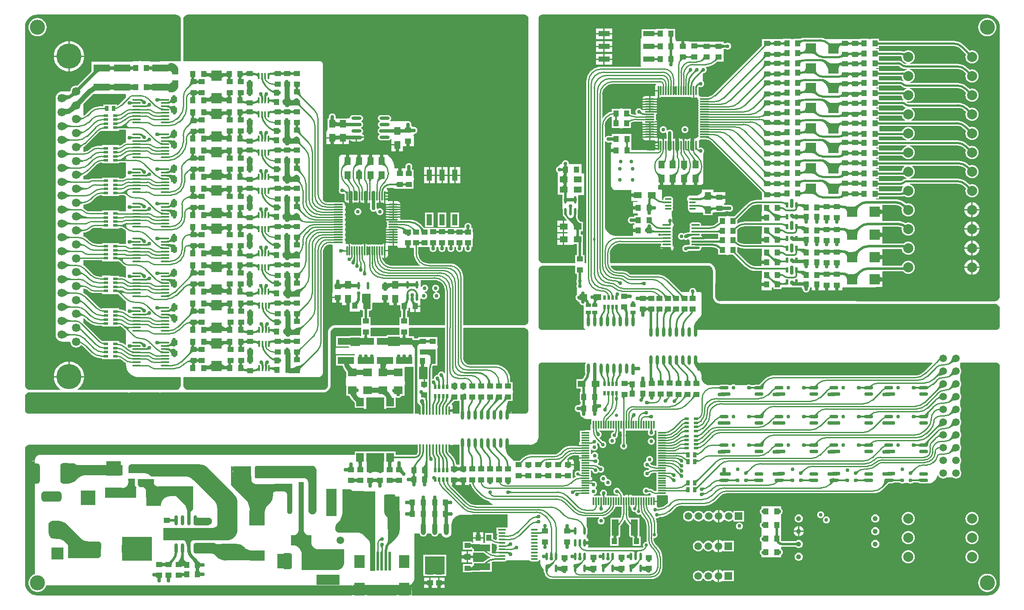
<source format=gtl>
%FSLAX25Y25*%
%MOIN*%
G70*
G01*
G75*
G04 Layer_Physical_Order=1*
G04 Layer_Color=255*
%ADD10C,0.01000*%
%ADD11C,0.01200*%
%ADD12C,0.02000*%
%ADD13C,0.02500*%
%ADD14C,0.04000*%
%ADD15C,0.01500*%
%ADD16C,0.03000*%
%ADD17C,0.01000*%
%ADD18R,0.12992X0.05512*%
%ADD19R,0.05512X0.12992*%
%ADD20O,0.07087X0.02756*%
%ADD21R,0.11811X0.07874*%
%ADD22R,0.08661X0.04331*%
%ADD23R,0.04331X0.08661*%
%ADD24R,0.23622X0.06299*%
%ADD25R,0.14961X0.05512*%
%ADD26R,0.03200X0.02000*%
%ADD27R,0.02000X0.03200*%
%ADD28R,0.04000X0.05000*%
%ADD29R,0.06000X0.05000*%
%ADD30R,0.05000X0.04000*%
%ADD31O,0.01969X0.05906*%
%ADD32R,0.02756X0.03937*%
%ADD33R,0.07874X0.07874*%
%ADD34R,0.01969X0.03937*%
%ADD35R,0.03937X0.02756*%
%ADD36O,0.02400X0.07400*%
%ADD37O,0.02362X0.07874*%
%ADD38R,0.05000X0.06000*%
%ADD39O,0.06693X0.01378*%
%ADD40R,0.07874X0.07874*%
%ADD41O,0.05118X0.01575*%
%ADD42O,0.07480X0.01181*%
%ADD43O,0.01181X0.07480*%
%ADD44R,0.07087X0.06299*%
%ADD45R,0.11811X0.07874*%
%ADD46R,0.13780X0.07874*%
%ADD47R,0.06299X0.07087*%
%ADD48O,0.08000X0.02400*%
%ADD49O,0.02400X0.08000*%
%ADD50R,0.12205X0.09449*%
%ADD51R,0.01181X0.06800*%
%ADD52O,0.01181X0.06800*%
%ADD53O,0.03937X0.09843*%
%ADD54R,0.15748X0.07874*%
%ADD55R,0.05906X0.01181*%
%ADD56O,0.05906X0.01181*%
%ADD57C,0.02000*%
%ADD58R,0.01181X0.06299*%
%ADD59R,0.06299X0.01181*%
%ADD60R,0.07874X0.09843*%
%ADD61R,0.01969X0.15000*%
%ADD62O,0.01575X0.05118*%
%ADD63R,0.05906X0.06693*%
%ADD64C,0.05000*%
%ADD65R,0.10377X0.09320*%
%ADD66R,0.11200X0.07500*%
%ADD67R,0.04638X0.03468*%
%ADD68R,0.67500X0.13500*%
%ADD69R,0.01000X0.09872*%
%ADD70R,0.14000X0.12000*%
%ADD71R,0.03150X0.04823*%
%ADD72R,0.02946X0.02739*%
%ADD73R,0.01628X0.04794*%
%ADD74R,0.00354X0.00354*%
%ADD75R,0.46913X0.07677*%
%ADD76R,0.04800X0.03536*%
%ADD77R,0.05900X0.03200*%
%ADD78R,0.02372X0.02961*%
%ADD79R,0.28500X0.08979*%
%ADD80R,0.25354X0.07261*%
%ADD81R,0.06662X0.22992*%
%ADD82R,0.44913X0.08182*%
%ADD83R,0.05487X0.04836*%
%ADD84R,0.01374X0.00843*%
%ADD85R,0.11000X0.07742*%
%ADD86R,0.13800X0.07000*%
%ADD87R,0.16000X0.07531*%
%ADD88R,0.01543X0.03394*%
%ADD89R,0.23800X0.06300*%
%ADD90R,0.23354X0.06300*%
%ADD91R,0.15800X0.14200*%
%ADD92R,0.02500X0.06000*%
%ADD93R,0.07400X0.06700*%
%ADD94R,0.09700X0.07500*%
%ADD95R,0.03100X0.06200*%
%ADD96R,0.03858X0.32469*%
%ADD97R,0.13800X0.15100*%
%ADD98R,0.08000X0.06000*%
%ADD99R,0.01500X0.01200*%
%ADD100R,0.11900X0.11200*%
%ADD101R,0.08876X0.33624*%
%ADD102R,0.11811X0.11811*%
%ADD103R,0.23622X0.19095*%
%ADD104R,0.11811X0.08630*%
%ADD105R,0.14374X0.11811*%
%ADD106R,0.01673X0.13551*%
%ADD107R,0.18110X0.07874*%
%ADD108R,0.07874X0.21260*%
%ADD109R,0.09400X0.07921*%
%ADD110R,0.19300X0.10000*%
%ADD111R,0.16700X0.07965*%
%ADD112R,0.11000X0.01300*%
%ADD113R,0.09449X0.09449*%
%ADD114C,0.09449*%
%ADD115C,0.05906*%
%ADD116R,0.05906X0.05906*%
%ADD117C,0.04724*%
%ADD118C,0.06000*%
%ADD119C,0.05500*%
%ADD120C,0.03937*%
%ADD121C,0.11811*%
G04:AMPARAMS|DCode=122|XSize=78.74mil|YSize=157.48mil|CornerRadius=19.69mil|HoleSize=0mil|Usage=FLASHONLY|Rotation=270.000|XOffset=0mil|YOffset=0mil|HoleType=Round|Shape=RoundedRectangle|*
%AMROUNDEDRECTD122*
21,1,0.07874,0.11811,0,0,270.0*
21,1,0.03937,0.15748,0,0,270.0*
1,1,0.03937,-0.05906,-0.01969*
1,1,0.03937,-0.05906,0.01969*
1,1,0.03937,0.05906,0.01969*
1,1,0.03937,0.05906,-0.01969*
%
%ADD122ROUNDEDRECTD122*%
G04:AMPARAMS|DCode=123|XSize=157.48mil|YSize=78.74mil|CornerRadius=19.69mil|HoleSize=0mil|Usage=FLASHONLY|Rotation=270.000|XOffset=0mil|YOffset=0mil|HoleType=Round|Shape=RoundedRectangle|*
%AMROUNDEDRECTD123*
21,1,0.15748,0.03937,0,0,270.0*
21,1,0.11811,0.07874,0,0,270.0*
1,1,0.03937,-0.01969,-0.05906*
1,1,0.03937,-0.01969,0.05906*
1,1,0.03937,0.01969,0.05906*
1,1,0.03937,0.01969,-0.05906*
%
%ADD123ROUNDEDRECTD123*%
%ADD124R,0.05906X0.05906*%
%ADD125C,0.07874*%
%ADD126C,0.06654*%
%ADD127C,0.19685*%
%ADD128C,0.05906*%
%ADD129C,0.03000*%
%ADD130C,0.02500*%
%ADD131C,0.03500*%
G36*
X782836Y413336D02*
X783909Y412513D01*
X785159Y411995D01*
X785283Y411979D01*
Y411479D01*
X784014Y411312D01*
X782709Y410771D01*
X781588Y409912D01*
X781594Y409906D01*
X781571Y409872D01*
X781138Y409582D01*
X780626Y409480D01*
X780586Y409488D01*
X763700D01*
Y411200D01*
X761342D01*
Y411800D01*
X763700D01*
Y413512D01*
X782701D01*
X782836Y413336D01*
D02*
G37*
G36*
X561767Y148522D02*
X561782Y148444D01*
X561631Y146905D01*
X561234Y145596D01*
X560976D01*
Y145596D01*
X553064D01*
Y130900D01*
X553000D01*
Y123500D01*
X559400D01*
Y130204D01*
X559627D01*
X560063Y130291D01*
X560558Y130621D01*
X560889Y131116D01*
X561005Y131700D01*
X560976D01*
Y139405D01*
X561797Y140226D01*
X561799Y140224D01*
X562995Y141624D01*
X563957Y143194D01*
X564241Y143879D01*
X564741D01*
X565012Y143226D01*
X565974Y141656D01*
X567170Y140255D01*
X567172Y140257D01*
X568024Y139405D01*
Y131700D01*
X567995D01*
X568111Y131116D01*
X568442Y130621D01*
X568937Y130291D01*
X569373Y130204D01*
X570400D01*
Y123500D01*
X576800D01*
Y130900D01*
X575936D01*
Y145596D01*
X568024D01*
Y145596D01*
X567744D01*
X567338Y146937D01*
X567186Y148476D01*
X567202Y148554D01*
Y153429D01*
X569353D01*
X569670Y153043D01*
X569602Y152700D01*
X569792Y151744D01*
X570334Y150934D01*
X571144Y150392D01*
X572100Y150202D01*
X572389Y150259D01*
X572805Y149982D01*
X572892Y149544D01*
X573434Y148734D01*
X574244Y148192D01*
X575200Y148002D01*
X576156Y148192D01*
X576347Y148320D01*
X576836Y148213D01*
X577785Y146664D01*
X578981Y145264D01*
X578983Y145266D01*
X579031Y145218D01*
X579097Y145174D01*
X580078Y143978D01*
X580844Y142545D01*
X581316Y140990D01*
X581467Y139451D01*
X581452Y139373D01*
Y128957D01*
X581449D01*
X581593Y127121D01*
X581632Y126961D01*
X581285Y126601D01*
X581217Y126615D01*
X580261Y126424D01*
X579450Y125883D01*
X578909Y125073D01*
X578719Y124117D01*
X578909Y123161D01*
X579108Y122862D01*
X578806Y122410D01*
X578346Y122103D01*
X535858Y122168D01*
X535581Y122584D01*
X535788Y123085D01*
X535891Y123864D01*
Y127801D01*
X535788Y128580D01*
X535488Y129306D01*
X535009Y129929D01*
X534509Y130313D01*
Y131817D01*
X534938Y132460D01*
X535108Y133313D01*
Y137250D01*
X534938Y138102D01*
X534509Y138745D01*
Y145867D01*
X544193D01*
X544353Y145393D01*
X543874Y145026D01*
X543442Y144462D01*
X543169Y143805D01*
X543077Y143100D01*
X543169Y142395D01*
X543442Y141738D01*
X543874Y141174D01*
X544438Y140742D01*
X545095Y140470D01*
X545800Y140377D01*
X546505Y140470D01*
X547162Y140742D01*
X547726Y141174D01*
X548158Y141738D01*
X548430Y142395D01*
X548523Y143100D01*
X548430Y143805D01*
X548158Y144462D01*
X547726Y145026D01*
X547247Y145393D01*
X547407Y145867D01*
X547600D01*
X547640Y145875D01*
X548785Y145987D01*
X549925Y146333D01*
X550975Y146895D01*
X551864Y147624D01*
X551898Y147647D01*
X555626Y151374D01*
X555653Y151415D01*
X556358Y152274D01*
X556904Y153296D01*
X557187Y154229D01*
X561767D01*
Y148522D01*
D02*
G37*
G36*
X229258Y146210D02*
X229479Y145879D01*
X229810Y145658D01*
X230200Y145580D01*
X238400Y145600D01*
Y145622D01*
X239079Y145533D01*
X239711Y145271D01*
X240254Y144854D01*
X240671Y144311D01*
X240933Y143679D01*
X241022Y143000D01*
X241028D01*
X240915Y142139D01*
X240582Y141336D01*
X240054Y140646D01*
X239364Y140118D01*
X238562Y139785D01*
X237700Y139672D01*
X227900Y139700D01*
X228500Y146600D01*
X229180D01*
X229258Y146210D01*
D02*
G37*
G36*
X783324Y421038D02*
X782836Y420664D01*
X782013Y419591D01*
X781495Y418341D01*
X781383Y417488D01*
X763700D01*
Y419200D01*
X761342D01*
Y419800D01*
X763700D01*
Y421512D01*
X783164D01*
X783324Y421038D01*
D02*
G37*
G36*
X308899Y136091D02*
X308900Y136400D01*
X308940D01*
X308899Y136091D01*
D02*
G37*
G36*
X434957Y237098D02*
Y229563D01*
X434939Y229536D01*
X434753Y228600D01*
Y227554D01*
X434399Y227200D01*
X429644Y227201D01*
Y229209D01*
X427032D01*
Y230209D01*
X429644D01*
Y232518D01*
X429555Y233194D01*
X429294Y233825D01*
X428879Y234366D01*
X428771Y235075D01*
D01*
X428772Y235076D01*
D01*
D01*
D01*
X428772Y235076D01*
X428774Y235078D01*
X430795Y237100D01*
X434955D01*
X434957Y237098D01*
D02*
G37*
G36*
X782672Y405449D02*
X782013Y404591D01*
X781495Y403341D01*
X781319Y402000D01*
X781330Y401915D01*
X781019Y401523D01*
X780531Y401475D01*
X780465Y401488D01*
X763700D01*
Y403200D01*
X761342D01*
Y403800D01*
X763700D01*
Y405512D01*
X780586D01*
Y405504D01*
X781986Y405688D01*
X782367Y405846D01*
X782672Y405449D01*
D02*
G37*
G36*
X174937Y402007D02*
X174670Y401608D01*
X174576Y401137D01*
X174600D01*
X174576Y400968D01*
X174670Y400255D01*
X174945Y399591D01*
X175383Y399020D01*
X175420Y399017D01*
X175159Y398909D01*
Y398937D01*
X174500Y398899D01*
X173746Y399049D01*
X173108Y399476D01*
X173134Y399503D01*
X172000Y400637D01*
X173515Y402180D01*
X173700Y402257D01*
Y402237D01*
X175600Y402637D01*
X174937Y402007D01*
D02*
G37*
G36*
X349329Y167921D02*
X350077Y167611D01*
X350719Y167119D01*
X350672Y167072D01*
X351349Y166619D01*
X352149Y166460D01*
X360024Y166500D01*
X360522Y166002D01*
X360503Y165983D01*
X361147Y165490D01*
X361896Y165179D01*
X362700Y165073D01*
Y138142D01*
X362652D01*
X362845Y136182D01*
X363417Y134297D01*
X364172Y132883D01*
X364885Y132875D01*
X364915Y132881D01*
X365130Y132970D01*
X365196Y133130D01*
X365183Y132935D01*
X365214Y132941D01*
X365586Y133189D01*
X365835Y133561D01*
X365847Y133623D01*
X365500Y131152D01*
X365595Y131037D01*
X366566Y130132D01*
X365691Y128992D01*
X365141Y127663D01*
X364953Y126237D01*
X364992Y123960D01*
X365037Y123500D01*
X365000D01*
X364992Y123960D01*
X364888Y125014D01*
X364446Y126471D01*
X363729Y127813D01*
X362764Y128989D01*
X359800Y131900D01*
X359823Y131923D01*
X358784Y132777D01*
X357597Y133411D01*
X356310Y133801D01*
X354972Y133933D01*
X341056Y133900D01*
Y133868D01*
X340075Y133997D01*
X339162Y134375D01*
X338377Y134977D01*
X338383Y134983D01*
X337946Y135554D01*
X337670Y136218D01*
X337576Y136931D01*
X337600Y137737D01*
X337553D01*
X337741Y139163D01*
X338291Y140492D01*
X339167Y141633D01*
X340201Y142601D01*
X340235Y142567D01*
X341472Y144074D01*
X342391Y145794D01*
X342957Y147660D01*
X343148Y149600D01*
X343200Y168000D01*
X348527D01*
Y168026D01*
X349329Y167921D01*
D02*
G37*
G36*
X533807Y267349D02*
X534043Y266909D01*
X533557Y266181D01*
X533372Y265252D01*
Y259740D01*
X533516Y259017D01*
X533438Y258223D01*
X532995Y256762D01*
X532275Y255416D01*
X531326Y254259D01*
X531285Y254257D01*
X531285D01*
X531247Y254200D01*
X526500D01*
Y246800D01*
X529239D01*
X530057Y246637D01*
Y244100D01*
X529100D01*
Y236700D01*
X530057D01*
Y235001D01*
X529100D01*
Y234138D01*
X528684Y233860D01*
X528513Y233931D01*
X527808Y234024D01*
X527103Y233931D01*
X526446Y233659D01*
X525882Y233226D01*
X525449Y232662D01*
X525177Y232006D01*
X525085Y231301D01*
X525177Y230596D01*
X525449Y229939D01*
X525882Y229375D01*
X526446Y228942D01*
X527103Y228670D01*
X527808Y228577D01*
X528513Y228670D01*
X528684Y228741D01*
X529100Y228464D01*
Y227601D01*
X529302D01*
X529632Y227225D01*
X529577Y226809D01*
X529670Y226104D01*
X529942Y225447D01*
X530374Y224883D01*
X530938Y224450D01*
X531595Y224178D01*
X531807Y224150D01*
X532284Y223767D01*
X532284Y223767D01*
X532820Y223356D01*
X533443Y223098D01*
X534113Y223010D01*
Y223032D01*
X537787D01*
Y223032D01*
X538087Y223024D01*
Y222771D01*
X538087D01*
Y218861D01*
X537640Y218640D01*
X537640Y218640D01*
X537013Y219121D01*
X536283Y219423D01*
X536000Y219460D01*
Y216500D01*
X535500D01*
Y216000D01*
X532540D01*
X532577Y215717D01*
X532879Y214987D01*
X533360Y214360D01*
X533360Y214360D01*
X533139Y213913D01*
X529229D01*
Y210332D01*
X529229D01*
Y208363D01*
Y206395D01*
Y206039D01*
X529229D01*
Y204870D01*
X528429D01*
Y202044D01*
X522953D01*
Y202047D01*
X521117Y201903D01*
X519326Y201473D01*
X517625Y200768D01*
X516055Y199806D01*
X514654Y198610D01*
Y198610D01*
Y198606D01*
X512542Y196493D01*
X512542Y196493D01*
X512542Y196493D01*
X512507Y196441D01*
X511661Y195792D01*
X510619Y195360D01*
X509561Y195221D01*
X509500Y195233D01*
X491742D01*
Y195236D01*
X489906Y195092D01*
X488116Y194662D01*
X486414Y193957D01*
X484844Y192995D01*
X483443Y191799D01*
X483445Y191797D01*
X481949Y190300D01*
X477500D01*
Y190300D01*
X477500D01*
X477200Y190600D01*
D01*
D01*
D01*
X473929Y193871D01*
D01*
X473895Y193837D01*
X473751Y194012D01*
X472645Y195360D01*
X471716Y197097D01*
X471427Y198050D01*
X471145Y198982D01*
X470952Y200942D01*
X471000Y202900D01*
X471700Y202885D01*
Y204100D01*
X472700D01*
Y202863D01*
X477677Y202756D01*
X484646Y202756D01*
X490190D01*
Y202724D01*
X491492Y202852D01*
X492745Y203232D01*
X493899Y203849D01*
X494911Y204679D01*
X495741Y205691D01*
X496358Y206845D01*
X496738Y208098D01*
X496866Y209400D01*
X496834Y264331D01*
X496834Y264331D01*
X496834D01*
X496812Y264357D01*
X496911Y265113D01*
X497213Y265842D01*
X497693Y266467D01*
X498318Y266947D01*
X499047Y267249D01*
X499829Y267352D01*
X533807Y267349D01*
D02*
G37*
G36*
X149382Y373019D02*
X154823D01*
Y372252D01*
X168323D01*
Y372666D01*
X168693Y373002D01*
X169643Y372908D01*
X170867Y372537D01*
X171996Y371934D01*
X172946Y371153D01*
X172974Y371111D01*
X172969Y371106D01*
X173573Y370610D01*
X173571Y360525D01*
X173195Y360195D01*
X172523Y360284D01*
X172515Y360285D01*
X168323D01*
Y360984D01*
X154823Y361052D01*
Y360285D01*
X151027D01*
X150949Y360270D01*
X149410Y360421D01*
X147855Y360893D01*
X146422Y361659D01*
X145226Y362640D01*
X145182Y362707D01*
Y362707D01*
D01*
X145182Y362707D01*
X144162Y363726D01*
X144165Y363728D01*
X142764Y364924D01*
X141194Y365886D01*
X140336Y366242D01*
X140336Y369169D01*
X141747Y369308D01*
X143390Y369806D01*
X144905Y370616D01*
X146232Y371705D01*
X146226Y371711D01*
X146263Y371767D01*
X147139Y372440D01*
X148221Y372888D01*
X149316Y373032D01*
X149382Y373019D01*
D02*
G37*
G36*
X173584Y423865D02*
X173583Y416433D01*
X173579Y416406D01*
X173583Y416379D01*
X173582Y412810D01*
X172501Y412362D01*
X171468Y411569D01*
X171468Y411569D01*
X171446Y411547D01*
X171445Y411547D01*
X171445Y411547D01*
X171294Y411484D01*
X171288Y411485D01*
X168323D01*
Y412184D01*
X154823Y412252D01*
Y411485D01*
X146760D01*
X146622Y411458D01*
X146036Y411381D01*
X145361Y411101D01*
X144956Y410790D01*
X144942Y410784D01*
X140694D01*
X140341Y411138D01*
X140341Y413669D01*
X141253Y414047D01*
X142823Y415009D01*
X144223Y416205D01*
X144221Y416207D01*
X149812Y421798D01*
X149856Y421864D01*
X151051Y422845D01*
X152485Y423611D01*
X154040Y424083D01*
X154452Y424123D01*
X154823Y423787D01*
Y423452D01*
X168323D01*
Y424219D01*
X173231D01*
X173584Y423865D01*
D02*
G37*
G36*
X312901Y136091D02*
X313018Y135199D01*
X313482Y134080D01*
X314219Y133119D01*
X315180Y132382D01*
X316299Y131918D01*
X317198Y131800D01*
X318800D01*
X318801Y126022D01*
X318944Y124938D01*
X319508Y123576D01*
X320406Y122406D01*
X321576Y121508D01*
X322938Y120944D01*
X324400Y120752D01*
Y120800D01*
X337400Y120808D01*
X337476Y120776D01*
X337508Y120700D01*
X337500D01*
Y117759D01*
X341550Y117750D01*
Y117775D01*
X342320Y117674D01*
X343038Y117377D01*
X343654Y116904D01*
X344127Y116288D01*
X344424Y115570D01*
X344526Y114800D01*
X344500Y114607D01*
X344548D01*
X344543Y114550D01*
X344600Y114607D01*
Y110900D01*
X344631D01*
X344508Y109657D01*
X344146Y108462D01*
X343557Y107360D01*
X342764Y106395D01*
X341799Y105602D01*
X340697Y105013D01*
X339502Y104651D01*
X338259Y104528D01*
X334500Y104559D01*
X318717Y104607D01*
X318717Y104614D01*
X311286Y104607D01*
X311220Y104634D01*
X311193Y104700D01*
X311200D01*
X311235Y116800D01*
X311096Y118211D01*
X310684Y119569D01*
X310016Y120819D01*
X309116Y121916D01*
X308019Y122816D01*
X306769Y123484D01*
X305412Y123896D01*
X304000Y124035D01*
Y124000D01*
X303000D01*
Y131800D01*
X304602D01*
X305501Y131918D01*
X306620Y132382D01*
X307581Y133119D01*
X308318Y134080D01*
X308782Y135199D01*
X308899Y136091D01*
X308885Y131800D01*
X312915D01*
X312901Y136091D01*
X312860Y136400D01*
X312900D01*
X312901Y136091D01*
D02*
G37*
G36*
X171900Y348751D02*
X171617Y348695D01*
X171378Y348535D01*
X171388Y348525D01*
X171100Y348237D01*
X171087Y347420D01*
X171140Y347153D01*
X171291Y346928D01*
X171260Y346937D01*
X171413Y346568D01*
X171441Y346596D01*
X171720Y346357D01*
X171459Y346465D01*
Y346437D01*
X170719D01*
X170644Y346814D01*
X170431Y347133D01*
X170417Y347120D01*
X168700Y348837D01*
X171900Y348751D01*
D02*
G37*
G36*
X630525Y343163D02*
X631483Y342766D01*
X632306Y342135D01*
X632938Y341312D01*
X633335Y340353D01*
X633470Y339324D01*
X633436Y319402D01*
X633407D01*
X633523Y318227D01*
X633866Y317096D01*
X634423Y316055D01*
X635172Y315142D01*
X636085Y314393D01*
X637126Y313836D01*
X638256Y313493D01*
X639432Y313377D01*
X854247Y313406D01*
X854247Y313406D01*
Y313406D01*
X854281Y313436D01*
X855274Y313305D01*
X856230Y312909D01*
X857052Y312279D01*
X857682Y311457D01*
X858078Y310501D01*
X858213Y309474D01*
X858179Y295879D01*
X858179D01*
X858202Y295853D01*
X858102Y295098D01*
X857801Y294371D01*
X857322Y293747D01*
X856698Y293268D01*
X855971Y292967D01*
X855191Y292864D01*
X649112Y292879D01*
X648891Y293327D01*
X649468Y294078D01*
X649971Y295295D01*
X650077Y296100D01*
X640123D01*
X640229Y295295D01*
X640732Y294078D01*
X641308Y293328D01*
X641087Y292880D01*
X623090Y292881D01*
D01*
X622971Y293000D01*
X621000D01*
X618500Y292000D01*
X618452Y293858D01*
X618645Y295818D01*
X619216Y297703D01*
X620145Y299441D01*
X621395Y300963D01*
X621429Y300929D01*
X623034Y302466D01*
X623915Y303615D01*
X624469Y304953D01*
X624610Y306023D01*
X624610Y306390D01*
X624575Y306648D01*
X624611Y306468D01*
X624625Y321200D01*
X624525Y321707D01*
X624237Y322137D01*
X623807Y322425D01*
X623300Y322526D01*
Y322500D01*
X620723D01*
X620394Y322876D01*
X620423Y323100D01*
X620330Y323805D01*
X620058Y324462D01*
X619626Y325026D01*
X619062Y325458D01*
X618405Y325730D01*
X617700Y325823D01*
X616995Y325730D01*
X616338Y325458D01*
X615774Y325026D01*
X615342Y324462D01*
X615069Y323805D01*
X614977Y323100D01*
X615006Y322876D01*
X614677Y322500D01*
X608751D01*
X598455Y332797D01*
X598457Y332799D01*
X597056Y333995D01*
X595486Y334957D01*
X593785Y335662D01*
X591994Y336092D01*
X590158Y336236D01*
Y336233D01*
X569414D01*
X569374Y336225D01*
X568765Y336347D01*
X568248Y336692D01*
X568226Y336726D01*
X568231Y336731D01*
X566933Y337797D01*
X565451Y338589D01*
X563843Y339077D01*
X562172Y339241D01*
Y339233D01*
X559000D01*
X558954Y339224D01*
X557775Y339340D01*
X556597Y339698D01*
X555511Y340278D01*
X554559Y341059D01*
X553778Y342011D01*
X553337Y342836D01*
X553594Y343265D01*
X629496D01*
Y343265D01*
X629530Y343294D01*
X630525Y343163D01*
D02*
G37*
G36*
X654452Y357243D02*
X656258Y356809D01*
X658110Y356663D01*
Y356665D01*
X672036D01*
X672037Y350854D01*
X671683Y350500D01*
X671500D01*
Y342835D01*
X667042D01*
X666959Y342819D01*
X665445Y342968D01*
X663908Y343434D01*
X662492Y344191D01*
X661316Y345156D01*
X661269Y345227D01*
X652443Y354052D01*
Y357625D01*
X652859Y357903D01*
X654452Y357243D01*
D02*
G37*
G36*
X782013Y444409D02*
X782836Y443336D01*
X783909Y442513D01*
X785159Y441995D01*
X785220Y441987D01*
X785188Y441488D01*
X763700D01*
Y442800D01*
Y444512D01*
X781970D01*
X782013Y444409D01*
D02*
G37*
G36*
X365196Y133130D02*
X365200Y133200D01*
X365225D01*
X365196Y133130D01*
D02*
G37*
G36*
X175083Y426424D02*
X175018Y426437D01*
X175083Y426437D01*
Y426424D01*
D02*
G37*
G36*
X173779Y428504D02*
X173673Y427971D01*
X173700D01*
Y427437D01*
X174415Y426694D01*
X174600Y426617D01*
X174591Y426627D01*
X174816Y426477D01*
X175018Y426437D01*
X170841Y426409D01*
X170580Y426517D01*
X170600Y426537D01*
X174081Y428956D01*
X173779Y428504D01*
D02*
G37*
G36*
X409446Y263866D02*
Y263866D01*
X409446Y263866D01*
X409536Y263866D01*
D01*
D01*
D01*
X409540Y263868D01*
X409956Y263590D01*
X409845Y262185D01*
X409842Y262168D01*
Y254300D01*
X407800D01*
Y250300D01*
X406800D01*
Y254300D01*
X403243D01*
Y263525D01*
X403597Y263878D01*
X409446Y263866D01*
D02*
G37*
G36*
X785220Y437013D02*
X785159Y437005D01*
X783909Y436487D01*
X782836Y435664D01*
X782013Y434591D01*
X781556Y433488D01*
X763700D01*
Y435200D01*
X761342D01*
Y435800D01*
X763700D01*
Y437512D01*
X785188D01*
X785220Y437013D01*
D02*
G37*
G36*
X365847Y133623D02*
X365900Y134000D01*
X365922D01*
X365847Y133623D01*
D02*
G37*
G36*
X524833Y383398D02*
X524808Y383372D01*
X525500Y382720D01*
X525817Y382246D01*
X525928Y381687D01*
X525900D01*
X525907Y380783D01*
X526075Y382449D01*
X526199Y381190D01*
X526589Y379903D01*
X527223Y378716D01*
X528077Y377677D01*
X528100Y377700D01*
X528434Y377331D01*
X529039Y376867D01*
X529744Y376575D01*
X530500Y376475D01*
X530540Y376500D01*
X530387Y376131D01*
X530359Y376159D01*
X528700Y374500D01*
X528428Y374824D01*
X527550Y375498D01*
X526527Y375921D01*
X525461Y376061D01*
X525100Y375700D01*
X519983Y381383D01*
X520554Y380945D01*
X521218Y380670D01*
X521931Y380576D01*
Y380600D01*
X522100Y380553D01*
X523042Y380740D01*
X523841Y381274D01*
X523807Y381307D01*
X523928Y381372D01*
X524381Y382049D01*
X524540Y382849D01*
X524500D01*
Y383536D01*
X524833Y383398D01*
D02*
G37*
G36*
X668161Y391165D02*
X672028D01*
X672029Y385854D01*
X671676Y385500D01*
X671500D01*
Y377835D01*
X658661D01*
Y377836D01*
X656809Y377691D01*
X655003Y377257D01*
X653287Y376546D01*
X652880Y376296D01*
X652443Y376541D01*
Y378829D01*
X662388Y388773D01*
X662435Y388844D01*
X663611Y389809D01*
X665027Y390566D01*
X666563Y391032D01*
X668078Y391181D01*
X668161Y391165D01*
D02*
G37*
G36*
X525576Y194641D02*
X528429D01*
Y192937D01*
X529229D01*
Y192615D01*
X533579D01*
Y192259D01*
X529229D01*
Y191937D01*
X528429D01*
Y189847D01*
X529229D01*
Y188678D01*
Y188322D01*
X529229D01*
Y184741D01*
X529229D01*
Y182772D01*
Y182388D01*
X528788Y182153D01*
X528556Y182308D01*
X527600Y182498D01*
X526644Y182308D01*
X525834Y181766D01*
X525292Y180956D01*
X525102Y180000D01*
X525292Y179044D01*
X525834Y178234D01*
X526080Y178069D01*
X526031Y177572D01*
X525003Y177146D01*
X524036Y176554D01*
X523600Y176798D01*
Y181800D01*
X523600D01*
X523900Y182100D01*
D01*
D01*
D01*
X523600Y182400D01*
Y182400D01*
X523400Y182600D01*
Y183100D01*
X524400D01*
Y186600D01*
X519900D01*
Y187100D01*
X519400D01*
Y191100D01*
X519265D01*
X519073Y191562D01*
X519731Y192219D01*
X519775Y192286D01*
X520970Y193267D01*
X522404Y194033D01*
X523959Y194505D01*
X525498Y194656D01*
X525576Y194641D01*
D02*
G37*
G36*
X549572Y440519D02*
X550136Y440087D01*
X550792Y439815D01*
X551497Y439722D01*
X552202Y439815D01*
X552522Y439947D01*
X554023D01*
X554377Y439593D01*
X554374Y438081D01*
X553600D01*
Y429081D01*
X553564Y406700D01*
X553708Y405604D01*
X554131Y404582D01*
X554805Y403705D01*
X555682Y403031D01*
X556704Y402608D01*
X557800Y402464D01*
Y402464D01*
X557836Y402500D01*
X569465Y402495D01*
Y398925D01*
X574465D01*
Y397925D01*
X569465D01*
Y393925D01*
X574500D01*
Y393083D01*
X571000D01*
Y384083D01*
X574503D01*
X574503Y383054D01*
X574149Y382700D01*
X571800D01*
Y381498D01*
X570618D01*
X570298Y381630D01*
X569593Y381723D01*
X568888Y381630D01*
X568232Y381358D01*
X567668Y380926D01*
X567235Y380362D01*
X566963Y379705D01*
X566870Y379000D01*
X566963Y378295D01*
X567235Y377638D01*
X567668Y377074D01*
X568232Y376642D01*
X568888Y376370D01*
X569593Y376277D01*
X570298Y376370D01*
X570618Y376502D01*
X571800D01*
Y375366D01*
X571008D01*
Y366678D01*
X559000D01*
X559000Y366681D01*
X559000D01*
Y366681D01*
X557418Y366681D01*
X557418Y366681D01*
X557418Y366681D01*
X556928Y366687D01*
X556928Y366687D01*
D01*
X556928D01*
X555716Y366807D01*
Y366807D01*
X554370Y367215D01*
Y367215D01*
X554370Y367215D01*
X554079Y367303D01*
X552570Y368110D01*
X551247Y369195D01*
X550162Y370518D01*
X549356Y372026D01*
X548859Y373664D01*
X548733Y374939D01*
Y440834D01*
X549207Y440995D01*
X549572Y440519D01*
D02*
G37*
G36*
X637543Y367024D02*
X637543Y367024D01*
X637543Y366924D01*
X637543D01*
Y364374D01*
X625481D01*
X625419Y364445D01*
X619807D01*
Y365445D01*
X625111D01*
X625084Y365647D01*
X624813Y366301D01*
X624382Y366863D01*
X624279Y366942D01*
X624391Y367504D01*
X624323Y367841D01*
X624641Y368228D01*
X636974D01*
Y368214D01*
X637081Y368228D01*
X637543D01*
Y367024D01*
D02*
G37*
G36*
X174317Y375926D02*
X174851Y375935D01*
X175014Y375967D01*
Y375937D01*
X174851Y375935D01*
X174418Y375848D01*
X173976Y375553D01*
X173800Y375290D01*
X173706Y374819D01*
X173730D01*
X173706Y374650D01*
X173800Y373937D01*
X174075Y373273D01*
X174513Y372702D01*
X174550Y372699D01*
X174288Y372590D01*
Y372619D01*
X173739Y372752D01*
X172985Y372902D01*
X172347Y373329D01*
X172373Y373356D01*
X171130Y374319D01*
X172645Y375862D01*
X172830Y375939D01*
Y375919D01*
X174730Y376319D01*
X174317Y375926D01*
D02*
G37*
G36*
X573521Y214072D02*
X582520D01*
X582798Y213656D01*
X582570Y213105D01*
X582477Y212400D01*
X582570Y211695D01*
X582842Y211038D01*
X583274Y210474D01*
X583838Y210042D01*
X584495Y209770D01*
X585200Y209677D01*
X585905Y209770D01*
X586562Y210042D01*
X587126Y210474D01*
X587558Y211038D01*
X587830Y211695D01*
X587923Y212400D01*
X587830Y213105D01*
X587602Y213656D01*
X587880Y214072D01*
X588913D01*
X589072Y213913D01*
Y213656D01*
Y210332D01*
X589072D01*
Y208363D01*
Y208007D01*
X589072D01*
Y204426D01*
Y202457D01*
Y200489D01*
Y198521D01*
Y196552D01*
Y194583D01*
Y192615D01*
Y190647D01*
Y188678D01*
Y186709D01*
Y186296D01*
X588649D01*
X588576Y186282D01*
X587093Y186428D01*
X585597Y186882D01*
X584515Y187460D01*
X584431Y188105D01*
X584343Y188316D01*
X584593Y188749D01*
X584605Y188751D01*
X585262Y189023D01*
X585826Y189455D01*
X586258Y190019D01*
X586530Y190676D01*
X586623Y191381D01*
X586530Y192086D01*
X586258Y192743D01*
X585826Y193307D01*
X585262Y193739D01*
X584605Y194012D01*
X583900Y194104D01*
X583195Y194012D01*
X582538Y193739D01*
X581974Y193307D01*
X581542Y192743D01*
X581270Y192086D01*
X581177Y191381D01*
X581270Y190676D01*
X581357Y190465D01*
X581107Y190032D01*
X581095Y190031D01*
X580438Y189758D01*
X579874Y189326D01*
X579442Y188762D01*
X579170Y188105D01*
X579077Y187400D01*
X579170Y186695D01*
X579442Y186038D01*
X579874Y185474D01*
X580438Y185042D01*
X581095Y184769D01*
X581800Y184677D01*
X582358Y184750D01*
X583464Y184073D01*
X583672Y183986D01*
X583697Y183487D01*
X582495Y182845D01*
X581900Y182923D01*
X581195Y182831D01*
X580538Y182558D01*
X579974Y182126D01*
X579542Y181562D01*
X579270Y180905D01*
X579177Y180200D01*
X579270Y179495D01*
X579542Y178838D01*
X579974Y178274D01*
X580538Y177842D01*
X581195Y177569D01*
X581900Y177477D01*
X582605Y177569D01*
X583262Y177842D01*
X583826Y178274D01*
X584258Y178838D01*
X584530Y179495D01*
X584605Y180061D01*
X585210Y180384D01*
X586421Y180752D01*
X587632Y180871D01*
X587681Y180861D01*
X589072D01*
Y178835D01*
Y176867D01*
Y174898D01*
Y172930D01*
Y170961D01*
X589072D01*
Y168993D01*
Y167024D01*
Y166668D01*
X589072D01*
Y166611D01*
X587643D01*
Y166614D01*
X587364Y166669D01*
X587134Y166823D01*
X587133Y166833D01*
Y166833D01*
X586065Y167653D01*
X584821Y168168D01*
X583486Y168344D01*
Y168333D01*
X583273D01*
X583126Y168526D01*
X582562Y168958D01*
X581905Y169230D01*
X581200Y169323D01*
X580495Y169230D01*
X579838Y168958D01*
X579274Y168526D01*
X578842Y167962D01*
X578570Y167305D01*
X578477Y166600D01*
X578570Y165895D01*
X578842Y165238D01*
X579274Y164674D01*
X579838Y164242D01*
X580495Y163970D01*
X581200Y163877D01*
X581905Y163970D01*
X582562Y164242D01*
X583126Y164674D01*
X583273Y164867D01*
X583486D01*
X583526Y164875D01*
X584135Y164753D01*
X584652Y164408D01*
X584674Y164374D01*
X584672Y164373D01*
X584895Y164202D01*
X584734Y163728D01*
X584531D01*
Y162928D01*
X575489D01*
Y162928D01*
X573521D01*
Y162928D01*
X571196D01*
Y162928D01*
X570028D01*
Y163728D01*
X567937D01*
Y162928D01*
X567615D01*
Y158579D01*
X567259D01*
Y162928D01*
X566937D01*
Y163728D01*
X564847D01*
Y162928D01*
X563678D01*
Y162928D01*
X563171D01*
X563146Y163184D01*
X562808Y164297D01*
X562260Y165323D01*
X561552Y166186D01*
X561526Y166226D01*
X560858Y166893D01*
X560830Y167105D01*
X560558Y167762D01*
X560126Y168326D01*
X559562Y168758D01*
X558905Y169030D01*
X558200Y169123D01*
X557495Y169030D01*
X556838Y168758D01*
X556274Y168326D01*
X555842Y167762D01*
X555570Y167105D01*
X555477Y166400D01*
X555570Y165695D01*
X555842Y165038D01*
X556274Y164474D01*
X556838Y164042D01*
X557495Y163769D01*
X558200Y163677D01*
X558905Y163769D01*
X559028Y163821D01*
X559074Y163774D01*
X559141Y163730D01*
X559382Y163369D01*
X559146Y162928D01*
X555448D01*
Y162928D01*
X550284D01*
X550063Y163377D01*
X550110Y163439D01*
X550383Y164096D01*
X550475Y164801D01*
X550383Y165505D01*
X550110Y166162D01*
X549678Y166726D01*
X549114Y167159D01*
X548457Y167431D01*
X547752Y167524D01*
X547047Y167431D01*
X546390Y167159D01*
X545826Y166726D01*
X545394Y166162D01*
X545121Y165505D01*
X545029Y164801D01*
X545121Y164096D01*
X545394Y163439D01*
X545441Y163377D01*
X545220Y162928D01*
X543637D01*
Y162928D01*
X541669D01*
Y162928D01*
X540304D01*
X540047Y163242D01*
X540230Y163707D01*
X540705Y163769D01*
X541362Y164042D01*
X541926Y164474D01*
X542358Y165038D01*
X542630Y165695D01*
X542723Y166400D01*
X542630Y167105D01*
X542358Y167762D01*
X541926Y168326D01*
X541438Y168700D01*
Y169200D01*
X541926Y169574D01*
X542358Y170138D01*
X542630Y170795D01*
X542723Y171500D01*
X542630Y172205D01*
X542358Y172862D01*
X541926Y173426D01*
X541362Y173858D01*
X540705Y174130D01*
X540000Y174223D01*
X539915Y174212D01*
X539519Y174376D01*
X538864Y174462D01*
X538748Y174485D01*
X538728D01*
Y177311D01*
X537928D01*
Y178480D01*
Y178835D01*
Y180804D01*
Y182438D01*
X538304Y182768D01*
X538663Y182721D01*
X538822Y182655D01*
X538869Y182295D01*
X539142Y181638D01*
X539574Y181074D01*
X540138Y180642D01*
X540795Y180369D01*
X541500Y180277D01*
X542205Y180369D01*
X542862Y180642D01*
X543426Y181074D01*
X543722Y181461D01*
X544138Y181142D01*
X544795Y180869D01*
X545500Y180777D01*
X546205Y180869D01*
X546862Y181142D01*
X547426Y181574D01*
X547858Y182138D01*
X548131Y182795D01*
X548223Y183500D01*
X548131Y184205D01*
X547858Y184862D01*
X547426Y185426D01*
X546862Y185858D01*
X546205Y186130D01*
X545500Y186223D01*
X545218Y186186D01*
X544315Y186927D01*
X543375Y187429D01*
X543334Y187928D01*
X543526Y188074D01*
X543958Y188638D01*
X544231Y189295D01*
X544323Y190000D01*
X544231Y190705D01*
X543958Y191362D01*
X543526Y191926D01*
X542962Y192358D01*
X543225Y192995D01*
X543258Y193038D01*
X543531Y193695D01*
X543623Y194400D01*
X543531Y195105D01*
X543258Y195762D01*
X542826Y196326D01*
X542262Y196758D01*
X541605Y197030D01*
X540900Y197123D01*
X540195Y197030D01*
X539538Y196758D01*
X538974Y196326D01*
X538542Y195762D01*
X538419Y195465D01*
X537928Y195563D01*
Y196196D01*
X537928D01*
Y196552D01*
Y198521D01*
Y199038D01*
X538402Y199199D01*
X538574Y198974D01*
X539138Y198542D01*
X539795Y198269D01*
X540500Y198177D01*
X541205Y198269D01*
X541862Y198542D01*
X542426Y198974D01*
X542858Y199538D01*
X543130Y200195D01*
X543223Y200900D01*
X543130Y201605D01*
X542858Y202262D01*
X542426Y202826D01*
X542426D01*
Y203174D01*
X542858Y203738D01*
X543053Y204208D01*
X543543Y204305D01*
X544608Y203240D01*
X544577Y203000D01*
X544669Y202295D01*
X544942Y201638D01*
X545374Y201074D01*
X545938Y200642D01*
X546595Y200370D01*
X547300Y200277D01*
X548005Y200370D01*
X548662Y200642D01*
X549226Y201074D01*
X549658Y201638D01*
X549930Y202295D01*
X550023Y203000D01*
X549930Y203705D01*
X549658Y204362D01*
X549226Y204926D01*
X548662Y205358D01*
X548005Y205630D01*
X547300Y205723D01*
X547060Y205692D01*
X544677Y208074D01*
X544775Y208564D01*
X544962Y208642D01*
X545526Y209074D01*
X545958Y209638D01*
X546231Y210295D01*
X546323Y211000D01*
X546231Y211705D01*
X545958Y212362D01*
X545526Y212926D01*
X544962Y213358D01*
X544424Y213581D01*
X544521Y214072D01*
X551867D01*
Y214072D01*
X555448D01*
Y214072D01*
X555508D01*
X555861Y213718D01*
Y213425D01*
X555865Y213406D01*
X555806Y212958D01*
X555595Y212930D01*
X554938Y212658D01*
X554374Y212226D01*
X553942Y211662D01*
X553670Y211005D01*
X553577Y210300D01*
X553670Y209595D01*
X553942Y208938D01*
X553906Y208649D01*
X553249Y208377D01*
X552685Y207945D01*
X552252Y207381D01*
X551980Y206724D01*
X551888Y206019D01*
X551980Y205314D01*
X552252Y204657D01*
X552685Y204093D01*
X553249Y203660D01*
X553906Y203388D01*
X554611Y203296D01*
X555316Y203388D01*
X555973Y203660D01*
X556537Y204093D01*
X556969Y204657D01*
X557241Y205314D01*
X557334Y206019D01*
X557241Y206724D01*
X556969Y207381D01*
X557005Y207669D01*
D01*
X557005Y207669D01*
X557662Y207942D01*
X558226Y208374D01*
X558658Y208938D01*
X558930Y209595D01*
X559023Y210300D01*
X558930Y211005D01*
X558876Y211137D01*
X559206Y212226D01*
X559309Y213272D01*
X561767D01*
Y203873D01*
X561574Y203726D01*
X561142Y203162D01*
X560870Y202505D01*
X560777Y201800D01*
X560870Y201095D01*
X561142Y200438D01*
X561574Y199874D01*
X562138Y199442D01*
X562795Y199170D01*
X563500Y199077D01*
X564205Y199170D01*
X564862Y199442D01*
X565426Y199874D01*
X565858Y200438D01*
X566130Y201095D01*
X566223Y201800D01*
X566130Y202505D01*
X565858Y203162D01*
X565426Y203726D01*
X565233Y203873D01*
Y214072D01*
X567259D01*
Y214072D01*
X571196D01*
Y214072D01*
X573521D01*
Y214072D01*
D02*
G37*
G36*
X434753Y202759D02*
Y201600D01*
X434939Y200664D01*
X434957Y200637D01*
Y187100D01*
X432447D01*
X432391Y187818D01*
X431957Y189624D01*
X431246Y191340D01*
X430276Y192924D01*
X429070Y194336D01*
X429069Y194335D01*
X428684Y194720D01*
X428711Y195128D01*
X427500Y196363D01*
X427184Y196574D01*
X426810Y196649D01*
Y196630D01*
X426795Y199465D01*
X426854Y199760D01*
X427021Y200010D01*
X427032Y200000D01*
Y200500D01*
X429644D01*
Y202406D01*
X429998Y202760D01*
X434753Y202759D01*
D02*
G37*
G36*
X133043Y188261D02*
X133833Y187733D01*
X133781Y187681D01*
X134423Y187189D01*
X135171Y186879D01*
X135973Y186774D01*
X170800Y186800D01*
Y179241D01*
X170772D01*
X170880Y178980D01*
X142542Y179000D01*
Y179048D01*
X140582Y178855D01*
X138697Y178284D01*
X136960Y177355D01*
X135437Y176105D01*
X134600Y175200D01*
X134633Y175167D01*
X133177Y173973D01*
X131516Y173085D01*
X129714Y172538D01*
X127840Y172354D01*
X124600Y172400D01*
Y172353D01*
X123664Y172539D01*
X122870Y173070D01*
X122339Y173864D01*
X122153Y174800D01*
X122200Y186200D01*
X122157D01*
X122328Y187058D01*
X122814Y187786D01*
X123542Y188272D01*
X124400Y188443D01*
X132110Y188400D01*
Y188447D01*
X133043Y188261D01*
D02*
G37*
G36*
X320482Y186142D02*
X321224Y185835D01*
X321861Y185345D01*
X322350Y184708D01*
X322658Y183966D01*
X322763Y183169D01*
X322736Y150886D01*
X322760D01*
X322665Y150166D01*
X322388Y149496D01*
X321946Y148920D01*
X321370Y148478D01*
X320700Y148201D01*
X319980Y148106D01*
Y148099D01*
X319055Y148221D01*
X318193Y148578D01*
X317453Y149146D01*
X316885Y149886D01*
X316528Y150748D01*
X316406Y151673D01*
X316437Y173031D01*
X316468D01*
X316346Y173957D01*
X315989Y174818D01*
X315421Y175559D01*
X314681Y176127D01*
X313819Y176484D01*
X312894Y176605D01*
X301154Y176576D01*
X301142Y176547D01*
X301016Y176494D01*
X275601Y176508D01*
Y176490D01*
X275251Y176560D01*
X274955Y176758D01*
X274757Y177054D01*
X274687Y177404D01*
X274705Y185335D01*
X274687D01*
X274756Y185680D01*
X274952Y185973D01*
X275245Y186169D01*
X275590Y186238D01*
X319685Y186221D01*
Y186247D01*
X320482Y186142D01*
D02*
G37*
G36*
X232665Y187355D02*
X234550Y186784D01*
X236288Y185855D01*
X237810Y184605D01*
X257996Y164351D01*
X258031Y164385D01*
X259280Y162863D01*
X260209Y161125D01*
X260781Y159240D01*
X260974Y157280D01*
X260925Y136221D01*
X260965D01*
X260806Y134600D01*
X260333Y133041D01*
X259565Y131605D01*
X258532Y130346D01*
X257273Y129313D01*
X255837Y128545D01*
X254278Y128072D01*
X252658Y127913D01*
X226463Y127934D01*
X226104Y127887D01*
X225481Y127629D01*
X224946Y127219D01*
X224536Y126684D01*
X224278Y126062D01*
X224190Y125394D01*
X223684Y127936D01*
X222317Y127938D01*
X221810Y125394D01*
X221722Y126062D01*
X221464Y126684D01*
X221054Y127219D01*
X220519Y127629D01*
X219896Y127887D01*
X219494Y127940D01*
X203740Y127953D01*
Y127934D01*
X203356Y128010D01*
X203031Y128227D01*
X202813Y128553D01*
X202737Y128937D01*
X202756Y136811D01*
X202739D01*
X202807Y137157D01*
X203003Y137450D01*
X203296Y137645D01*
X203642Y137714D01*
X241732Y137697D01*
Y137667D01*
X242632Y137785D01*
X243470Y138133D01*
X244189Y138685D01*
X244741Y139404D01*
X245089Y140242D01*
X245207Y141142D01*
X245177Y152354D01*
X245226D01*
X245033Y154314D01*
X244461Y156199D01*
X243532Y157937D01*
X242283Y159459D01*
X226649Y175024D01*
X226684Y175058D01*
X225161Y176308D01*
X223424Y177236D01*
X221539Y177808D01*
X219578Y178001D01*
X194584Y177953D01*
Y177918D01*
X193531Y178057D01*
X192550Y178463D01*
X191708Y179109D01*
X191761Y179163D01*
X190778Y179917D01*
X189634Y180391D01*
X188406Y180552D01*
X175492Y180512D01*
X175591Y184941D01*
X175568D01*
X175656Y185609D01*
X175914Y186232D01*
X176324Y186766D01*
X176859Y187176D01*
X177482Y187434D01*
X178150Y187522D01*
X230705Y187500D01*
Y187548D01*
X232665Y187355D01*
D02*
G37*
G36*
X438400Y171400D02*
X442400D01*
Y172200D01*
X443574D01*
X443738Y171516D01*
X444443Y169814D01*
X445405Y168244D01*
X446601Y166843D01*
X446603Y166845D01*
X451445Y162003D01*
X451443Y162001D01*
X452844Y160805D01*
X454414Y159843D01*
X456115Y159138D01*
X457906Y158708D01*
X459265Y157282D01*
X460417Y156398D01*
X460838Y156224D01*
X460741Y155733D01*
X447142D01*
X447064Y155718D01*
X445525Y155869D01*
X443970Y156341D01*
X442536Y157107D01*
X441341Y158088D01*
X441297Y158154D01*
X441297Y158155D01*
X441297Y158155D01*
X429103Y170348D01*
X429048Y170385D01*
X428586Y170948D01*
X428800Y171400D01*
X430200D01*
Y175400D01*
X431200D01*
Y171400D01*
X437400D01*
Y175400D01*
X438400D01*
Y171400D01*
D02*
G37*
G36*
X402112Y235746D02*
X402539Y235108D01*
X402566Y235134D01*
X403523Y234223D01*
X404125Y233438D01*
X404503Y232525D01*
X404632Y231544D01*
X404600D01*
Y227200D01*
X400000D01*
Y232700D01*
X401962Y236500D01*
X402112Y235746D01*
D02*
G37*
G36*
X340543Y389232D02*
X339543D01*
Y389375D01*
X340543D01*
Y389232D01*
D02*
G37*
G36*
X271800Y175700D02*
X271769D01*
X271893Y174760D01*
X272255Y173884D01*
X272832Y173132D01*
X273585Y172555D01*
X274460Y172193D01*
X275400Y172069D01*
X303800Y172100D01*
Y150400D01*
X303837D01*
X303690Y149659D01*
X303270Y149030D01*
X302641Y148610D01*
X301900Y148463D01*
Y148459D01*
X301081Y148622D01*
X300386Y149086D01*
X299922Y149781D01*
X299759Y150600D01*
X299795Y163774D01*
X299783Y163800D01*
X299795D01*
X299795Y164060D01*
X299661Y164736D01*
X299130Y165530D01*
X298336Y166061D01*
X297400Y166247D01*
X290864Y166200D01*
Y166241D01*
X290053Y166079D01*
X289365Y165620D01*
X288906Y164932D01*
X288781Y164303D01*
X288800Y163542D01*
X288848D01*
X288655Y161582D01*
X288084Y159697D01*
X287155Y157959D01*
X285905Y156437D01*
X284672Y155272D01*
X284644Y155299D01*
X283635Y154069D01*
X282884Y152666D01*
X282422Y151143D01*
X282266Y149559D01*
X270400Y150900D01*
Y152358D01*
X270448D01*
X270255Y154318D01*
X269684Y156203D01*
X268755Y157940D01*
X267505Y159463D01*
X259870Y167030D01*
X259852Y167014D01*
X259835Y166997D01*
X259678Y167188D01*
X256785Y170081D01*
X256764Y170061D01*
X256229Y170758D01*
X255893Y171570D01*
X255778Y172441D01*
X257033Y172664D01*
X256892Y174102D01*
X256940Y178200D01*
X271800D01*
Y175700D01*
D02*
G37*
G36*
X171874Y398470D02*
X173122Y397953D01*
X173579Y397603D01*
X173576Y385807D01*
X168323D01*
Y386584D01*
X154823Y386652D01*
Y385885D01*
X144809D01*
X144746Y385873D01*
X143675Y386014D01*
X142618Y386452D01*
X141761Y387109D01*
X141726Y387163D01*
X141696Y387183D01*
X140787Y387929D01*
X140338Y388168D01*
X140338Y391035D01*
X141112Y391095D01*
X142806Y391502D01*
X144416Y392169D01*
X145901Y393079D01*
X147226Y394211D01*
X147226Y394211D01*
X149212Y396197D01*
X149256Y396264D01*
X150452Y397245D01*
X151885Y398011D01*
X153440Y398483D01*
X154452Y398582D01*
X154823Y398247D01*
Y397852D01*
X168323D01*
Y398619D01*
X170322D01*
Y398608D01*
X170482Y398629D01*
X170535Y398619D01*
Y398636D01*
X170573Y398641D01*
X171874Y398470D01*
D02*
G37*
G36*
X122405Y142955D02*
X124290Y142384D01*
X126027Y141455D01*
X127550Y140205D01*
X127515Y140171D01*
X132097Y135590D01*
X137721Y129897D01*
X137687Y129863D01*
X139209Y128614D01*
X140946Y127685D01*
X142831Y127113D01*
X144792Y126920D01*
X151969Y126969D01*
Y127009D01*
X152775Y126849D01*
X153459Y126392D01*
X153916Y125708D01*
X154076Y124902D01*
X154035Y116437D01*
X154082D01*
X153898Y115515D01*
X153376Y114734D01*
X152595Y114212D01*
X151673Y114029D01*
X128150Y114075D01*
Y123737D01*
X128136D01*
X128189Y124000D01*
X128337Y124222D01*
X126551Y126008D01*
X126585Y126042D01*
X125063Y127292D01*
X123325Y128220D01*
X121440Y128792D01*
X119480Y128985D01*
X118110Y128937D01*
Y129134D01*
X117618D01*
Y129094D01*
X116411Y129253D01*
X115285Y129719D01*
X114319Y130461D01*
X113577Y131427D01*
X113111Y132552D01*
X112952Y133760D01*
X112951D01*
X112925Y140051D01*
X113030Y140847D01*
X113337Y141589D01*
X113826Y142226D01*
X114462Y142714D01*
X115204Y143022D01*
X116000Y143126D01*
Y143100D01*
X120444Y143148D01*
X122405Y142955D01*
D02*
G37*
G36*
X195600Y173090D02*
X195682Y172465D01*
X196005Y171686D01*
X196518Y171018D01*
X197186Y170505D01*
X197965Y170182D01*
X198800Y170072D01*
Y170100D01*
X226200D01*
Y162500D01*
X226226Y160573D01*
X226174Y160172D01*
X226199Y153309D01*
X226097Y152531D01*
X225796Y151805D01*
X225318Y151182D01*
X225277Y151223D01*
X224675Y150438D01*
X224297Y149525D01*
X224168Y148544D01*
X224200D01*
X224223Y147700D01*
X224132Y148393D01*
X223864Y149039D01*
X223438Y149594D01*
X223422Y149578D01*
X222990Y149990D01*
X222889Y150142D01*
X222353Y149444D01*
X221874Y148288D01*
X221711Y147047D01*
X221752Y149347D01*
X221800D01*
X221607Y151307D01*
X221036Y153193D01*
X220107Y154930D01*
X218857Y156453D01*
X212734Y162509D01*
X208297Y162512D01*
X208169Y162487D01*
Y162512D01*
X207943Y162512D01*
X206777Y162397D01*
X205438Y161991D01*
X204205Y161332D01*
X203123Y160444D01*
X202236Y159363D01*
X201576Y158129D01*
X201170Y156790D01*
X201033Y155398D01*
X201068Y154540D01*
X199689Y162518D01*
X196600Y162520D01*
X196210Y162442D01*
X195879Y162221D01*
X195658Y161890D01*
X195600Y161599D01*
Y161500D01*
X189300D01*
Y166600D01*
X189325D01*
X189225Y167357D01*
X188933Y168062D01*
X188468Y168668D01*
X187863Y169133D01*
X187157Y169425D01*
X186400Y169525D01*
X185500Y169500D01*
Y169451D01*
X184525Y169645D01*
X183698Y170198D01*
X183145Y171025D01*
X182951Y172000D01*
X183000Y176000D01*
X195600D01*
Y173090D01*
D02*
G37*
G36*
X658661Y374165D02*
X672032D01*
X672033Y368354D01*
X671679Y368000D01*
X671500D01*
Y360335D01*
X658110D01*
X658027Y360319D01*
X656512Y360468D01*
X654976Y360934D01*
X653560Y361691D01*
X652443Y362607D01*
Y366924D01*
D01*
Y366924D01*
X652443Y366924D01*
Y367024D01*
X652443D01*
Y371329D01*
X652888Y371773D01*
X652935Y371844D01*
X654111Y372809D01*
X655527Y373566D01*
X657063Y374032D01*
X658578Y374181D01*
X658661Y374165D01*
D02*
G37*
G36*
X526075Y382449D02*
X526067Y382528D01*
X526100Y382700D01*
X526075Y382449D01*
D02*
G37*
G36*
X175500Y176100D02*
X180500D01*
X180460Y171748D01*
X180619Y170949D01*
X181072Y170272D01*
X181128Y170328D01*
X181581Y169651D01*
X181740Y168851D01*
X181700D01*
Y161100D01*
X157100D01*
Y169100D01*
X171100Y169063D01*
X172222Y169211D01*
X173269Y169644D01*
X174167Y170333D01*
X174856Y171231D01*
X175289Y172277D01*
X175437Y173400D01*
X175400D01*
X175392Y176000D01*
X175424Y176076D01*
X175500Y176108D01*
Y176100D01*
D02*
G37*
G36*
X597771Y163087D02*
X597771D01*
X598071Y162787D01*
Y158124D01*
X598071Y158124D01*
X598071Y158124D01*
Y157529D01*
X598100Y157500D01*
Y157051D01*
X597203Y156155D01*
X597159Y156088D01*
X595963Y155107D01*
X594530Y154341D01*
X592975Y153869D01*
X591436Y153718D01*
X591358Y153733D01*
X590431D01*
X590283Y153926D01*
X589719Y154358D01*
X589713Y154361D01*
Y158079D01*
X587122D01*
Y159079D01*
X589713D01*
Y163087D01*
X597771D01*
D01*
D02*
G37*
G36*
X384166Y163734D02*
X384426Y163560D01*
X384600Y163299D01*
X384661Y162992D01*
X384646D01*
X384611Y151670D01*
X384684Y151118D01*
X385008Y150901D01*
X385412Y150821D01*
X388161Y150841D01*
X388209Y136791D01*
X388016Y134831D01*
X387444Y132946D01*
X386516Y131208D01*
X385266Y129686D01*
X385232Y129720D01*
X384820Y129308D01*
X384507Y128927D01*
X384473Y128961D01*
X381084Y125572D01*
X381067Y125597D01*
X379709Y124256D01*
X378948Y123263D01*
X378469Y122107D01*
X378331Y121060D01*
X377969Y125574D01*
X378400Y126136D01*
X378671Y126790D01*
X378763Y127491D01*
X378740D01*
X378781Y143701D01*
X378618Y144941D01*
X378139Y146098D01*
X377377Y147090D01*
X377348Y147061D01*
X377141Y147220D01*
X376494Y148062D01*
X376088Y149043D01*
X375949Y150095D01*
X375984D01*
X375969Y162992D01*
X376030Y163299D01*
X376204Y163560D01*
X376464Y163734D01*
X376772Y163795D01*
Y163779D01*
X383858Y163795D01*
X384166Y163734D01*
D02*
G37*
G36*
X168860Y323552D02*
X170015D01*
X172120Y321957D01*
X171859Y322065D01*
Y322037D01*
X171200Y322077D01*
X170830Y321924D01*
X170859Y321896D01*
X170680Y321757D01*
X170572Y321496D01*
X170600D01*
X170587Y321320D01*
X170640Y321053D01*
X170780Y320844D01*
X170800Y320837D01*
X170791Y320828D01*
X170780Y320844D01*
X169900Y321137D01*
X169485Y321680D01*
X168927Y322054D01*
X168313Y322176D01*
X168619Y322337D01*
X168544Y322714D01*
X168331Y323033D01*
X168317Y323020D01*
X168085Y323252D01*
X168441Y323490D01*
X168860Y323573D01*
Y323552D01*
D02*
G37*
G36*
X460650Y125507D02*
X462352Y124802D01*
X463528Y124520D01*
X464151Y124103D01*
X464012Y123405D01*
X464151Y122706D01*
X464539Y122125D01*
X464151Y121544D01*
X464012Y120846D01*
X464132Y120243D01*
X463990Y120134D01*
X463575Y119593D01*
X463314Y118963D01*
X463291Y118787D01*
X468200D01*
Y117787D01*
X463291D01*
X463314Y117610D01*
X463314D01*
X462995Y117461D01*
X462917Y117445D01*
X461378Y117597D01*
X460196Y117955D01*
Y118124D01*
X460196D01*
Y125273D01*
X460632Y125518D01*
X460650Y125507D01*
D02*
G37*
G36*
X779138Y499918D02*
X779571Y499628D01*
X779594Y499594D01*
X779628Y499572D01*
X780674Y498713D01*
X781902Y498057D01*
X783235Y497652D01*
X784582Y497520D01*
X784621Y497512D01*
X785188D01*
X785220Y497013D01*
X785159Y497005D01*
X783909Y496487D01*
X783083Y495853D01*
X781672Y495993D01*
Y495988D01*
X763700D01*
Y497700D01*
X761342D01*
Y498300D01*
X763700D01*
Y500012D01*
X778586D01*
X778626Y500020D01*
X779138Y499918D01*
D02*
G37*
G36*
X210550Y501913D02*
X211883Y501361D01*
X213028Y500483D01*
X213907Y499338D01*
X214459Y498005D01*
X214647Y496574D01*
X214600D01*
X212450Y495891D01*
X212323Y496197D01*
X212017Y496324D01*
Y496291D01*
X206500Y496952D01*
X206071Y497038D01*
X205707Y497281D01*
X205464Y497645D01*
X205379Y498074D01*
X205400D01*
X207100Y502054D01*
X209120Y502102D01*
X210550Y501913D01*
D02*
G37*
G36*
X416817Y331835D02*
X418372Y331363D01*
X419806Y330597D01*
X421062Y329566D01*
X422093Y328310D01*
X422859Y326876D01*
X423331Y325321D01*
X423482Y323782D01*
X423467Y323704D01*
Y296847D01*
X423113Y296494D01*
X395200Y296500D01*
Y296557D01*
X395200D01*
Y302957D01*
X393743D01*
Y307818D01*
X394924D01*
Y310104D01*
X395854Y310196D01*
X396224Y309860D01*
Y307018D01*
X399724D01*
Y311462D01*
X399829Y311518D01*
X400224D01*
Y311729D01*
X400305Y311772D01*
X400604Y312018D01*
X404224D01*
Y316018D01*
X404224D01*
X404224Y317041D01*
X404437Y317743D01*
X404929Y317833D01*
X404974Y317774D01*
X405538Y317342D01*
X406195Y317070D01*
X406900Y316977D01*
X407605Y317070D01*
X408262Y317342D01*
X408826Y317774D01*
X409258Y318338D01*
X409530Y318995D01*
X409623Y319700D01*
X409530Y320405D01*
X409258Y321062D01*
X408826Y321626D01*
X408262Y322058D01*
X407703Y322290D01*
X407768Y322786D01*
X408405Y322869D01*
X409062Y323142D01*
X409626Y323574D01*
X410058Y324138D01*
X410330Y324795D01*
X410423Y325500D01*
X410330Y326205D01*
X410058Y326862D01*
X409626Y327426D01*
X409062Y327858D01*
X408405Y328131D01*
X407700Y328223D01*
X406995Y328131D01*
X406338Y327858D01*
X405774Y327426D01*
X405342Y326862D01*
X405190Y326497D01*
X404700Y326594D01*
Y331971D01*
X415200D01*
X415278Y331986D01*
X416817Y331835D01*
D02*
G37*
G36*
X781319Y492000D02*
X781495Y490659D01*
X782013Y489409D01*
X782836Y488336D01*
X782969Y488234D01*
X782719Y487801D01*
X781486Y488312D01*
X780086Y488496D01*
Y488488D01*
X763700D01*
Y490200D01*
D01*
Y490200D01*
X763700Y490200D01*
Y490300D01*
X763700D01*
Y492012D01*
X781308D01*
X781319Y492000D01*
D02*
G37*
G36*
X173595Y477666D02*
X173595Y475083D01*
X168579Y470067D01*
X168551Y470025D01*
X167605Y469249D01*
X167007Y468929D01*
X166578Y469186D01*
Y469605D01*
X161422D01*
D01*
D01*
X161422Y469605D01*
X161066D01*
Y469605D01*
X155910D01*
Y468170D01*
X153142D01*
Y468173D01*
X151306Y468029D01*
X149515Y467599D01*
X147814Y466894D01*
X146244Y465932D01*
X144843Y464736D01*
X144845Y464734D01*
X142392Y462281D01*
X142348Y462214D01*
X141153Y461233D01*
X140775Y461031D01*
X140346Y461288D01*
X140347Y470314D01*
X147959Y477926D01*
X147986Y477961D01*
X148057Y478020D01*
X162493D01*
Y478020D01*
X162493D01*
X162493Y478020D01*
X162707D01*
Y478020D01*
X173242D01*
X173595Y477666D01*
D02*
G37*
G36*
X168313Y322176D02*
X168267Y322152D01*
Y322185D01*
X168313Y322176D01*
D02*
G37*
G36*
X780638Y484418D02*
X781072Y484128D01*
X781094Y484094D01*
X781088Y484088D01*
X782209Y483229D01*
X783514Y482688D01*
X784914Y482504D01*
Y482504D01*
X785220Y482013D01*
X785159Y482005D01*
X783909Y481487D01*
X782836Y480664D01*
X782701Y480488D01*
X763700D01*
Y482200D01*
X761342D01*
Y482800D01*
X763700D01*
Y484512D01*
X780086D01*
X780126Y484520D01*
X780638Y484418D01*
D02*
G37*
G36*
X377150Y314399D02*
X379937D01*
Y312399D01*
X383937D01*
Y317399D01*
X384937D01*
Y312399D01*
X388524D01*
Y307818D01*
X389257D01*
Y302957D01*
X387800D01*
Y296855D01*
X387446Y296501D01*
X365200Y296507D01*
Y296557D01*
X365200D01*
Y302957D01*
X363743D01*
Y307565D01*
X364097Y307918D01*
X364512Y307917D01*
X364632Y307941D01*
X364754D01*
X365062Y308002D01*
X365062D01*
X365503Y308184D01*
X365763Y308358D01*
D01*
X365763Y308358D01*
X365932Y308527D01*
X366101Y308696D01*
X366101Y308696D01*
D01*
X366275Y308956D01*
X366458Y309397D01*
Y309397D01*
X366519Y309705D01*
Y309825D01*
X366542Y309943D01*
X366527Y310020D01*
X366533Y314047D01*
X366887Y314399D01*
X372172Y314376D01*
X372191Y314399D01*
X376150D01*
Y318399D01*
X377150D01*
Y314399D01*
D02*
G37*
G36*
X214600Y484700D02*
X214647D01*
X214459Y483269D01*
X213907Y481936D01*
X213028Y480791D01*
X211883Y479913D01*
X210550Y479361D01*
X209120Y479172D01*
X207100Y479220D01*
X205400Y483200D01*
X205379D01*
X205464Y483629D01*
X205707Y483993D01*
X206071Y484236D01*
X206500Y484322D01*
X212017Y484983D01*
Y484950D01*
X212323Y485077D01*
X212450Y485383D01*
X214600Y484700D01*
D02*
G37*
G36*
X387800Y294549D02*
Y294457D01*
X387800D01*
Y288942D01*
X378800D01*
X378332Y288849D01*
X377935Y288584D01*
X377670Y288187D01*
X377584Y287755D01*
X368804D01*
Y287755D01*
X365200D01*
Y288057D01*
X365200D01*
Y294200D01*
X365554Y294554D01*
X387800Y294549D01*
D02*
G37*
G36*
X404912Y284154D02*
X405177Y283977D01*
X405354Y283712D01*
X405416Y283400D01*
X405400Y283100D01*
X405421D01*
X405336Y282671D01*
X405093Y282307D01*
X404729Y282064D01*
X404300Y281979D01*
Y282045D01*
X403403Y281867D01*
X402642Y281358D01*
X402133Y280597D01*
X401955Y279700D01*
X402000Y276900D01*
X402020Y276880D01*
X401759Y276772D01*
X400000Y276800D01*
X400035D01*
X399894Y277871D01*
X399481Y278870D01*
X398823Y279727D01*
X398200Y280300D01*
X396600Y283500D01*
X396586D01*
X396641Y283773D01*
X396795Y284005D01*
X397027Y284159D01*
X397300Y284214D01*
X404600Y284200D01*
Y284216D01*
X404912Y284154D01*
D02*
G37*
G36*
X446500Y105400D02*
X444350D01*
Y105415D01*
X444042Y105354D01*
X443781Y105180D01*
X443606Y104919D01*
X443545Y104611D01*
X443561Y105339D01*
X443607D01*
X443429Y105769D01*
X443000Y105946D01*
X443200Y105900D01*
Y105867D01*
X443506Y105994D01*
X443601Y106224D01*
X443586Y106300D01*
X443633D01*
X443601Y106224D01*
X443641Y106027D01*
X443795Y105795D01*
X444027Y105641D01*
X444300Y105586D01*
X445300Y105600D01*
Y105586D01*
X445573Y105641D01*
X445805Y105795D01*
X445959Y106027D01*
X446014Y106300D01*
X446500Y105400D01*
D02*
G37*
G36*
X500753Y343265D02*
Y343265D01*
X525580D01*
Y343207D01*
X525580D01*
Y336807D01*
X527037D01*
Y332614D01*
X526922Y332464D01*
X526650Y331807D01*
X526557Y331102D01*
X526650Y330398D01*
X526922Y329741D01*
X527037Y329590D01*
Y328732D01*
X526922Y328581D01*
X526650Y327924D01*
X526557Y327220D01*
X526650Y326515D01*
X526922Y325858D01*
X527037Y325708D01*
Y321311D01*
X527037Y321311D01*
X527037Y321311D01*
Y320860D01*
Y320860D01*
X527025Y320671D01*
X526574Y320326D01*
X526142Y319762D01*
X525870Y319105D01*
X525777Y318400D01*
X525870Y317695D01*
X526142Y317038D01*
X526574Y316474D01*
X527138Y316042D01*
X527600Y315850D01*
Y314800D01*
X528803D01*
X528869Y314295D01*
X529142Y313638D01*
X529574Y313074D01*
X530138Y312642D01*
X530795Y312369D01*
X531500Y312277D01*
X531815Y312318D01*
X532191Y311988D01*
X532168Y295806D01*
X532272Y295021D01*
X532575Y294290D01*
X533056Y293662D01*
X533449Y293361D01*
X533288Y292887D01*
X499765Y292890D01*
Y292890D01*
X499740Y292868D01*
X499000Y292965D01*
X498287Y293261D01*
X497675Y293730D01*
X497205Y294343D01*
X496910Y295056D01*
X496809Y295821D01*
X496834Y337372D01*
Y339340D01*
X496834D01*
X496805Y339374D01*
X496935Y340363D01*
X497330Y341317D01*
X497958Y342135D01*
X498776Y342763D01*
X499730Y343158D01*
X500725Y343289D01*
X500753Y343265D01*
D02*
G37*
G36*
X357800Y294556D02*
Y294457D01*
X357800D01*
Y288224D01*
X357359Y287989D01*
X357268Y288049D01*
X356800Y288142D01*
X349400D01*
X348932Y288049D01*
X348535Y287784D01*
X348516Y287755D01*
X338304D01*
Y279843D01*
X348211D01*
X348471Y279416D01*
X348250Y278991D01*
X337807Y278756D01*
Y273882D01*
X353004Y273870D01*
Y273594D01*
X353004D01*
Y272795D01*
X338304D01*
Y264883D01*
X343327D01*
X343407Y264550D01*
X344202Y262631D01*
X345288Y260859D01*
X346257Y259725D01*
Y255639D01*
X346022Y255287D01*
X345935Y254850D01*
X345957Y250171D01*
X345935Y250150D01*
X345935D01*
X346022Y249713D01*
X346257Y249361D01*
Y241150D01*
X348595D01*
X348642Y241038D01*
X348876Y240733D01*
X348959Y240532D01*
X349856Y239068D01*
X350971Y237763D01*
X350971D01*
X350980D01*
X352419Y236323D01*
X352419Y236323D01*
X352417Y236321D01*
X352445Y236297D01*
X352847Y235895D01*
Y231761D01*
X359921D01*
Y230961D01*
X364374D01*
Y236307D01*
X365374D01*
Y230961D01*
X372248D01*
Y236307D01*
X373248D01*
Y230961D01*
X377701D01*
Y231761D01*
X384775D01*
Y240039D01*
X385223Y240260D01*
X385638Y239942D01*
X386295Y239669D01*
X387000Y239577D01*
X387705Y239669D01*
X388362Y239942D01*
X388926Y240374D01*
X389358Y240938D01*
X389446Y241150D01*
X391743D01*
Y249361D01*
X391978Y249713D01*
X392065Y250150D01*
X392043Y254829D01*
X392065Y254850D01*
X392065D01*
X391978Y255287D01*
X391743Y255639D01*
Y263548D01*
X392097Y263901D01*
X398757Y263888D01*
Y229000D01*
X398777Y228902D01*
Y227556D01*
X398423Y227203D01*
X332997Y227207D01*
X332720Y227623D01*
X333150Y228661D01*
X333234Y229300D01*
X324566D01*
X324650Y228661D01*
X325080Y227623D01*
X324802Y227207D01*
X97470Y227223D01*
Y227223D01*
X97445Y227201D01*
X96702Y227298D01*
X95987Y227595D01*
X95373Y228066D01*
X94901Y228680D01*
X94605Y229396D01*
X94504Y230163D01*
X94529Y239675D01*
Y240504D01*
X94529D01*
X94504Y240533D01*
X94616Y241379D01*
X94954Y242195D01*
X95491Y242896D01*
X96192Y243433D01*
X97008Y243771D01*
X97853Y243883D01*
X97883Y243857D01*
Y243857D01*
X175400D01*
Y241100D01*
X179900D01*
Y240600D01*
X180400D01*
Y236600D01*
X187400D01*
Y240600D01*
X188400D01*
Y236600D01*
X195400D01*
Y240600D01*
X195900D01*
Y241100D01*
X200400D01*
Y243857D01*
X327907D01*
Y243828D01*
X329085Y243944D01*
X330217Y244287D01*
X331261Y244845D01*
X332175Y245596D01*
X332926Y246510D01*
X333484Y247554D01*
X333827Y248686D01*
X333943Y249864D01*
X333914Y290551D01*
X333914Y290551D01*
X333914D01*
X333884Y290585D01*
X334016Y291589D01*
X334417Y292556D01*
X335054Y293386D01*
X335884Y294023D01*
X336851Y294424D01*
X337889Y294561D01*
X357800Y294556D01*
D02*
G37*
G36*
X141647Y301360D02*
X141692Y301294D01*
X143330Y299655D01*
Y299655D01*
X143328Y299653D01*
X143328Y299653D01*
X144729Y298457D01*
X146299Y297495D01*
X148001Y296790D01*
X149791Y296360D01*
X151627Y296216D01*
Y296219D01*
X154823D01*
Y295452D01*
X168323D01*
Y295789D01*
X168543Y295982D01*
X168739Y296113D01*
X169569Y295769D01*
X170252Y295244D01*
X170274Y295211D01*
X170272Y295210D01*
X170706Y294854D01*
X170752Y294784D01*
X173557Y291979D01*
X173555Y281502D01*
X173119Y281257D01*
X171566Y282209D01*
X169864Y282914D01*
X168323Y283284D01*
Y284184D01*
X155002Y284251D01*
X154536Y284500D01*
X153645Y285231D01*
X153621Y285267D01*
X140328Y298560D01*
X140329Y301858D01*
X140781Y302072D01*
X141647Y301360D01*
D02*
G37*
G36*
X364823Y321315D02*
X365083Y321141D01*
X365258Y320881D01*
X365319Y320573D01*
X365303Y309943D01*
X365319D01*
X365258Y309636D01*
X365083Y309376D01*
X364823Y309202D01*
X364516Y309140D01*
X359398Y309156D01*
Y313323D01*
X359424D01*
X359320Y313848D01*
X359023Y314293D01*
X358985Y314255D01*
X358688Y314700D01*
X358584Y315225D01*
X358610Y320573D01*
X358595D01*
X358656Y320881D01*
X358830Y321141D01*
X359090Y321315D01*
X359398Y321376D01*
X364516Y321361D01*
Y321376D01*
X364823Y321315D01*
D02*
G37*
G36*
X242876Y125800D02*
Y125820D01*
X243275Y125741D01*
X243614Y125514D01*
X243581Y125481D01*
X244033Y125179D01*
X244566Y125073D01*
X259882Y125100D01*
Y125145D01*
X261689Y124967D01*
X263426Y124440D01*
X265028Y123583D01*
X266431Y122432D01*
X266371Y122371D01*
X267670Y121304D01*
X269153Y120512D01*
X270762Y120024D01*
X272435Y119859D01*
X282300Y119900D01*
Y112100D01*
X251842D01*
Y112052D01*
X249882Y112245D01*
X247997Y112817D01*
X246259Y113745D01*
X244737Y114995D01*
X244300Y115500D01*
X244326Y115526D01*
X243182Y116464D01*
X241877Y117162D01*
X240461Y117591D01*
X238989Y117736D01*
X228000Y117700D01*
Y117676D01*
X227532Y117770D01*
X227135Y118035D01*
X226870Y118432D01*
X226777Y118900D01*
X226800Y124500D01*
X226775D01*
X226875Y125007D01*
X227163Y125437D01*
X227593Y125725D01*
X228100Y125826D01*
X242876Y125800D01*
D02*
G37*
G36*
X781019Y507477D02*
X781330Y507085D01*
X781319Y507000D01*
X781495Y505659D01*
X782013Y504409D01*
X782836Y503336D01*
X783909Y502513D01*
X785159Y501995D01*
X785220Y501987D01*
X785188Y501488D01*
X784621D01*
X784576Y501479D01*
X783807Y501580D01*
X783047Y501895D01*
X782432Y502367D01*
X782406Y502406D01*
X782412Y502412D01*
X781291Y503271D01*
X779986Y503812D01*
X778586Y503996D01*
Y503988D01*
X763700D01*
Y505700D01*
D01*
Y505700D01*
X763700Y505700D01*
Y505800D01*
X763700D01*
Y507512D01*
X780465D01*
X780531Y507525D01*
X781019Y507477D01*
D02*
G37*
G36*
X176410Y294743D02*
X176403Y294739D01*
X176500Y294237D01*
X176424Y294257D01*
X176025Y294178D01*
X175686Y293951D01*
X175680Y293957D01*
X175572Y293696D01*
X175600D01*
X175587Y293320D01*
X175640Y293053D01*
X175752Y292885D01*
X175800Y292837D01*
X175791Y292828D01*
X175752Y292885D01*
X174100Y294537D01*
X175877Y294523D01*
X176166Y294580D01*
X176403Y294739D01*
X176400Y294754D01*
X176410Y294743D01*
D02*
G37*
G36*
X218947Y113557D02*
X219141Y112583D01*
X219693Y111757D01*
X220518Y111205D01*
X221370Y111036D01*
X221492Y111087D01*
Y111012D01*
X221370Y111036D01*
X221251Y110987D01*
X221151Y110746D01*
X221177D01*
Y108600D01*
X216203Y108578D01*
X215757Y108666D01*
X215378Y108919D01*
X215125Y109298D01*
X215037Y109744D01*
X215059D01*
X215108Y110433D01*
X214920Y110885D01*
X214598Y111019D01*
X214469Y111002D01*
Y111072D01*
X214598Y111019D01*
X215137Y111090D01*
X215759Y111347D01*
X216294Y111758D01*
X216704Y112292D01*
X216962Y112915D01*
X217050Y113583D01*
X217028D01*
Y113779D01*
X218996D01*
X218947Y113557D01*
D02*
G37*
G36*
X781495Y475659D02*
X782013Y474409D01*
X782836Y473336D01*
X782864Y473315D01*
X782672Y472853D01*
X781586Y472996D01*
Y472988D01*
X763700D01*
Y474700D01*
D01*
Y474700D01*
X763700Y474700D01*
Y474800D01*
X763700D01*
Y476512D01*
X781383D01*
X781495Y475659D01*
D02*
G37*
G36*
X175824Y452017D02*
X175723Y452037D01*
X175824D01*
Y452017D01*
D02*
G37*
G36*
X154823Y346652D02*
X168034D01*
X169003Y345909D01*
X169054Y345832D01*
X171074Y343811D01*
X171119Y343782D01*
X171961Y343091D01*
X172968Y342552D01*
X173567Y342371D01*
X173566Y334051D01*
X173137Y333794D01*
X172637Y334061D01*
X171082Y334533D01*
X169465Y334692D01*
Y334685D01*
X168323D01*
Y335384D01*
X154823Y335452D01*
Y334685D01*
X153127D01*
X153049Y334670D01*
X151510Y334821D01*
X149955Y335293D01*
X148521Y336059D01*
X147326Y337040D01*
X147282Y337107D01*
X142473Y341915D01*
X142475Y341917D01*
X141075Y343113D01*
X140333Y343567D01*
X140334Y347419D01*
X154823D01*
Y346652D01*
D02*
G37*
G36*
X174399Y454496D02*
X174267Y453830D01*
X174300D01*
Y453137D01*
X175086Y452323D01*
X175425Y452096D01*
X175723Y452037D01*
X170500D01*
X174776Y455061D01*
X174399Y454496D01*
D02*
G37*
G36*
X781495Y460659D02*
X782013Y459409D01*
X782836Y458336D01*
X783909Y457513D01*
X783992Y457479D01*
X783894Y456988D01*
X763700D01*
Y458700D01*
X761342D01*
Y459300D01*
X763700D01*
Y461012D01*
X781449D01*
X781495Y460659D01*
D02*
G37*
G36*
X443606Y124281D02*
X443781Y124020D01*
X444042Y123846D01*
X444350Y123784D01*
Y123800D01*
X446500D01*
X446014Y122900D01*
X445959Y123173D01*
X445805Y123405D01*
X445573Y123559D01*
X445300Y123614D01*
Y123600D01*
X444300Y123614D01*
X444027Y123559D01*
X443795Y123405D01*
X443641Y123173D01*
X443601Y122976D01*
X443633Y122900D01*
X443586D01*
X443601Y122976D01*
X443506Y123206D01*
X443200Y123333D01*
Y123300D01*
X443000Y123254D01*
X443429Y123432D01*
X443607Y123861D01*
X443561D01*
X443545Y124589D01*
X443606Y124281D01*
D02*
G37*
G36*
X173590Y449465D02*
X173588Y443690D01*
X173579Y443620D01*
X173588Y443550D01*
X173588Y440009D01*
X172480Y439673D01*
X171197Y438987D01*
X170073Y438064D01*
X170074Y438063D01*
X170054Y438032D01*
X169389Y437522D01*
X168739Y437253D01*
X168323Y437530D01*
Y437784D01*
X154823Y437852D01*
Y437085D01*
X151830D01*
Y437100D01*
X149881Y436908D01*
X148006Y436339D01*
X146278Y435416D01*
X144764Y434173D01*
X144774Y434163D01*
X144724Y434087D01*
X143681Y433287D01*
X142383Y432750D01*
X141080Y432578D01*
X140991Y432595D01*
X140697D01*
X140343Y432949D01*
X140343Y436284D01*
X141022Y436700D01*
X142346Y437831D01*
X142346Y437831D01*
X151912Y447398D01*
X151956Y447464D01*
X153152Y448445D01*
X154288Y449052D01*
X154823Y449052D01*
Y449052D01*
X154823Y449052D01*
X154823D01*
D01*
X168323D01*
Y449819D01*
X173236D01*
X173590Y449465D01*
D02*
G37*
G36*
X104331Y540158D02*
Y540158D01*
X212686Y540191D01*
X213702Y540057D01*
X214649Y539665D01*
X215462Y539041D01*
X216086Y538228D01*
X216478Y537281D01*
X216608Y536298D01*
X216579Y536265D01*
D01*
X216535Y536221D01*
X216535Y536221D01*
X216539Y503619D01*
X209319Y503618D01*
X209319Y503618D01*
X209318Y503583D01*
X207064D01*
D01*
X207064Y503583D01*
Y503583D01*
X207064D01*
X207064D01*
D01*
X193013Y503254D01*
X192707D01*
Y503254D01*
X192707D01*
X192407Y503554D01*
Y503554D01*
X185311D01*
X185039Y503937D01*
D01*
X185039Y503937D01*
X185039Y503961D01*
Y503961D01*
X184320Y503866D01*
X183650Y503588D01*
X183605Y503554D01*
X178793D01*
Y503254D01*
X178493D01*
Y503254D01*
X162707D01*
D01*
D01*
X162707Y503254D01*
X162493D01*
Y503254D01*
X146707D01*
Y495677D01*
X135413Y484383D01*
X134500Y484503D01*
X133318Y484347D01*
X132217Y483891D01*
X131272Y483166D01*
X130546Y482220D01*
X130090Y481119D01*
X129935Y479940D01*
X128819Y479937D01*
X128772Y479984D01*
Y479984D01*
X128414Y479937D01*
X123903D01*
Y479984D01*
X122480Y479797D01*
X121153Y479247D01*
X120014Y478373D01*
X119140Y477234D01*
X118591Y475908D01*
X118403Y474484D01*
X118450Y289138D01*
X118403Y289091D01*
X118403D01*
X118591Y287667D01*
X119140Y286341D01*
X120014Y285202D01*
X121153Y284328D01*
X122480Y283778D01*
X123903Y283591D01*
X128615Y283611D01*
X128772Y283591D01*
X129939Y283600D01*
X130090Y282456D01*
X130546Y281355D01*
X131272Y280409D01*
X132217Y279684D01*
X133318Y279228D01*
X134500Y279072D01*
X135682Y279228D01*
X136783Y279684D01*
X137729Y280409D01*
X138241Y281077D01*
X139263Y280531D01*
X140458Y279549D01*
X140503Y279483D01*
X145930Y274055D01*
X145928Y274053D01*
X147329Y272857D01*
X148899Y271895D01*
X150601Y271190D01*
X152391Y270760D01*
X154227Y270616D01*
Y270619D01*
X154823D01*
Y269852D01*
X168323D01*
Y269852D01*
X169200Y269852D01*
X169796Y269533D01*
X170746Y268753D01*
X170774Y268711D01*
X170764Y268701D01*
X172269Y267466D01*
X173552Y266780D01*
X173552Y265905D01*
X173745Y263945D01*
X174317Y262060D01*
X175245Y260323D01*
X176495Y258800D01*
X178017Y257551D01*
X179755Y256622D01*
X181640Y256050D01*
X183600Y255857D01*
Y255906D01*
X185962D01*
X186221Y255872D01*
X186221Y255872D01*
X216215Y255898D01*
X216569Y255544D01*
X216569Y255592D01*
X216569Y249779D01*
X216434Y248751D01*
X216038Y247794D01*
X215407Y246972D01*
X214585Y246341D01*
X213627Y245944D01*
X212634Y245814D01*
X212600Y245843D01*
Y245843D01*
X200754Y245840D01*
X200400Y246193D01*
Y248600D01*
X195900D01*
Y249100D01*
X195400D01*
Y253100D01*
X188400D01*
Y249100D01*
X187400D01*
Y253100D01*
X180400D01*
Y249100D01*
X179900D01*
Y248600D01*
X175400D01*
Y245832D01*
X135627Y245820D01*
X135491Y246302D01*
X135892Y246547D01*
X137309Y247758D01*
X138520Y249175D01*
X139494Y250764D01*
X140207Y252487D01*
X140642Y254299D01*
X140749Y255658D01*
X117070D01*
X117176Y254299D01*
X117612Y252487D01*
X118325Y250764D01*
X119299Y249175D01*
X120510Y247758D01*
X121927Y246547D01*
X122334Y246298D01*
X122198Y245816D01*
X98440Y245809D01*
X97419Y245944D01*
X96468Y246338D01*
X95651Y246965D01*
X95024Y247782D01*
X94630Y248733D01*
X94500Y249721D01*
X94529Y249754D01*
X94529D01*
X94482Y530356D01*
X94671Y532277D01*
X95232Y534125D01*
X96142Y535828D01*
X97367Y537320D01*
X98859Y538545D01*
X100562Y539455D01*
X102409Y540016D01*
X104283Y540200D01*
X104331Y540158D01*
D02*
G37*
G36*
X850347Y539974D02*
X852194Y539414D01*
X853897Y538504D01*
X855389Y537279D01*
X856614Y535787D01*
X857524Y534084D01*
X858085Y532236D01*
X858274Y530315D01*
X858226Y319402D01*
X858226D01*
X858256Y319368D01*
X858124Y318364D01*
X857724Y317397D01*
X857086Y316566D01*
X856256Y315929D01*
X855289Y315528D01*
X854251Y315392D01*
X639291Y315426D01*
Y315426D01*
X639257Y315397D01*
X638281Y315526D01*
X637340Y315915D01*
X636532Y316535D01*
X635912Y317343D01*
X635522Y318284D01*
X635389Y319294D01*
X635423Y339284D01*
X635452D01*
X635336Y340453D01*
X634996Y341577D01*
X634442Y342612D01*
X633697Y343520D01*
X632789Y344265D01*
X631754Y344818D01*
X630630Y345159D01*
X629461Y345274D01*
X553952Y345257D01*
X552872Y345473D01*
X552733Y345611D01*
Y352386D01*
X552718Y352464D01*
X552869Y354003D01*
X553341Y355558D01*
X554107Y356991D01*
X555138Y358248D01*
X556394Y359279D01*
X557828Y360045D01*
X559383Y360516D01*
X560922Y360668D01*
X561000Y360652D01*
X592553D01*
X592870Y360266D01*
X592783Y359827D01*
X592894Y359265D01*
X592791Y359186D01*
X592360Y358624D01*
X592089Y357970D01*
X592062Y357768D01*
X597366D01*
Y357268D01*
X597866D01*
Y354556D01*
X600024D01*
X600726Y354648D01*
X601380Y354919D01*
X601941Y355350D01*
X602372Y355912D01*
X602643Y356566D01*
X602736Y357268D01*
X602643Y357970D01*
X602372Y358624D01*
X601941Y359186D01*
X601838Y359265D01*
X601950Y359827D01*
X601803Y360564D01*
X601440Y361106D01*
X601803Y361649D01*
X601950Y362386D01*
X601803Y363123D01*
X601440Y363665D01*
X601803Y364208D01*
X601950Y364945D01*
X601803Y365682D01*
X601440Y366224D01*
X601803Y366767D01*
X601950Y367504D01*
X601803Y368241D01*
X601440Y368783D01*
X601803Y369326D01*
X601950Y370063D01*
X601803Y370800D01*
X601440Y371342D01*
X601803Y371885D01*
X601950Y372622D01*
X601838Y373184D01*
X601941Y373263D01*
X602372Y373825D01*
X602643Y374479D01*
X602736Y375181D01*
X602643Y375883D01*
X602372Y376537D01*
X601941Y377099D01*
X601393Y377520D01*
X601380Y385425D01*
X601396Y385442D01*
X601396D01*
X601333Y385594D01*
Y385594D01*
Y385594D01*
X601625Y386298D01*
X601721Y386363D01*
X602160Y387020D01*
X602315Y387795D01*
X602160Y388571D01*
X601821Y389079D01*
X602160Y389586D01*
X602315Y390362D01*
X602160Y391137D01*
X601821Y391645D01*
X602160Y392153D01*
X602315Y392929D01*
X602160Y393704D01*
X601821Y394212D01*
X602160Y394720D01*
X602315Y395495D01*
X602160Y396271D01*
X601721Y396928D01*
X601064Y397367D01*
X600288Y397522D01*
X596745D01*
X595969Y397367D01*
X595312Y396928D01*
X594873Y396271D01*
X594719Y395495D01*
X594782Y395174D01*
X594447Y394804D01*
X593506Y394897D01*
X593434Y394918D01*
X593465Y402425D01*
X593512D01*
X593330Y402865D01*
X592890Y403047D01*
X590854Y403042D01*
X590502Y403397D01*
X590533Y406400D01*
X590733Y406700D01*
X597500D01*
Y406700D01*
D01*
X597500Y406700D01*
D01*
D01*
D01*
X597600D01*
Y406700D01*
X606400D01*
Y406700D01*
D01*
X606400Y406700D01*
D01*
D01*
D01*
X606500D01*
Y406700D01*
X615300D01*
Y406700D01*
D01*
X615300Y406700D01*
D01*
D01*
D01*
X615400D01*
Y406700D01*
X624300D01*
Y406731D01*
X624937Y406858D01*
X625514Y407243D01*
X625899Y407820D01*
X626034Y408500D01*
X626000D01*
X625993Y430637D01*
D01*
X625993D01*
Y430637D01*
D01*
D01*
X625993Y430910D01*
X626021Y430977D01*
D01*
X626069Y430997D01*
D01*
X626069Y430997D01*
X626069D01*
D01*
X626069Y430997D01*
X626088Y430997D01*
X626088Y431005D01*
X626068Y431053D01*
Y431053D01*
X626058Y431451D01*
X626306Y431775D01*
X626579Y432432D01*
X626671Y433137D01*
X626579Y433842D01*
X626306Y434499D01*
X625874Y435063D01*
X625310Y435496D01*
X624653Y435768D01*
X623948Y435860D01*
X623243Y435768D01*
X623053Y435689D01*
X622637Y435966D01*
X622636Y436251D01*
D01*
X622633Y437033D01*
X622633Y437033D01*
X622633Y437033D01*
X622617Y441046D01*
X622699Y441459D01*
X622929Y441804D01*
X623256Y442023D01*
X623544Y442080D01*
X623544Y442080D01*
Y442080D01*
X623638Y442099D01*
D01*
X623665Y442100D01*
D01*
X623697Y442101D01*
X623703Y442101D01*
D01*
X623748Y442103D01*
D01*
Y442103D01*
X623748D01*
D01*
D01*
X623799Y442092D01*
D01*
D01*
X623799D01*
D01*
X623807Y442091D01*
Y442132D01*
X623807Y442132D01*
Y442132D01*
X624085Y442411D01*
X627795D01*
X628239Y442367D01*
X629794Y441895D01*
X631227Y441129D01*
X632423Y440148D01*
X632467Y440082D01*
X672026Y400523D01*
X672027Y395189D01*
X671674Y394835D01*
X668161D01*
Y394836D01*
X666309Y394691D01*
X664503Y394257D01*
X662787Y393546D01*
X661204Y392576D01*
X659791Y391370D01*
X659792Y391369D01*
X659792Y391369D01*
X650348Y381924D01*
X646097D01*
X646097Y381924D01*
Y381924D01*
X646043Y381924D01*
X645743Y382224D01*
X645690Y382224D01*
X645690Y382224D01*
Y382224D01*
X644297D01*
X644297Y382224D01*
Y382224D01*
X644243Y382224D01*
X643943Y381924D01*
X643890Y381924D01*
X643890Y381924D01*
Y381924D01*
X637543D01*
Y377620D01*
X636772Y376849D01*
X636725Y376778D01*
X635549Y375813D01*
X634133Y375056D01*
X632596Y374590D01*
X631082Y374441D01*
X630999Y374457D01*
X624641D01*
X624323Y374844D01*
X624391Y375181D01*
X624244Y375918D01*
X623826Y376543D01*
X623202Y376960D01*
X622465Y377107D01*
X617150D01*
X616413Y376960D01*
X615788Y376543D01*
X615370Y375918D01*
X615224Y375181D01*
X615370Y374444D01*
X615733Y373902D01*
X615370Y373359D01*
X615224Y372622D01*
X615370Y371885D01*
X615733Y371342D01*
X615370Y370800D01*
X615224Y370063D01*
X615278Y369791D01*
X615000Y369375D01*
X614893Y369354D01*
Y369354D01*
X614781Y369339D01*
X613666D01*
X613080Y369223D01*
X612964Y369199D01*
X612487Y368881D01*
X612406Y368847D01*
D01*
X612406D01*
D01*
X612406D01*
D01*
X612406Y368847D01*
X612358Y368857D01*
X612302Y368846D01*
X612287Y368848D01*
X611582Y368755D01*
X610925Y368483D01*
X610602Y368235D01*
X610148Y368583D01*
X609491Y368855D01*
X608787Y368948D01*
X608082Y368855D01*
X607425Y368583D01*
X606861Y368150D01*
X606428Y367586D01*
X606156Y366929D01*
X606063Y366224D01*
X606156Y365520D01*
X606428Y364863D01*
X606861Y364299D01*
X607425Y363866D01*
X608082Y363594D01*
X608787Y363501D01*
X609491Y363594D01*
X610148Y363866D01*
X610471Y364114D01*
X610925Y363766D01*
X611582Y363494D01*
X612287Y363401D01*
X612991Y363494D01*
X613648Y363766D01*
X614070Y364089D01*
X614152Y364144D01*
X614368Y364079D01*
X614705Y363821D01*
X614801Y363589D01*
X615227Y363033D01*
X615098Y362386D01*
X615250Y361625D01*
X615664Y361004D01*
X615370Y360564D01*
X615224Y359827D01*
X614964Y359511D01*
X613598D01*
X613478Y359487D01*
X612734Y359389D01*
X612287Y359448D01*
X611582Y359355D01*
X610925Y359083D01*
X610361Y358650D01*
X609928Y358086D01*
X609656Y357429D01*
X609563Y356724D01*
X609656Y356020D01*
X609928Y355363D01*
X610361Y354799D01*
X610925Y354366D01*
X611582Y354094D01*
X612287Y354001D01*
X612991Y354094D01*
X613648Y354366D01*
X614212Y354799D01*
X614386Y355025D01*
X622287D01*
X623145Y355195D01*
X623873Y355682D01*
X624359Y356409D01*
X624530Y357268D01*
X624493Y357452D01*
X624810Y357839D01*
X632499D01*
X632589Y357857D01*
X634067Y357711D01*
X635575Y357254D01*
X636965Y356511D01*
X637543Y356036D01*
Y352024D01*
X643890D01*
X643890Y352024D01*
Y352024D01*
X643943Y352024D01*
X644243Y351724D01*
X644297Y351724D01*
X644297Y351724D01*
Y351724D01*
X645690D01*
X645690Y351724D01*
Y351724D01*
X645743Y351724D01*
X646043Y352024D01*
X646097Y352024D01*
X646097Y352024D01*
Y352024D01*
X649280D01*
X658673Y342631D01*
X658673Y342631D01*
X658673Y342630D01*
X660085Y341424D01*
X661668Y340454D01*
X663384Y339743D01*
X665191Y339309D01*
X667042Y339163D01*
Y339165D01*
X672039D01*
X672041Y333354D01*
X671687Y333000D01*
X671500D01*
Y326408D01*
X671492Y326400D01*
X671492Y326400D01*
Y326400D01*
X671492Y326400D01*
X671492Y326358D01*
X671492D01*
X671500Y326353D01*
Y324000D01*
X679500D01*
Y326045D01*
X679854Y326398D01*
X680800Y326398D01*
Y324800D01*
X687200D01*
Y326044D01*
X687554Y326397D01*
X703300Y326394D01*
Y324800D01*
X703803D01*
X703869Y324295D01*
X704142Y323638D01*
X704574Y323074D01*
X705138Y322642D01*
X705795Y322370D01*
X706500Y322277D01*
X707205Y322370D01*
X707862Y322642D01*
X708426Y323074D01*
X708858Y323638D01*
X709130Y324295D01*
X709197Y324800D01*
X709700D01*
Y326040D01*
X710054Y326393D01*
X711000Y326393D01*
Y324000D01*
X735000D01*
Y326035D01*
X735354Y326389D01*
X761148Y326384D01*
X761297Y326446D01*
X761345Y326563D01*
X766295D01*
Y338437D01*
D01*
Y338437D01*
X766615Y338757D01*
X782514D01*
X782836Y338336D01*
X783909Y337513D01*
X785159Y336995D01*
X786500Y336819D01*
X787841Y336995D01*
X789091Y337513D01*
X790164Y338336D01*
X790987Y339409D01*
X791505Y340659D01*
X791681Y342000D01*
X791505Y343341D01*
X790987Y344591D01*
X790164Y345664D01*
X789091Y346487D01*
X787841Y347005D01*
X786500Y347181D01*
X785159Y347005D01*
X783909Y346487D01*
X782836Y345664D01*
X782013Y344591D01*
X781495Y343341D01*
X781482Y343243D01*
X766295D01*
Y344063D01*
Y355937D01*
Y356257D01*
X781417D01*
X781495Y355659D01*
X782013Y354409D01*
X782836Y353336D01*
X783909Y352513D01*
X785159Y351995D01*
X786500Y351819D01*
X787841Y351995D01*
X789091Y352513D01*
X790164Y353336D01*
X790987Y354409D01*
X791505Y355659D01*
X791681Y357000D01*
X791505Y358341D01*
X790987Y359591D01*
X790164Y360664D01*
X789091Y361487D01*
X787841Y362005D01*
X786500Y362181D01*
X785159Y362005D01*
X783909Y361487D01*
X782927Y360734D01*
X782879Y360743D01*
X766295D01*
Y361563D01*
Y373437D01*
Y373757D01*
X778358D01*
X778461Y373777D01*
X779877Y373638D01*
X781338Y373195D01*
X781467Y373126D01*
X781319Y372000D01*
X781495Y370659D01*
X782013Y369409D01*
X782836Y368336D01*
X783909Y367513D01*
X785159Y366995D01*
X786500Y366819D01*
X787841Y366995D01*
X789091Y367513D01*
X790164Y368336D01*
X790987Y369409D01*
X791505Y370659D01*
X791681Y372000D01*
X791505Y373341D01*
X790987Y374591D01*
X790164Y375664D01*
X789091Y376487D01*
X787841Y377005D01*
X786500Y377181D01*
X785159Y377005D01*
X784318Y376656D01*
X783914Y376904D01*
X782139Y377639D01*
X780272Y378087D01*
X778403Y378234D01*
X778358Y378243D01*
X766295D01*
Y379563D01*
Y390757D01*
X776358D01*
X776461Y390777D01*
X777877Y390638D01*
X779338Y390195D01*
X780684Y389475D01*
X781640Y388691D01*
X781495Y388341D01*
X781319Y387000D01*
X781495Y385659D01*
X782013Y384409D01*
X782836Y383336D01*
X783909Y382513D01*
X785159Y381995D01*
X786500Y381819D01*
X787841Y381995D01*
X789091Y382513D01*
X790164Y383336D01*
X790987Y384409D01*
X791505Y385659D01*
X791681Y387000D01*
X791505Y388341D01*
X790987Y389591D01*
X790164Y390664D01*
X789091Y391487D01*
X787841Y392005D01*
X786500Y392181D01*
X785159Y392005D01*
X784782Y391849D01*
X783551Y392900D01*
X781914Y393904D01*
X780139Y394639D01*
X778272Y395087D01*
X776403Y395234D01*
X776358Y395243D01*
X761342D01*
Y395800D01*
X763700D01*
Y397512D01*
X780465D01*
X780513Y397521D01*
X782110Y397647D01*
X783166Y397901D01*
X783355Y397938D01*
X783909Y397513D01*
X785159Y396995D01*
X786500Y396819D01*
X787841Y396995D01*
X789091Y397513D01*
X790164Y398336D01*
X790987Y399409D01*
X791505Y400659D01*
X791681Y402000D01*
X791505Y403341D01*
X790987Y404591D01*
X790164Y405664D01*
X789091Y406487D01*
X787841Y407005D01*
X787780Y407013D01*
X787812Y407512D01*
X824858D01*
X824948Y407530D01*
X826426Y407384D01*
X827934Y406927D01*
X829324Y406184D01*
X830472Y405242D01*
X830523Y405165D01*
X831745Y403943D01*
X831495Y403341D01*
X831319Y402000D01*
X831495Y400659D01*
X832013Y399409D01*
X832836Y398336D01*
X833909Y397513D01*
X835159Y396995D01*
X836500Y396819D01*
X837841Y396995D01*
X839091Y397513D01*
X840164Y398336D01*
X840987Y399409D01*
X841505Y400659D01*
X841681Y402000D01*
X841505Y403341D01*
X840987Y404591D01*
X840164Y405664D01*
X839091Y406487D01*
X837841Y407005D01*
X836500Y407181D01*
X835159Y407005D01*
X834556Y406755D01*
X833335Y407977D01*
X833326Y407983D01*
X831904Y409198D01*
X830300Y410181D01*
X828562Y410900D01*
X826733Y411339D01*
X824868Y411486D01*
X824858Y411488D01*
X787812D01*
X787780Y411987D01*
X787841Y411995D01*
X789091Y412513D01*
X790164Y413336D01*
X790987Y414409D01*
X791505Y415659D01*
X791681Y417000D01*
X791505Y418341D01*
X790987Y419591D01*
X790164Y420664D01*
X789676Y421038D01*
X789836Y421512D01*
X825858D01*
X825948Y421530D01*
X827426Y421384D01*
X828934Y420927D01*
X830324Y420184D01*
X831472Y419242D01*
X831523Y419165D01*
X831745Y418944D01*
X831495Y418341D01*
X831319Y417000D01*
X831495Y415659D01*
X832013Y414409D01*
X832836Y413336D01*
X833909Y412513D01*
X835159Y411995D01*
X836500Y411819D01*
X837841Y411995D01*
X839091Y412513D01*
X840164Y413336D01*
X840987Y414409D01*
X841505Y415659D01*
X841681Y417000D01*
X841505Y418341D01*
X840987Y419591D01*
X840164Y420664D01*
X839091Y421487D01*
X837841Y422005D01*
X836500Y422181D01*
X835159Y422005D01*
X834556Y421755D01*
X834335Y421977D01*
X834326Y421983D01*
X832904Y423198D01*
X831300Y424181D01*
X829562Y424900D01*
X827733Y425339D01*
X825868Y425486D01*
X825858Y425488D01*
X763700D01*
Y427200D01*
X761342D01*
Y427800D01*
X763700D01*
Y429512D01*
X781970D01*
X782013Y429409D01*
X782836Y428336D01*
X783909Y427513D01*
X785159Y426995D01*
X786500Y426819D01*
X787841Y426995D01*
X789091Y427513D01*
X790164Y428336D01*
X790987Y429409D01*
X791505Y430659D01*
X791681Y432000D01*
X791505Y433341D01*
X790987Y434591D01*
X790164Y435664D01*
X789091Y436487D01*
X787841Y437005D01*
X787780Y437013D01*
X787812Y437512D01*
X824858D01*
X824948Y437530D01*
X826426Y437384D01*
X827934Y436927D01*
X829324Y436184D01*
X830472Y435242D01*
X830523Y435165D01*
X831745Y433944D01*
X831495Y433341D01*
X831319Y432000D01*
X831495Y430659D01*
X832013Y429409D01*
X832836Y428336D01*
X833909Y427513D01*
X835159Y426995D01*
X836500Y426819D01*
X837841Y426995D01*
X839091Y427513D01*
X840164Y428336D01*
X840987Y429409D01*
X841505Y430659D01*
X841681Y432000D01*
X841505Y433341D01*
X840987Y434591D01*
X840164Y435664D01*
X839091Y436487D01*
X837841Y437005D01*
X836500Y437181D01*
X835159Y437005D01*
X834556Y436755D01*
X833335Y437977D01*
X833326Y437983D01*
X831904Y439198D01*
X830300Y440180D01*
X828562Y440900D01*
X826733Y441339D01*
X824868Y441486D01*
X824858Y441488D01*
X787812D01*
X787780Y441987D01*
X787841Y441995D01*
X789091Y442513D01*
X790164Y443336D01*
X790987Y444409D01*
X791505Y445659D01*
X791681Y447000D01*
X791505Y448341D01*
X790987Y449591D01*
X790164Y450664D01*
X789091Y451487D01*
X787841Y452005D01*
X786500Y452181D01*
X785159Y452005D01*
X783909Y451487D01*
X782836Y450664D01*
X782013Y449591D01*
X781556Y448488D01*
X764000D01*
Y448794D01*
X764000D01*
Y452706D01*
D01*
D01*
X764000D01*
D01*
D01*
X764306Y453012D01*
X824358D01*
X824448Y453030D01*
X825926Y452884D01*
X827434Y452427D01*
X828824Y451684D01*
X829972Y450742D01*
X830023Y450665D01*
X831745Y448944D01*
X831495Y448341D01*
X831319Y447000D01*
X831495Y445659D01*
X832013Y444409D01*
X832836Y443336D01*
X833909Y442513D01*
X835159Y441995D01*
X836500Y441819D01*
X837841Y441995D01*
X839091Y442513D01*
X840164Y443336D01*
X840987Y444409D01*
X841505Y445659D01*
X841681Y447000D01*
X841505Y448341D01*
X840987Y449591D01*
X840164Y450664D01*
X839091Y451487D01*
X837841Y452005D01*
X836500Y452181D01*
X835159Y452005D01*
X834556Y451755D01*
X832835Y453477D01*
X832826Y453483D01*
X831404Y454698D01*
X829800Y455681D01*
X828062Y456400D01*
X826233Y456839D01*
X824368Y456986D01*
X824358Y456988D01*
X789106D01*
X789008Y457479D01*
X789091Y457513D01*
X790164Y458336D01*
X790987Y459409D01*
X791505Y460659D01*
X791681Y462000D01*
X791505Y463341D01*
X790987Y464591D01*
X790164Y465664D01*
X789091Y466487D01*
X789008Y466521D01*
X789106Y467012D01*
X825358D01*
X825448Y467030D01*
X826926Y466884D01*
X828434Y466427D01*
X829824Y465684D01*
X830972Y464742D01*
X831023Y464665D01*
X831745Y463943D01*
X831495Y463341D01*
X831319Y462000D01*
X831495Y460659D01*
X832013Y459409D01*
X832836Y458336D01*
X833909Y457513D01*
X835159Y456995D01*
X836500Y456819D01*
X837841Y456995D01*
X839091Y457513D01*
X840164Y458336D01*
X840987Y459409D01*
X841505Y460659D01*
X841681Y462000D01*
X841505Y463341D01*
X840987Y464591D01*
X840164Y465664D01*
X839091Y466487D01*
X837841Y467005D01*
X836500Y467181D01*
X835159Y467005D01*
X834556Y466755D01*
X833835Y467477D01*
X833826Y467483D01*
X832404Y468698D01*
X830800Y469681D01*
X829062Y470400D01*
X827233Y470839D01*
X825368Y470986D01*
X825358Y470988D01*
X786414D01*
X786374Y470980D01*
X785862Y471082D01*
X785428Y471372D01*
X785406Y471406D01*
X785412Y471412D01*
X785312Y471488D01*
X785503Y471950D01*
X786500Y471819D01*
X787841Y471995D01*
X789091Y472513D01*
X790164Y473336D01*
X790987Y474409D01*
X791505Y475659D01*
X791681Y477000D01*
X791505Y478341D01*
X790987Y479591D01*
X790164Y480664D01*
X789091Y481487D01*
X787841Y482005D01*
X787780Y482013D01*
X787812Y482512D01*
X824858D01*
X824948Y482530D01*
X826426Y482384D01*
X827934Y481927D01*
X829324Y481184D01*
X830472Y480242D01*
X830523Y480165D01*
X831745Y478943D01*
X831495Y478341D01*
X831319Y477000D01*
X831495Y475659D01*
X832013Y474409D01*
X832836Y473336D01*
X833909Y472513D01*
X835159Y471995D01*
X836500Y471819D01*
X837841Y471995D01*
X839091Y472513D01*
X840164Y473336D01*
X840987Y474409D01*
X841505Y475659D01*
X841681Y477000D01*
X841505Y478341D01*
X840987Y479591D01*
X840164Y480664D01*
X839091Y481487D01*
X837841Y482005D01*
X836500Y482181D01*
X835159Y482005D01*
X834556Y481755D01*
X833335Y482977D01*
X833326Y482983D01*
X831904Y484198D01*
X830300Y485181D01*
X828562Y485900D01*
X826733Y486339D01*
X824868Y486486D01*
X824858Y486488D01*
X787812D01*
X787780Y486987D01*
X787841Y486995D01*
X789091Y487513D01*
X790164Y488336D01*
X790987Y489409D01*
X791505Y490659D01*
X791681Y492000D01*
X791505Y493341D01*
X790987Y494591D01*
X790164Y495664D01*
X789091Y496487D01*
X787841Y497005D01*
X787780Y497013D01*
X787812Y497512D01*
X824858D01*
X824948Y497530D01*
X826426Y497384D01*
X827934Y496927D01*
X829324Y496184D01*
X830472Y495242D01*
X830523Y495165D01*
X831745Y493944D01*
X831495Y493341D01*
X831319Y492000D01*
X831495Y490659D01*
X832013Y489409D01*
X832836Y488336D01*
X833909Y487513D01*
X835159Y486995D01*
X836500Y486819D01*
X837841Y486995D01*
X839091Y487513D01*
X840164Y488336D01*
X840987Y489409D01*
X841505Y490659D01*
X841681Y492000D01*
X841505Y493341D01*
X840987Y494591D01*
X840164Y495664D01*
X839091Y496487D01*
X837841Y497005D01*
X836500Y497181D01*
X835159Y497005D01*
X834556Y496755D01*
X833335Y497977D01*
X833326Y497983D01*
X831904Y499198D01*
X830300Y500180D01*
X828562Y500900D01*
X826733Y501339D01*
X824868Y501486D01*
X824858Y501488D01*
X787812D01*
X787780Y501987D01*
X787841Y501995D01*
X789091Y502513D01*
X790164Y503336D01*
X790987Y504409D01*
X791505Y505659D01*
X791681Y507000D01*
X791505Y508341D01*
X790987Y509591D01*
X790164Y510664D01*
X789091Y511487D01*
X787841Y512005D01*
X786500Y512181D01*
X785159Y512005D01*
X783909Y511487D01*
X783355Y511062D01*
X783166Y511099D01*
X782110Y511353D01*
X780513Y511479D01*
X780465Y511488D01*
X763700D01*
Y513200D01*
X761342D01*
Y513800D01*
X763700D01*
Y515512D01*
X821858D01*
X821948Y515530D01*
X823426Y515384D01*
X824934Y514927D01*
X826324Y514184D01*
X827472Y513242D01*
X827523Y513165D01*
X831745Y508944D01*
X831495Y508341D01*
X831319Y507000D01*
X831495Y505659D01*
X832013Y504409D01*
X832836Y503336D01*
X833909Y502513D01*
X835159Y501995D01*
X836500Y501819D01*
X837841Y501995D01*
X839091Y502513D01*
X840164Y503336D01*
X840987Y504409D01*
X841505Y505659D01*
X841681Y507000D01*
X841505Y508341D01*
X840987Y509591D01*
X840164Y510664D01*
X839091Y511487D01*
X837841Y512005D01*
X836500Y512181D01*
X835159Y512005D01*
X834556Y511755D01*
X830335Y515977D01*
X830326Y515983D01*
X828904Y517198D01*
X827300Y518181D01*
X825562Y518900D01*
X823733Y519339D01*
X821868Y519486D01*
X821858Y519488D01*
X763700D01*
Y521200D01*
X757300D01*
Y521000D01*
X755200D01*
Y521200D01*
X748800D01*
Y521000D01*
X721886D01*
X720920Y521400D01*
X719091Y521839D01*
X717227Y521986D01*
X717216Y521988D01*
X706036D01*
X705987Y521979D01*
X704390Y521853D01*
X702785Y521468D01*
X702139Y521200D01*
X696800D01*
Y521000D01*
X694700D01*
Y521200D01*
X688300D01*
Y521000D01*
X672000D01*
X672001Y515952D01*
X633967Y477918D01*
X633923Y477852D01*
X632727Y476871D01*
X631294Y476105D01*
X629739Y475633D01*
X629295Y475589D01*
X623807D01*
D01*
D01*
Y475589D01*
X623807Y475728D01*
D01*
X623807Y475868D01*
D01*
X623807Y475868D01*
Y475937D01*
Y475937D01*
X623794Y475934D01*
Y475934D01*
X623664Y475909D01*
X623633Y475902D01*
X623633Y475902D01*
X623633Y475902D01*
X623534Y475922D01*
X623534Y475922D01*
X623256Y475977D01*
Y475977D01*
X623028Y476130D01*
X622895Y476218D01*
Y476218D01*
X622895Y476218D01*
X622885Y476225D01*
Y476225D01*
X622885Y476225D01*
X622789Y476289D01*
X622477Y476756D01*
X622368Y477307D01*
X622368Y477307D01*
X622089Y477582D01*
Y480408D01*
X622099Y480457D01*
Y482264D01*
X622089Y482312D01*
Y482327D01*
X622223Y483000D01*
X622640Y483624D01*
X622656Y483634D01*
X622722Y483607D01*
X622783Y483566D01*
X622854Y483552D01*
X623295Y483369D01*
X624000Y483277D01*
X624705Y483369D01*
X625362Y483642D01*
X625926Y484074D01*
X626358Y484638D01*
X626630Y485295D01*
X626723Y486000D01*
X626630Y486705D01*
X626358Y487362D01*
X625926Y487926D01*
X625574Y488196D01*
X625513Y488658D01*
X625513Y488658D01*
X625513Y488658D01*
Y492798D01*
X625513D01*
X625487Y492830D01*
X625563Y493215D01*
X625563Y493215D01*
X625563Y493215D01*
X625609Y493447D01*
Y493447D01*
X625977Y493997D01*
X625977Y493997D01*
Y493997D01*
X626000Y494265D01*
D01*
D01*
Y494265D01*
D01*
X626178Y494300D01*
X626705Y494370D01*
X627362Y494642D01*
X627926Y495074D01*
X628358Y495638D01*
X628630Y496295D01*
X628723Y497000D01*
X628630Y497705D01*
X628358Y498362D01*
X628002Y498827D01*
X628205Y499283D01*
X629794Y499408D01*
X631585Y499838D01*
X633286Y500543D01*
X634856Y501505D01*
X636257Y502701D01*
D01*
D01*
D01*
Y502701D01*
X636262Y502696D01*
X636300Y502744D01*
X636300Y502744D01*
X636313Y502762D01*
X636951Y503400D01*
X642000D01*
Y512892D01*
X642362Y513042D01*
X642512Y513157D01*
X643522D01*
X643673Y513042D01*
X644330Y512770D01*
X645034Y512677D01*
X645739Y512770D01*
X646396Y513042D01*
X646960Y513474D01*
X647393Y514038D01*
X647665Y514695D01*
X647758Y515400D01*
X647665Y516105D01*
X647393Y516762D01*
X646960Y517326D01*
X646396Y517758D01*
X645739Y518031D01*
X645034Y518123D01*
X644330Y518031D01*
X643673Y517758D01*
X643522Y517643D01*
X642512D01*
X642362Y517758D01*
X642000Y517908D01*
Y518900D01*
X614854Y518866D01*
X614500Y519219D01*
Y519400D01*
X605500D01*
X605500Y519400D01*
Y519400D01*
X605197Y519238D01*
X604742Y519542D01*
X604233Y520303D01*
X604064Y521156D01*
X604100Y521200D01*
X604100Y521200D01*
X604008Y521201D01*
D01*
X603800Y521204D01*
Y521500D01*
X603800D01*
Y528900D01*
X597400D01*
Y528900D01*
X597400D01*
X597100Y529200D01*
Y529200D01*
X595654D01*
X595654Y529200D01*
Y529200D01*
X595600Y529200D01*
X595300Y528900D01*
X595246Y528900D01*
X595246Y528900D01*
Y528900D01*
X588900D01*
Y528565D01*
X588631D01*
Y528565D01*
X577569D01*
Y521835D01*
X577569Y521835D01*
X577569D01*
D01*
X577269Y521557D01*
D01*
X577269Y521557D01*
X577063Y521472D01*
X576978Y521265D01*
X576978D01*
X577000Y521243D01*
X577000Y521205D01*
X577000Y521205D01*
X577000D01*
X576958Y501546D01*
X576925Y501542D01*
Y501542D01*
Y501542D01*
X576957Y501200D01*
X576958Y501200D01*
X577057Y500201D01*
X577228Y499635D01*
X576930Y499233D01*
X546000D01*
Y499236D01*
X544164Y499092D01*
X542373Y498662D01*
X540672Y497957D01*
X539102Y496995D01*
X537701Y495799D01*
X536505Y494398D01*
X535543Y492828D01*
X534838Y491127D01*
X534408Y489336D01*
X534264Y487500D01*
X534267D01*
Y345253D01*
X533334Y345253D01*
X532980Y345606D01*
Y351707D01*
X531523D01*
Y360300D01*
X531700D01*
Y367700D01*
X529743D01*
Y370300D01*
X531700D01*
Y376155D01*
X531733Y376228D01*
X531737Y376365D01*
X531763Y376500D01*
X531743Y376602D01*
X531746Y376705D01*
X531700Y376825D01*
Y377700D01*
X530658D01*
X530540Y377724D01*
X530480Y377712D01*
X530063Y377767D01*
X529656Y377935D01*
X529267Y378234D01*
X529007Y378521D01*
X528982Y378539D01*
X528965Y378565D01*
X528888Y378617D01*
X528246Y379399D01*
X527725Y380373D01*
X527405Y381430D01*
X527316Y382334D01*
Y382347D01*
X527538Y382679D01*
X527707Y383531D01*
Y387157D01*
X527903Y387352D01*
X527903Y387352D01*
X527941Y387390D01*
D01*
D01*
X527997Y387446D01*
D01*
X528001Y387451D01*
X528013Y387462D01*
D01*
D01*
D01*
D01*
D01*
D01*
D01*
D01*
D01*
D01*
X527941Y387541D01*
Y387541D01*
D01*
X527941D01*
X527941D01*
D01*
D01*
D01*
D01*
Y394761D01*
X527978Y394949D01*
X527941Y395137D01*
Y398500D01*
X532500D01*
Y406500D01*
Y415500D01*
X530500D01*
Y423000D01*
X522500D01*
Y423000D01*
X522389Y422889D01*
X521044Y422892D01*
X520723Y423259D01*
X520631Y423963D01*
X520358Y424620D01*
X519926Y425184D01*
X519362Y425617D01*
X518705Y425889D01*
X518000Y425982D01*
X517295Y425889D01*
X516638Y425617D01*
X516074Y425184D01*
X515642Y424620D01*
X515370Y423963D01*
X515277Y423259D01*
X515285Y423198D01*
X515025Y422902D01*
X514235Y422798D01*
X513499Y422493D01*
X512867Y422009D01*
X512383Y421377D01*
X512228Y421002D01*
X511880Y420858D01*
X511316Y420426D01*
X510883Y419862D01*
X510611Y419205D01*
X510518Y418500D01*
X510611Y417795D01*
X510883Y417138D01*
X511316Y416574D01*
X511880Y416142D01*
X512000Y416092D01*
Y399000D01*
X515467D01*
Y387469D01*
X515773Y387468D01*
Y383531D01*
X515942Y382679D01*
X516425Y381957D01*
X517138Y381481D01*
X517688Y380452D01*
X518818Y379075D01*
X518818D01*
X518818Y378660D01*
X518751Y378500D01*
X517000D01*
Y374000D01*
Y369500D01*
X519587D01*
Y368500D01*
X517000D01*
Y364000D01*
Y359500D01*
X521500D01*
Y359500D01*
X521525Y359525D01*
X523819Y359499D01*
X524271Y359686D01*
X524458Y360138D01*
X524458D01*
Y360187D01*
X524571Y360300D01*
X527037D01*
Y351707D01*
X525580D01*
Y345605D01*
X525580D01*
X525580Y345605D01*
X525580Y345307D01*
Y345297D01*
Y345251D01*
X500753Y345246D01*
X500753Y345246D01*
Y345246D01*
X500719Y345216D01*
X499730Y345346D01*
X498776Y345741D01*
X497958Y346370D01*
X497330Y347188D01*
X496935Y348141D01*
X496800Y349164D01*
X496834Y537000D01*
Y537127D01*
X496834D01*
X496812Y537152D01*
X496910Y537900D01*
X497209Y538620D01*
X497683Y539239D01*
X498302Y539713D01*
X499022Y540012D01*
X499795Y540113D01*
X499923Y540116D01*
X848425D01*
Y540116D01*
X848472Y540159D01*
X850347Y539974D01*
D02*
G37*
G36*
X366600Y130100D02*
X366566Y130132D01*
X366567Y130133D01*
X366600Y130100D01*
D02*
G37*
G36*
X423467Y294541D02*
Y290601D01*
X423452Y290526D01*
Y259227D01*
X422978Y259066D01*
X422626Y259526D01*
X422062Y259958D01*
X421405Y260230D01*
X420700Y260323D01*
X419995Y260230D01*
X419338Y259958D01*
X418774Y259526D01*
X418342Y258962D01*
X418070Y258305D01*
X418007Y257826D01*
X417610Y257522D01*
X417600Y257523D01*
X416895Y257431D01*
X416238Y257158D01*
X415674Y256726D01*
X415242Y256162D01*
X414969Y255505D01*
X414877Y254800D01*
X414700Y254523D01*
X413995Y254431D01*
X413928Y254403D01*
X413512Y254680D01*
Y262168D01*
X413499Y262234D01*
X413630Y263561D01*
X414006Y264800D01*
X417500D01*
Y268323D01*
X417535Y268500D01*
X417500Y268677D01*
Y270882D01*
X417523Y271000D01*
Y277500D01*
X417500Y277618D01*
Y278700D01*
X417500Y278700D01*
Y278700D01*
X417800Y279029D01*
X417800Y279054D01*
X417800Y279054D01*
X417800D01*
Y280446D01*
X417800Y280446D01*
D01*
D01*
X417800Y280447D01*
X417800Y280500D01*
X417762Y280538D01*
X417762Y280538D01*
X417549Y280751D01*
X417500Y280800D01*
X417500Y280854D01*
X417500Y280854D01*
X417500D01*
Y287200D01*
X410100D01*
D01*
D01*
X410100Y287200D01*
X410000D01*
Y287200D01*
X402600D01*
Y286243D01*
X399196D01*
Y287755D01*
X395200D01*
Y288057D01*
X395200D01*
Y294194D01*
X395554Y294547D01*
X423467Y294541D01*
D02*
G37*
G36*
X638048Y267342D02*
X638326Y266926D01*
X638167Y266542D01*
X638069Y265800D01*
X647531D01*
X647434Y266542D01*
X647274Y266925D01*
X647552Y267341D01*
X805225Y267330D01*
X805416Y266868D01*
X798203Y259655D01*
X798159Y259588D01*
X796964Y258607D01*
X795530Y257841D01*
X793975Y257369D01*
X792436Y257218D01*
X792358Y257233D01*
X681692D01*
Y257236D01*
X679856Y257092D01*
X678065Y256662D01*
X676364Y255957D01*
X674793Y254995D01*
X673393Y253799D01*
X673395Y253797D01*
X669649Y250050D01*
X667334D01*
X666661Y249962D01*
X666034Y249702D01*
X665768Y249498D01*
X663388Y249497D01*
X662982Y249808D01*
X662326Y250080D01*
X661621Y250173D01*
X660916Y250080D01*
X660259Y249808D01*
X659852Y249496D01*
X651307Y249494D01*
X650832Y249858D01*
X650176Y250131D01*
X649471Y250223D01*
X648766Y250131D01*
X648109Y249858D01*
X647633Y249494D01*
X646088Y249493D01*
X645815Y249702D01*
X645188Y249962D01*
X644515Y250050D01*
X640185D01*
X639512Y249962D01*
X638885Y249702D01*
X638610Y249491D01*
X630807Y249489D01*
X630305Y249509D01*
X629597Y249579D01*
X628428Y249934D01*
X627350Y250510D01*
X626406Y251285D01*
X625631Y252229D01*
X625055Y253306D01*
X624700Y254475D01*
X624610Y255393D01*
X624611Y255691D01*
X624417Y257652D01*
X623846Y259537D01*
X622917Y261274D01*
X621667Y262797D01*
X621667D01*
X621599Y262797D01*
X621030Y263371D01*
X621129Y263861D01*
X621476Y264005D01*
X622145Y264518D01*
X622657Y265186D01*
X622980Y265965D01*
X623090Y266800D01*
Y266989D01*
X623443Y267343D01*
X638048Y267342D01*
D02*
G37*
G36*
X555000Y485767D02*
X588563D01*
X588785Y485318D01*
X588473Y484913D01*
X588212Y484283D01*
X588123Y483606D01*
Y480957D01*
X590736D01*
Y480457D01*
X590879D01*
Y477307D01*
X591018Y476608D01*
X591236Y476282D01*
Y474760D01*
X591412Y474783D01*
X592043Y475044D01*
X592584Y475459D01*
X592615Y475499D01*
X592705Y475482D01*
X593403Y475620D01*
X593689Y475811D01*
X593975Y475620D01*
X594673Y475482D01*
X595372Y475620D01*
X595657Y475811D01*
X595943Y475620D01*
X596642Y475482D01*
X597340Y475620D01*
X597626Y475811D01*
X597912Y475620D01*
X598610Y475482D01*
X599309Y475620D01*
X599594Y475811D01*
X599880Y475620D01*
X600579Y475482D01*
X601277Y475620D01*
X601563Y475811D01*
X601849Y475620D01*
X602547Y475482D01*
X603246Y475620D01*
X603532Y475811D01*
X603817Y475620D01*
X604516Y475482D01*
X605214Y475620D01*
X605500Y475811D01*
X605786Y475620D01*
X606484Y475482D01*
X607183Y475620D01*
X607469Y475811D01*
X607754Y475620D01*
X608453Y475482D01*
X609151Y475620D01*
X609437Y475811D01*
X609723Y475620D01*
X610421Y475482D01*
X611120Y475620D01*
X611406Y475811D01*
X611691Y475620D01*
X612390Y475482D01*
X613088Y475620D01*
X613374Y475811D01*
X613660Y475620D01*
X614358Y475482D01*
X615057Y475620D01*
X615343Y475811D01*
X615628Y475620D01*
X616327Y475482D01*
X616417Y475499D01*
X616448Y475459D01*
X616989Y475044D01*
X617619Y474783D01*
X617795Y474760D01*
Y476282D01*
X618014Y476608D01*
X618153Y477307D01*
Y480408D01*
X618162Y480457D01*
X618428D01*
X618438Y480408D01*
Y477307D01*
X618577Y476608D01*
X618795Y476282D01*
Y474760D01*
X618971Y474783D01*
X619602Y475044D01*
X619773Y475176D01*
X620264Y475176D01*
D01*
D01*
X620264D01*
D01*
X620403Y475176D01*
X620815Y475094D01*
X621282Y474782D01*
X621346Y474686D01*
X621346Y474686D01*
X621346D01*
X621353Y474675D01*
Y474675D01*
X621353D01*
X621441Y474543D01*
X621594Y474315D01*
X621594D01*
X621668Y473938D01*
D01*
X621668Y473938D01*
X621668Y473938D01*
D01*
D01*
X621668D01*
X621668Y473938D01*
X621647Y473830D01*
X621647D01*
X621647Y473830D01*
X621634Y473764D01*
X621634Y473764D01*
Y473764D01*
X621634Y473764D01*
X621634Y473764D01*
X622120Y473065D01*
Y473065D01*
X622120Y473065D01*
X622311Y472780D01*
X622120Y472494D01*
X621981Y471795D01*
X622120Y471097D01*
X622311Y470811D01*
X622120Y470525D01*
X621981Y469827D01*
X622120Y469128D01*
X622311Y468843D01*
X622120Y468557D01*
X621981Y467858D01*
X622120Y467160D01*
X622311Y466874D01*
X622120Y466588D01*
X621981Y465890D01*
X622120Y465191D01*
X622311Y464906D01*
X622120Y464620D01*
X621981Y463921D01*
X622120Y463223D01*
X622311Y462937D01*
X622120Y462651D01*
X621981Y461953D01*
X622120Y461254D01*
X622311Y460968D01*
X622120Y460683D01*
X621981Y459984D01*
X622120Y459286D01*
X622311Y459000D01*
X622120Y458714D01*
X621981Y458016D01*
X622120Y457317D01*
X622311Y457031D01*
X622120Y456746D01*
X621981Y456047D01*
X622120Y455349D01*
X622311Y455063D01*
X622120Y454777D01*
X621981Y454079D01*
X622120Y453380D01*
X622311Y453094D01*
X622120Y452809D01*
X621981Y452110D01*
X622120Y451412D01*
X622311Y451126D01*
X622120Y450840D01*
X621981Y450142D01*
X622120Y449443D01*
X622311Y449157D01*
X622120Y448872D01*
X621981Y448173D01*
X622120Y447475D01*
X622311Y447189D01*
X622120Y446903D01*
X621981Y446205D01*
X622120Y445506D01*
X622311Y445221D01*
X622120Y444935D01*
X621981Y444236D01*
X621703D01*
Y444236D01*
X621369Y443992D01*
D01*
X621105Y443799D01*
X621105Y443799D01*
Y443799D01*
X620755Y443543D01*
X620738Y443543D01*
X620489Y443493D01*
X620278Y443352D01*
X620137Y443141D01*
X620126Y443088D01*
X619659Y442912D01*
X619602Y442956D01*
X618971Y443217D01*
X618795Y443240D01*
Y441718D01*
X618577Y441392D01*
X618438Y440693D01*
Y437543D01*
X617795D01*
Y443240D01*
X617619Y443217D01*
X617311Y443089D01*
X617003Y443217D01*
X616827Y443240D01*
Y437543D01*
X616184D01*
Y440693D01*
X616045Y441392D01*
X615827Y441718D01*
Y443240D01*
X615651Y443217D01*
X615020Y442956D01*
X614479Y442541D01*
X614448Y442501D01*
X614358Y442519D01*
X613660Y442380D01*
X613374Y442189D01*
X613088Y442380D01*
X612390Y442519D01*
X612299Y442501D01*
X612269Y442541D01*
X611728Y442956D01*
X611097Y443217D01*
X610921Y443240D01*
Y441718D01*
X610703Y441392D01*
X610564Y440693D01*
Y437543D01*
X610279D01*
Y440693D01*
X610140Y441392D01*
X609921Y441718D01*
Y443240D01*
X609745Y443217D01*
X609115Y442956D01*
X608574Y442541D01*
X608543Y442501D01*
X608543Y442501D01*
X608453Y442519D01*
X608451Y442518D01*
X608332Y442541D01*
X607791Y442956D01*
X607161Y443217D01*
X606984Y443240D01*
Y441718D01*
X606766Y441392D01*
X606627Y440693D01*
Y437543D01*
X605984D01*
Y443240D01*
X605808Y443217D01*
X605500Y443089D01*
X605192Y443217D01*
X605016Y443240D01*
Y437543D01*
X604373D01*
Y440693D01*
X604234Y441392D01*
X604016Y441718D01*
Y443240D01*
X603839Y443217D01*
X603209Y442956D01*
X602668Y442541D01*
X602549Y442518D01*
X602547Y442519D01*
X602463Y442502D01*
X602463Y442502D01*
X602077Y442819D01*
Y446175D01*
X602209Y446495D01*
X602302Y447200D01*
X602209Y447905D01*
X601937Y448562D01*
X601504Y449126D01*
X600940Y449558D01*
X600284Y449830D01*
X599579Y449923D01*
X598874Y449830D01*
X598217Y449558D01*
X597653Y449126D01*
X597217Y449460D01*
X597275Y449900D01*
X597183Y450605D01*
X596910Y451262D01*
X596478Y451826D01*
X595914Y452258D01*
X595257Y452530D01*
X594552Y452623D01*
X593847Y452530D01*
X593190Y452258D01*
X592626Y451826D01*
X592194Y451262D01*
X591922Y450605D01*
X591829Y449900D01*
X591922Y449195D01*
X592194Y448538D01*
X592626Y447974D01*
X593190Y447542D01*
X593847Y447269D01*
X594552Y447177D01*
X595257Y447269D01*
X595914Y447542D01*
X596478Y447974D01*
X596913Y447640D01*
X596855Y447200D01*
X596948Y446495D01*
X597081Y446175D01*
Y442825D01*
X596694Y442508D01*
X596694Y442508D01*
X596642Y442519D01*
X596640Y442518D01*
X596521Y442541D01*
X595980Y442956D01*
X595350Y443217D01*
X595173Y443240D01*
Y441718D01*
X594955Y441392D01*
X594816Y440693D01*
Y437543D01*
X594531D01*
Y440693D01*
X594392Y441392D01*
X594173Y441718D01*
Y443240D01*
X593997Y443217D01*
X593367Y442956D01*
X592826Y442541D01*
X592795Y442501D01*
X592795Y442501D01*
X592705Y442519D01*
X592702Y442518D01*
X592584Y442541D01*
X592043Y442956D01*
X591412Y443217D01*
X591236Y443240D01*
Y441718D01*
X591266Y441050D01*
X591152Y440777D01*
X590879Y440663D01*
Y437543D01*
X590736D01*
Y437043D01*
X588123D01*
Y434394D01*
X588161Y434109D01*
X587831Y433733D01*
X581767D01*
Y434039D01*
X569600D01*
Y446539D01*
X555162Y446562D01*
Y446562D01*
X555162Y446562D01*
X555050Y446562D01*
X554389Y446563D01*
D01*
X554389D01*
D01*
X554340Y446563D01*
X554321Y446563D01*
D01*
D01*
D01*
D01*
Y446563D01*
Y446563D01*
X554100Y446563D01*
X554100Y446563D01*
X554389Y446251D01*
D01*
D01*
X554389D01*
D01*
X554389Y446251D01*
X554386Y445022D01*
X554197Y444943D01*
X552522D01*
X552202Y445076D01*
X551497Y445168D01*
X550792Y445076D01*
X550136Y444803D01*
X549572Y444371D01*
X549207Y443895D01*
X548733Y444056D01*
Y452650D01*
X548718Y452728D01*
X548869Y454267D01*
X549341Y455822D01*
X550107Y457256D01*
X551138Y458512D01*
X552394Y459543D01*
X553828Y460309D01*
X553898Y460330D01*
X554300Y460033D01*
Y458950D01*
X554300Y458950D01*
X554300Y458700D01*
X554300D01*
Y451300D01*
X560646D01*
X560646Y451300D01*
Y451300D01*
X560700Y451300D01*
X561000Y451000D01*
X561054Y451000D01*
X561054Y451000D01*
Y451000D01*
X562446D01*
X562446Y451000D01*
Y451000D01*
X562500Y451000D01*
X562800Y451300D01*
X562854Y451300D01*
X562854Y451300D01*
Y451300D01*
X569200D01*
Y455255D01*
X569985Y455675D01*
X571541Y456146D01*
X573080Y456298D01*
X573158Y456282D01*
X578075D01*
X578281Y456047D01*
X578370Y455371D01*
X578497Y455063D01*
X578370Y454755D01*
X578347Y454579D01*
X589740D01*
X589717Y454755D01*
X589589Y455063D01*
X589717Y455371D01*
X589740Y455547D01*
X584043D01*
Y456190D01*
X587193D01*
X587892Y456329D01*
X588218Y456547D01*
X589740D01*
X589717Y456723D01*
X589456Y457354D01*
X589041Y457895D01*
X589001Y457926D01*
X589018Y458016D01*
X588880Y458714D01*
X588689Y459000D01*
X588880Y459286D01*
X589018Y459984D01*
X588880Y460683D01*
X588689Y460968D01*
X588880Y461254D01*
X589018Y461953D01*
X589001Y462043D01*
X589041Y462074D01*
X589456Y462615D01*
X589717Y463245D01*
X589740Y463421D01*
X588218D01*
X587892Y463640D01*
X587193Y463779D01*
X584092D01*
X584043Y463788D01*
Y464421D01*
X589740D01*
X589717Y464598D01*
X589589Y464906D01*
X589717Y465213D01*
X589740Y465390D01*
X578347D01*
X578370Y465213D01*
X578227Y465154D01*
X577765Y465346D01*
X577758Y465362D01*
X577326Y465926D01*
X576762Y466358D01*
X576105Y466631D01*
X575400Y466723D01*
X574695Y466631D01*
X574038Y466358D01*
X573474Y465926D01*
X573042Y465362D01*
X572769Y464705D01*
X572677Y464000D01*
X572769Y463295D01*
X573042Y462638D01*
X573404Y462166D01*
X573183Y461718D01*
X572434D01*
X572372Y461705D01*
X571017Y461839D01*
X569655Y462252D01*
X569200Y462495D01*
Y466350D01*
X562854D01*
X562854Y466350D01*
Y466350D01*
X562800Y466350D01*
X562500Y466650D01*
X562446Y466650D01*
X562446Y466650D01*
Y466650D01*
X561054D01*
X561054Y466650D01*
Y466650D01*
X561000Y466650D01*
X560700Y466350D01*
X560646Y466350D01*
X560646Y466350D01*
Y466350D01*
X554300D01*
Y464034D01*
X553373Y463812D01*
X551672Y463107D01*
X550102Y462145D01*
X548701Y460949D01*
X547505Y459548D01*
X547215Y459074D01*
X546733Y459210D01*
Y477500D01*
X546718Y477578D01*
X546869Y479117D01*
X547341Y480672D01*
X548107Y482106D01*
X549138Y483362D01*
X550394Y484393D01*
X551828Y485159D01*
X553383Y485631D01*
X554922Y485782D01*
X555000Y485767D01*
D02*
G37*
G36*
X333951Y360051D02*
Y360051D01*
X333951Y360051D01*
X334875Y360049D01*
X335046Y359826D01*
X335587Y359410D01*
X335649Y359385D01*
X335671Y359333D01*
X335665Y340004D01*
X335504Y339004D01*
X335504D01*
X335635Y338687D01*
X335612Y338652D01*
X335612D01*
X335612Y338652D01*
X335589Y327427D01*
X335506Y326798D01*
X335586Y326189D01*
X335578Y322505D01*
X335408Y322298D01*
X335112D01*
Y318798D01*
X339612D01*
Y318298D01*
X340112D01*
Y314298D01*
X342899D01*
Y312298D01*
X348937D01*
Y307400D01*
X356937D01*
Y308450D01*
X357867Y308542D01*
X358237Y308206D01*
Y308200D01*
X358668D01*
X358730Y308159D01*
X358926Y308027D01*
X358928Y308027D01*
X358929Y308026D01*
X359163Y307979D01*
X359257Y307960D01*
Y302957D01*
X357800D01*
Y296862D01*
X357446Y296508D01*
X337890Y296513D01*
Y296541D01*
X336721Y296426D01*
X335598Y296085D01*
X334562Y295532D01*
X333654Y294787D01*
X332909Y293879D01*
X332356Y292844D01*
X332015Y291720D01*
X331900Y290551D01*
X331929Y250074D01*
X331929Y250074D01*
X331929D01*
X331960Y250038D01*
X331820Y248970D01*
X331393Y247940D01*
X330715Y247057D01*
X329831Y246378D01*
X328802Y245952D01*
X327698Y245807D01*
X222430Y245843D01*
Y245843D01*
X222397Y245814D01*
X221427Y245942D01*
X220493Y246329D01*
X219690Y246945D01*
X219074Y247747D01*
X218687Y248682D01*
X218555Y249685D01*
X218556Y255544D01*
X218910Y255897D01*
X324016Y255872D01*
X325044Y256007D01*
X326001Y256403D01*
X326824Y257035D01*
X327455Y257857D01*
X327851Y258815D01*
X327987Y259842D01*
X327987D01*
X327953Y259876D01*
X327966Y354361D01*
X328053Y355240D01*
X328395Y356368D01*
X328951Y357408D01*
X329699Y358319D01*
X330610Y359067D01*
X331650Y359623D01*
X332778Y359965D01*
X333922Y360078D01*
X333951Y360051D01*
D02*
G37*
G36*
X141769Y325067D02*
X142843Y324493D01*
X143749Y323749D01*
X143774Y323711D01*
X143793Y323699D01*
X144755Y322910D01*
X145872Y322313D01*
X147083Y321945D01*
X148322Y321823D01*
X148344Y321819D01*
X154823D01*
Y321052D01*
X167378D01*
X167666Y320831D01*
X167688Y320798D01*
X167688Y320797D01*
X167688Y320797D01*
X172245Y316240D01*
X172243Y316238D01*
X173562Y315112D01*
X173560Y307837D01*
X173124Y307593D01*
X172771Y307809D01*
X171070Y308514D01*
X169279Y308944D01*
X168323Y309019D01*
Y309784D01*
X154823Y309852D01*
Y309852D01*
X154448Y309574D01*
X154055Y309693D01*
X152621Y310459D01*
X151426Y311440D01*
X151382Y311507D01*
Y311507D01*
D01*
X151382Y311507D01*
X142785Y320104D01*
X142787Y320106D01*
X141386Y321302D01*
X140331Y321949D01*
X140331Y325083D01*
X140733Y325381D01*
X141769Y325067D01*
D02*
G37*
G36*
X378346Y120866D02*
X378306D01*
X378331Y121060D01*
X378346Y120866D01*
D02*
G37*
G36*
X486099Y294428D02*
X487029Y294042D01*
X487828Y293430D01*
X488441Y292631D01*
X488826Y291701D01*
X488957Y290703D01*
X488924Y230215D01*
X488924D01*
X488947Y230189D01*
X488847Y229434D01*
X488546Y228706D01*
X488066Y228081D01*
X487441Y227601D01*
X486713Y227300D01*
X485932Y227197D01*
X475428Y227198D01*
Y228600D01*
X475318Y229435D01*
X474995Y230214D01*
X474482Y230882D01*
X473814Y231395D01*
X473035Y231718D01*
X472200Y231828D01*
X472041Y231807D01*
X471707Y232179D01*
X472828Y236800D01*
X472828Y236800D01*
D01*
X473128Y237100D01*
X476600D01*
Y243500D01*
X476600D01*
Y243500D01*
X476900Y243800D01*
X476900D01*
Y245300D01*
X476599Y245303D01*
X476600Y245600D01*
X476600Y245600D01*
X476600Y245600D01*
Y252000D01*
X474633D01*
Y253826D01*
X474636D01*
X474492Y255662D01*
X474062Y257453D01*
X473357Y259154D01*
X472395Y260724D01*
X471199Y262125D01*
X469798Y263321D01*
X468228Y264283D01*
X466527Y264988D01*
X464736Y265418D01*
X462900Y265562D01*
Y265559D01*
X443100D01*
X443011Y265542D01*
X441703Y265714D01*
X440402Y266253D01*
X439284Y267110D01*
X438427Y268228D01*
X437888Y269529D01*
X437716Y270837D01*
X437733Y270926D01*
Y294184D01*
X438087Y294537D01*
X485101Y294526D01*
Y294526D01*
X485134Y294555D01*
X486099Y294428D01*
D02*
G37*
G36*
X416300Y271000D02*
X412349D01*
X412155Y271975D01*
X411602Y272802D01*
X410776Y273355D01*
X409800Y273549D01*
X403800Y273500D01*
Y277500D01*
X416300D01*
Y271000D01*
D02*
G37*
G36*
X485833Y540089D02*
Y540089D01*
X485859Y540112D01*
X486638Y540010D01*
X487388Y539699D01*
X488032Y539205D01*
X488526Y538561D01*
X488836Y537811D01*
X488942Y537006D01*
X488916Y300316D01*
X488916D01*
X488944Y300284D01*
X488818Y299323D01*
X488435Y298398D01*
X487825Y297604D01*
X487030Y296994D01*
X486105Y296610D01*
X485112Y296480D01*
X437733Y296490D01*
Y334463D01*
X437732Y334471D01*
X437603Y336107D01*
X437218Y337710D01*
X436587Y339233D01*
X435726Y340639D01*
X434655Y341893D01*
X433401Y342964D01*
X431995Y343825D01*
X430472Y344456D01*
X428869Y344841D01*
X427233Y344970D01*
X427225Y344971D01*
X410920D01*
X410842Y344956D01*
X409302Y345107D01*
X407747Y345579D01*
X406314Y346345D01*
X405058Y347376D01*
X404027Y348632D01*
X403261Y350065D01*
X402789Y351621D01*
X402637Y353160D01*
X402653Y353238D01*
Y358037D01*
X411139D01*
Y358063D01*
X411377D01*
X411655Y357647D01*
X411569Y357442D01*
X411477Y356737D01*
X411569Y356032D01*
X411842Y355375D01*
X412274Y354811D01*
X412838Y354379D01*
X413495Y354106D01*
X414200Y354014D01*
X414905Y354106D01*
X415562Y354379D01*
X416126Y354811D01*
X416558Y355375D01*
X416830Y356032D01*
X416923Y356737D01*
X416830Y357442D01*
X416745Y357647D01*
X417023Y358063D01*
X418377D01*
X418655Y357647D01*
X418570Y357442D01*
X418477Y356737D01*
X418570Y356032D01*
X418842Y355375D01*
X419274Y354811D01*
X419838Y354379D01*
X420495Y354106D01*
X421200Y354014D01*
X421905Y354106D01*
X422562Y354379D01*
X423126Y354811D01*
X423558Y355375D01*
X423831Y356032D01*
X423923Y356737D01*
X423831Y357442D01*
X423745Y357647D01*
X424023Y358063D01*
X425377D01*
X425655Y357647D01*
X425569Y357442D01*
X425477Y356737D01*
X425569Y356032D01*
X425842Y355375D01*
X426274Y354811D01*
X426838Y354379D01*
X427495Y354106D01*
X428200Y354014D01*
X428905Y354106D01*
X429562Y354379D01*
X430126Y354811D01*
X430558Y355375D01*
X430830Y356032D01*
X430923Y356737D01*
X430830Y357442D01*
X430745Y357647D01*
X430964Y357974D01*
X431300Y357974D01*
Y357974D01*
X432140D01*
X432418Y357558D01*
X432370Y357442D01*
X432277Y356737D01*
X432370Y356032D01*
X432642Y355375D01*
X433074Y354811D01*
X433638Y354379D01*
X434295Y354106D01*
X435000Y354014D01*
X435705Y354106D01*
X436362Y354379D01*
X436926Y354811D01*
X437358Y355375D01*
X437631Y356032D01*
X437723Y356737D01*
X437631Y357442D01*
X437582Y357558D01*
X437860Y357974D01*
X438640D01*
X438918Y357558D01*
X438869Y357442D01*
X438777Y356737D01*
X438869Y356032D01*
X439142Y355375D01*
X439574Y354811D01*
X440138Y354379D01*
X440795Y354106D01*
X441500Y354014D01*
X442205Y354106D01*
X442862Y354379D01*
X443426Y354811D01*
X443858Y355375D01*
X444131Y356032D01*
X444223Y356737D01*
X444131Y357442D01*
X444082Y357558D01*
X444360Y357974D01*
X445200D01*
Y364233D01*
X445389Y364311D01*
X445539Y364674D01*
X445500D01*
Y366174D01*
X445500Y366174D01*
X445500D01*
X445200Y372874D01*
Y372874D01*
X444365D01*
X444087Y373290D01*
X444131Y373395D01*
X444223Y374100D01*
X444131Y374805D01*
X443858Y375462D01*
X443426Y376026D01*
X442862Y376458D01*
X442205Y376730D01*
X441500Y376823D01*
X440795Y376730D01*
X440138Y376458D01*
X439574Y376026D01*
X439142Y375462D01*
X438869Y374805D01*
X438777Y374100D01*
X438869Y373395D01*
X438913Y373290D01*
X438635Y372874D01*
X431900D01*
Y372963D01*
X410500D01*
Y372937D01*
X407295D01*
X407240Y372992D01*
X407220Y373019D01*
X407216Y373016D01*
X405175Y375057D01*
X405169Y375065D01*
X405168Y375065D01*
X405168Y375065D01*
X404443Y375789D01*
Y375791D01*
Y375791D01*
X403031Y376997D01*
X401447Y377968D01*
X399731Y378678D01*
X397925Y379112D01*
X396074Y379258D01*
Y379257D01*
X388836D01*
X388719Y379390D01*
X388630Y380066D01*
X388503Y380374D01*
X388630Y380682D01*
X388653Y380858D01*
X377260D01*
X377283Y380682D01*
X377411Y380374D01*
X377283Y380066D01*
X377260Y379890D01*
X382957D01*
Y379257D01*
X382908Y379247D01*
X379807D01*
X379108Y379108D01*
X378782Y378890D01*
X377260D01*
X377283Y378713D01*
X377544Y378083D01*
X377959Y377542D01*
X377999Y377512D01*
X377981Y377421D01*
X378120Y376723D01*
X378311Y376437D01*
X378120Y376151D01*
X377981Y375453D01*
X378120Y374754D01*
X378311Y374468D01*
X378120Y374183D01*
X377981Y373484D01*
X377999Y373394D01*
X377959Y373363D01*
X377544Y372822D01*
X377283Y372192D01*
X377260Y372016D01*
X378782D01*
X379108Y371797D01*
X379807Y371658D01*
X382908D01*
X382957Y371649D01*
Y371016D01*
X377260D01*
X377283Y370840D01*
X377411Y370532D01*
X377283Y370223D01*
X377260Y370047D01*
X382957D01*
Y369047D01*
X377260D01*
X377283Y368871D01*
X377411Y368563D01*
X377283Y368255D01*
X377260Y368079D01*
X382957D01*
Y367079D01*
X377260D01*
X377283Y366902D01*
X377411Y366595D01*
X377283Y366286D01*
X377260Y366110D01*
X382957D01*
Y365110D01*
X377260D01*
X377283Y364934D01*
X377411Y364626D01*
X377283Y364318D01*
X377260Y364142D01*
X382957D01*
Y363142D01*
X377260D01*
X377283Y362965D01*
X377411Y362657D01*
X377283Y362350D01*
X377260Y362173D01*
X382957D01*
Y361673D01*
X383457D01*
Y359060D01*
X386071D01*
X386212Y358349D01*
X386615Y357746D01*
X387218Y357343D01*
X387930Y357201D01*
Y357201D01*
X387965Y357236D01*
X389900Y357204D01*
X390149Y357237D01*
X393900D01*
Y361237D01*
X394900D01*
Y357237D01*
X398900D01*
D01*
X398900D01*
X399186Y356951D01*
Y353238D01*
X399184D01*
X399328Y351402D01*
X399758Y349611D01*
X400463Y347910D01*
X401425Y346339D01*
X402621Y344939D01*
X404021Y343743D01*
X404189Y343640D01*
X404053Y343159D01*
X382327D01*
X382249Y343144D01*
X380710Y343295D01*
X379154Y343767D01*
X377721Y344533D01*
X376465Y345564D01*
X375434Y346820D01*
X374668Y348254D01*
X374298Y349474D01*
X374709Y349759D01*
X374957Y349568D01*
X375588Y349307D01*
X375764Y349284D01*
Y350805D01*
X375982Y351132D01*
X376121Y351831D01*
Y354980D01*
Y358130D01*
X375982Y358829D01*
X375764Y359155D01*
Y360677D01*
X375588Y360654D01*
X374957Y360393D01*
X374416Y359978D01*
X374385Y359938D01*
X374295Y359956D01*
X373597Y359817D01*
X373311Y359626D01*
X373025Y359817D01*
X372327Y359956D01*
X371628Y359817D01*
X371342Y359626D01*
X371057Y359817D01*
X370358Y359956D01*
X369660Y359817D01*
X369374Y359626D01*
X369088Y359817D01*
X368390Y359956D01*
X367691Y359817D01*
X367406Y359626D01*
X367120Y359817D01*
X366421Y359956D01*
X365723Y359817D01*
X365437Y359626D01*
X365151Y359817D01*
X364453Y359956D01*
X363754Y359817D01*
X363469Y359626D01*
X363183Y359817D01*
X362484Y359956D01*
X362394Y359938D01*
X362363Y359978D01*
X361822Y360393D01*
X361192Y360654D01*
X361016Y360677D01*
Y359155D01*
X360797Y358829D01*
X360658Y358130D01*
Y354980D01*
X360373D01*
Y358130D01*
X360234Y358829D01*
X360016Y359155D01*
Y360677D01*
X359840Y360654D01*
X359209Y360393D01*
X358668Y359978D01*
X358637Y359938D01*
X358547Y359956D01*
X357849Y359817D01*
X357563Y359626D01*
X357277Y359817D01*
X356579Y359956D01*
X355880Y359817D01*
X355594Y359626D01*
X355309Y359817D01*
X354610Y359956D01*
X353912Y359817D01*
X353626Y359626D01*
X353340Y359817D01*
X352642Y359956D01*
X351943Y359817D01*
X351658Y359626D01*
X351372Y359817D01*
X350673Y359956D01*
X350583Y359938D01*
X350552Y359978D01*
X350011Y360393D01*
X349381Y360654D01*
X348705Y360743D01*
X348028Y360654D01*
X347398Y360393D01*
X346799Y360393D01*
X346799Y360393D01*
X346799Y360393D01*
X346589Y360400D01*
X346589Y360400D01*
D01*
X346589D01*
X346589D01*
D01*
X346589D01*
X346218Y360473D01*
Y360473D01*
X346104Y360496D01*
D01*
X345924Y360616D01*
X345708Y360761D01*
Y360761D01*
X345708Y360761D01*
X345638Y360807D01*
X345717Y360997D01*
X345806Y361673D01*
X345717Y362350D01*
X345456Y362980D01*
X345040Y363521D01*
X345019Y363538D01*
X345040Y363763D01*
X345456Y364304D01*
X345717Y364934D01*
X345806Y365610D01*
X345717Y366286D01*
X345456Y366917D01*
X345040Y367458D01*
X345019Y367475D01*
X345040Y367700D01*
X345456Y368241D01*
X345717Y368871D01*
X345806Y369547D01*
X345717Y370223D01*
X345456Y370854D01*
X345040Y371395D01*
X345019Y371412D01*
X345040Y371637D01*
X345456Y372178D01*
X345717Y372808D01*
X345806Y373484D01*
X345717Y374161D01*
X345456Y374791D01*
X345040Y375332D01*
X345019Y375349D01*
X345040Y375574D01*
X345456Y376115D01*
X345717Y376745D01*
X345806Y377421D01*
X345717Y378098D01*
X345456Y378728D01*
X345040Y379269D01*
X345019Y379286D01*
X345040Y379511D01*
X345456Y380052D01*
X345717Y380682D01*
X345806Y381358D01*
X345717Y382034D01*
X345456Y382665D01*
X345040Y383206D01*
X345019Y383223D01*
X345040Y383448D01*
X345456Y383989D01*
X345717Y384619D01*
X345806Y385295D01*
X345717Y385971D01*
X345456Y386602D01*
X345040Y387143D01*
X345019Y387160D01*
X345040Y387385D01*
X345456Y387926D01*
X345717Y388556D01*
X345806Y389232D01*
X345717Y389909D01*
X345456Y390539D01*
X345040Y391080D01*
X345019Y391097D01*
Y391201D01*
X344880Y391899D01*
X344484Y392492D01*
X343892Y392887D01*
X343193Y393026D01*
X336894D01*
X336430Y392934D01*
X331192D01*
X331133Y392922D01*
X330101Y393058D01*
X329085Y393479D01*
X328259Y394113D01*
X328226Y394163D01*
X328155Y394234D01*
X328088Y394278D01*
X327972Y394420D01*
X327987Y495853D01*
X328000Y496063D01*
X328000D01*
Y500700D01*
X328025D01*
X327925Y501462D01*
X327631Y502172D01*
X327163Y502781D01*
X326554Y503249D01*
X325844Y503543D01*
X325082Y503643D01*
X218938Y503620D01*
X218585Y503973D01*
X218588Y536265D01*
D01*
X218588Y536720D01*
X218588D01*
X218588Y536720D01*
D01*
Y536720D01*
X218591Y536764D01*
X218657Y537263D01*
X219042Y538194D01*
X219655Y538992D01*
X220454Y539605D01*
X221384Y539991D01*
X222383Y540122D01*
X485833Y540089D01*
D02*
G37*
G36*
X856034Y267250D02*
X856756Y266951D01*
X857376Y266475D01*
X857851Y265855D01*
X858150Y265134D01*
X858252Y264359D01*
X858226Y94488D01*
X858226D01*
X858269Y94441D01*
X858085Y92567D01*
X857524Y90719D01*
X856614Y89016D01*
X855389Y87524D01*
X853897Y86299D01*
X852194Y85389D01*
X850347Y84829D01*
X848425Y84639D01*
X397472Y84668D01*
Y89067D01*
X385598D01*
Y85022D01*
X385245Y84669D01*
X362433Y84670D01*
Y89067D01*
X350559D01*
Y85025D01*
X350205Y84671D01*
X104331Y84687D01*
Y84687D01*
X104283Y84644D01*
X102409Y84829D01*
X100562Y85389D01*
X98859Y86299D01*
X97367Y87524D01*
X96142Y89016D01*
X95232Y90719D01*
X94671Y92567D01*
X94482Y94488D01*
X94529Y200029D01*
X94581Y200424D01*
X94899Y201192D01*
X95405Y201851D01*
X96064Y202357D01*
X96832Y202675D01*
X97656Y202783D01*
X325131Y202767D01*
X325352Y202319D01*
X324646Y201398D01*
X324166Y200241D01*
X324069Y199500D01*
X333531D01*
X333434Y200241D01*
X332954Y201398D01*
X332248Y202318D01*
X332470Y202767D01*
X402210Y202762D01*
Y200225D01*
X402165Y200000D01*
Y197000D01*
X402178Y196931D01*
X402025Y196161D01*
X401550Y195450D01*
X400839Y194975D01*
X400069Y194822D01*
X400000Y194835D01*
X396282D01*
X395669Y194916D01*
Y194916D01*
X395635Y194882D01*
X384775Y194883D01*
Y197547D01*
X376087D01*
X375700Y197624D01*
X361900D01*
X361513Y197547D01*
X352847D01*
Y195240D01*
X352494Y194887D01*
X332033Y194889D01*
X331872Y195363D01*
X332192Y195608D01*
X332954Y196601D01*
X333434Y197758D01*
X333531Y198500D01*
X324069D01*
X324166Y197758D01*
X324646Y196601D01*
X325408Y195608D01*
X325727Y195364D01*
X325566Y194890D01*
X106299Y194916D01*
X105271Y194781D01*
X104314Y194384D01*
X103491Y193753D01*
X102860Y192930D01*
X102463Y191973D01*
X102328Y190945D01*
X102328D01*
X102362Y190911D01*
X102362Y190192D01*
X100150D01*
X99114Y190055D01*
X98148Y189655D01*
X97319Y189019D01*
X96683Y188190D01*
X96283Y187225D01*
X96147Y186189D01*
Y180783D01*
X102118D01*
Y179783D01*
X96147D01*
Y174378D01*
X96283Y173342D01*
X96683Y172377D01*
X97319Y171548D01*
X98148Y170912D01*
X99114Y170512D01*
X100150Y170375D01*
X102001D01*
X102355Y170022D01*
X102330Y101306D01*
X101598Y101085D01*
X100364Y100425D01*
X99282Y99537D01*
X98394Y98455D01*
X97734Y97220D01*
X97328Y95881D01*
X97191Y94488D01*
X97328Y93095D01*
X97734Y91756D01*
X98394Y90522D01*
X99282Y89439D01*
X100364Y88552D01*
X101598Y87892D01*
X102938Y87485D01*
X104331Y87348D01*
X105724Y87485D01*
X107063Y87892D01*
X108297Y88552D01*
X109379Y89439D01*
X110267Y90522D01*
X110927Y91756D01*
X111159Y92519D01*
X350559Y92495D01*
Y90067D01*
X362433D01*
Y92141D01*
X362787Y92494D01*
X385598Y92492D01*
Y90067D01*
X397472D01*
Y90600D01*
X396349D01*
Y90560D01*
X395549Y90719D01*
X394872Y91172D01*
X394566Y91534D01*
X394539Y91508D01*
X394112Y92146D01*
X393962Y92900D01*
X395104D01*
Y92871D01*
X395979Y92986D01*
X396793Y93324D01*
X397472Y93845D01*
Y93881D01*
X397897Y94229D01*
X398635Y95128D01*
X399183Y96154D01*
X399521Y97268D01*
X399635Y98425D01*
X399635D01*
X399606Y98454D01*
X399619Y133133D01*
X403530D01*
X403817Y132440D01*
X404325Y131778D01*
X404987Y131270D01*
X405758Y130951D01*
X406585Y130842D01*
X407412Y130951D01*
X408183Y131270D01*
X408845Y131778D01*
X409352Y132440D01*
X409639Y133133D01*
X412546D01*
X412833Y132440D01*
X413341Y131778D01*
X414003Y131270D01*
X414773Y130951D01*
X415600Y130842D01*
X416428Y130951D01*
X417198Y131270D01*
X417860Y131778D01*
X418368Y132440D01*
X418655Y133133D01*
X420733D01*
X420750Y133002D01*
X421150Y132037D01*
X421786Y131208D01*
X422615Y130572D01*
X423580Y130172D01*
X424616Y130035D01*
X425652Y130172D01*
X426618Y130572D01*
X427447Y131208D01*
X428083Y132037D01*
X428483Y133002D01*
X428619Y134038D01*
Y139944D01*
X428619Y140340D01*
X428735Y141516D01*
X429194Y143028D01*
X429939Y144421D01*
X430941Y145642D01*
X432162Y146645D01*
X433555Y147390D01*
X435067Y147848D01*
X436640Y148003D01*
X445125Y147964D01*
Y147964D01*
X445125Y147964D01*
X445125Y147964D01*
X445125Y147964D01*
D01*
D01*
D01*
X445125D01*
X445337Y148267D01*
X472433D01*
X472700Y148000D01*
Y148000D01*
D01*
Y137991D01*
X472353D01*
Y137991D01*
X464047D01*
Y134409D01*
X464047D01*
X464047Y133817D01*
X464012Y133641D01*
X464151Y132942D01*
X464539Y132361D01*
X464151Y131781D01*
X464012Y131082D01*
X464151Y130383D01*
X464539Y129802D01*
X464151Y129221D01*
X464012Y128523D01*
X464041Y128378D01*
X463670Y128043D01*
X462806Y128305D01*
X461373Y129071D01*
X461200Y129213D01*
Y133500D01*
X454800D01*
Y126100D01*
D01*
Y126100D01*
X454736Y126036D01*
X453500D01*
Y129300D01*
X445500D01*
Y126036D01*
X444804D01*
D01*
X444804Y126036D01*
X444800Y126039D01*
Y127000D01*
X437400D01*
Y120600D01*
X444800D01*
D01*
X444800D01*
X444804Y120596D01*
Y119300D01*
X441600D01*
Y115800D01*
X445600D01*
Y118124D01*
X454005D01*
X454698Y117431D01*
X454696Y117429D01*
X456097Y116233D01*
X457667Y115270D01*
X458766Y114815D01*
Y114315D01*
X457317Y113715D01*
X455734Y112744D01*
X454321Y111538D01*
X454322Y111537D01*
X454322Y111537D01*
X453861Y111076D01*
X445600D01*
Y111300D01*
Y114000D01*
X441600D01*
Y110500D01*
X444804D01*
Y109200D01*
X444800D01*
Y109200D01*
X437400D01*
Y102800D01*
X444800D01*
Y103161D01*
X444804Y103164D01*
X444804Y103164D01*
D01*
X460196D01*
Y110928D01*
X461093Y111200D01*
X462608Y111350D01*
X462691Y111333D01*
X469000D01*
X469048Y111343D01*
X470562D01*
X471261Y111482D01*
X471853Y111878D01*
X472249Y112470D01*
X472700Y112380D01*
Y112353D01*
X489638D01*
X489956Y111878D01*
X490548Y111482D01*
X491247Y111343D01*
X495971D01*
X496669Y111482D01*
X497262Y111878D01*
X497657Y112470D01*
X497709Y112728D01*
X498207Y112680D01*
X498207Y111948D01*
X498159Y111900D01*
X498159D01*
X498352Y109940D01*
X498924Y108055D01*
X499852Y106317D01*
X500833Y105122D01*
Y103895D01*
X501003Y103043D01*
X501401Y102447D01*
X501744Y101316D01*
X502320Y100239D01*
X503095Y99295D01*
X504039Y98520D01*
X505116Y97944D01*
X506285Y97590D01*
X507467Y97473D01*
X507500Y97467D01*
X585100D01*
Y97458D01*
X586805Y97626D01*
X588446Y98123D01*
X589957Y98931D01*
X591282Y100018D01*
X592369Y101343D01*
X593177Y102855D01*
X593674Y104495D01*
X593842Y106200D01*
X593833D01*
Y114458D01*
X593836D01*
X593692Y116294D01*
X593262Y118085D01*
X592557Y119786D01*
X591595Y121356D01*
X590399Y122757D01*
X590397Y122755D01*
X589308Y123843D01*
X589242Y123887D01*
X588261Y125083D01*
X587495Y126516D01*
X587023Y128071D01*
X586887Y129454D01*
X587257Y129790D01*
X587700Y129702D01*
X588656Y129892D01*
X589466Y130434D01*
X590008Y131244D01*
X590198Y132200D01*
X590008Y133156D01*
X589466Y133966D01*
X589433Y133988D01*
Y141158D01*
X589436D01*
X589292Y142994D01*
X588862Y144784D01*
X588801Y144932D01*
X589105Y145329D01*
X589500Y145277D01*
X590205Y145370D01*
X590862Y145642D01*
X591426Y146074D01*
X591573Y146267D01*
X592158D01*
Y146264D01*
X593994Y146408D01*
X595785Y146838D01*
X597486Y147543D01*
X599056Y148505D01*
X600457Y149701D01*
X600455Y149703D01*
X603397Y152645D01*
X603441Y152712D01*
X604636Y153693D01*
X606070Y154459D01*
X607625Y154931D01*
X609164Y155082D01*
X609242Y155067D01*
X626789D01*
Y155065D01*
X628575Y155205D01*
X630318Y155624D01*
X631973Y156309D01*
X633501Y157246D01*
X634863Y158409D01*
X634862Y158410D01*
X638797Y162345D01*
X638841Y162412D01*
X640036Y163393D01*
X641470Y164159D01*
X643025Y164631D01*
X644564Y164782D01*
X644642Y164767D01*
X758808D01*
Y164764D01*
X760644Y164908D01*
X762435Y165338D01*
X764136Y166043D01*
X765707Y167005D01*
X767107Y168201D01*
X767105Y168203D01*
X771351Y172450D01*
X773515D01*
X774188Y172538D01*
X774815Y172798D01*
X775354Y173211D01*
X775356Y173215D01*
X779799D01*
X779805Y173199D01*
D01*
Y173199D01*
X779805Y172902D01*
Y172902D01*
D01*
D01*
D01*
D01*
X779805Y172902D01*
Y172849D01*
X779824Y172857D01*
Y172857D01*
D01*
D01*
X779931Y172902D01*
X779931D01*
X779931D01*
D01*
D01*
Y172902D01*
Y172902D01*
D01*
X780244D01*
X780518Y172692D01*
X781174Y172420D01*
X781879Y172327D01*
X782584Y172420D01*
X783241Y172692D01*
X783515Y172902D01*
X786635D01*
X786909Y172692D01*
X787566Y172420D01*
X788271Y172327D01*
X788976Y172420D01*
X789633Y172692D01*
X790197Y173124D01*
X790266Y173215D01*
X794493D01*
X794496Y173211D01*
X795034Y172798D01*
X795661Y172538D01*
X796334Y172450D01*
X800665D01*
X801338Y172538D01*
X801685Y172682D01*
X802116Y172500D01*
X802116Y172500D01*
X803566Y172643D01*
X804959Y173066D01*
X806243Y173752D01*
X807369Y174676D01*
X808293Y175802D01*
X808979Y177086D01*
X809402Y178479D01*
X809482Y179289D01*
X809976Y179363D01*
X810373Y178406D01*
X811038Y177538D01*
X811090Y177212D01*
D01*
X811110Y177088D01*
D01*
X811113Y177067D01*
X811446Y177102D01*
Y177102D01*
X811607Y177102D01*
X811906Y176873D01*
X812916Y176454D01*
X814000Y176311D01*
X815084Y176454D01*
X816094Y176873D01*
X816387Y177097D01*
X821620Y177092D01*
X821906Y176873D01*
X822916Y176454D01*
X824000Y176311D01*
X825084Y176454D01*
X826094Y176873D01*
X826374Y177087D01*
X826788Y177087D01*
D01*
D01*
D01*
X826788Y177087D01*
X826788Y177087D01*
X826946Y177086D01*
X826946Y177086D01*
X827096Y177148D01*
X827158Y177298D01*
X827142D01*
X827142Y177440D01*
X827142Y177440D01*
X827142D01*
Y177773D01*
X827627Y178406D01*
X828046Y179416D01*
X828189Y180500D01*
X828046Y181584D01*
X827627Y182594D01*
X827142Y183227D01*
Y187773D01*
X827627Y188406D01*
X828046Y189416D01*
X828189Y190500D01*
X828046Y191584D01*
X827627Y192594D01*
X827142Y193227D01*
Y197773D01*
X827627Y198406D01*
X828046Y199416D01*
X828189Y200500D01*
X828046Y201584D01*
X827627Y202594D01*
X827142Y203227D01*
Y207773D01*
X827627Y208406D01*
X828046Y209416D01*
X828189Y210500D01*
X828046Y211584D01*
X827627Y212594D01*
X827142Y213227D01*
Y217773D01*
X827627Y218406D01*
X828046Y219416D01*
X828189Y220500D01*
X828046Y221584D01*
X827627Y222594D01*
X827142Y223227D01*
Y227773D01*
X827627Y228406D01*
X828046Y229416D01*
X828189Y230500D01*
X828046Y231584D01*
X827627Y232594D01*
X827142Y233227D01*
Y237773D01*
X827627Y238406D01*
X828046Y239416D01*
X828189Y240500D01*
X828046Y241584D01*
X827627Y242594D01*
X827142Y243227D01*
Y247773D01*
X827627Y248406D01*
X828046Y249416D01*
X828189Y250500D01*
X828046Y251584D01*
X827627Y252594D01*
X827142Y253227D01*
Y257773D01*
X827627Y258406D01*
X828046Y259416D01*
X828189Y260500D01*
X828046Y261584D01*
X827627Y262594D01*
X827142Y263227D01*
Y266974D01*
X827495Y267328D01*
X855260Y267326D01*
Y267326D01*
X855285Y267348D01*
X856034Y267250D01*
D02*
G37*
G36*
X782138Y468918D02*
X782572Y468628D01*
X782594Y468594D01*
X782588Y468588D01*
X783709Y467729D01*
X784704Y467316D01*
Y466816D01*
X783909Y466487D01*
X782836Y465664D01*
X782318Y464988D01*
X763700D01*
Y466700D01*
X761342D01*
Y467300D01*
X763700D01*
Y469012D01*
X781586D01*
X781626Y469020D01*
X782138Y468918D01*
D02*
G37*
%LPC*%
G36*
X644600Y301577D02*
X643795Y301471D01*
X642578Y300968D01*
X641534Y300166D01*
X640732Y299122D01*
X640229Y297905D01*
X640123Y297100D01*
X644600D01*
Y301577D01*
D02*
G37*
G36*
X585100Y208342D02*
X584395Y208249D01*
X583738Y207977D01*
X583174Y207545D01*
X582742Y206981D01*
X582470Y206324D01*
X582377Y205619D01*
X582470Y204914D01*
X582742Y204257D01*
X583174Y203693D01*
X583738Y203260D01*
X584395Y202988D01*
X585100Y202896D01*
X585805Y202988D01*
X586462Y203260D01*
X587026Y203693D01*
X587458Y204257D01*
X587731Y204914D01*
X587823Y205619D01*
X587731Y206324D01*
X587458Y206981D01*
X587026Y207545D01*
X586462Y207977D01*
X585805Y208249D01*
X585100Y208342D01*
D02*
G37*
G36*
X647531Y264800D02*
X643300D01*
Y260569D01*
X644041Y260666D01*
X645198Y261146D01*
X646192Y261908D01*
X646954Y262901D01*
X647434Y264058D01*
X647531Y264800D01*
D02*
G37*
G36*
X200400Y253100D02*
X196400D01*
Y249600D01*
X200400D01*
Y253100D01*
D02*
G37*
G36*
X642300Y264800D02*
X638069D01*
X638167Y264058D01*
X638646Y262901D01*
X639408Y261908D01*
X640402Y261146D01*
X641559Y260666D01*
X642300Y260569D01*
Y264800D01*
D02*
G37*
G36*
X129409Y267997D02*
Y256658D01*
X140749D01*
X140642Y258016D01*
X140207Y259828D01*
X139494Y261550D01*
X138520Y263140D01*
X137309Y264557D01*
X135892Y265768D01*
X134302Y266742D01*
X132580Y267455D01*
X130768Y267890D01*
X129409Y267997D01*
D02*
G37*
G36*
X128409D02*
X127051Y267890D01*
X125239Y267455D01*
X123516Y266742D01*
X121927Y265768D01*
X120510Y264557D01*
X119299Y263140D01*
X118325Y261550D01*
X117612Y259828D01*
X117176Y258016D01*
X117070Y256658D01*
X128409D01*
Y267997D01*
D02*
G37*
G36*
X179400Y253100D02*
X175400D01*
Y249600D01*
X179400D01*
Y253100D01*
D02*
G37*
G36*
X328400Y234134D02*
X327761Y234050D01*
X326700Y233610D01*
X325789Y232911D01*
X325090Y232000D01*
X324650Y230939D01*
X324566Y230300D01*
X328400D01*
Y234134D01*
D02*
G37*
G36*
X535000Y219460D02*
X534717Y219423D01*
X533987Y219121D01*
X533360Y218640D01*
X532879Y218013D01*
X532577Y217283D01*
X532540Y217000D01*
X535000D01*
Y219460D01*
D02*
G37*
G36*
X329400Y234134D02*
Y230300D01*
X333234D01*
X333150Y230939D01*
X332710Y232000D01*
X332011Y232911D01*
X331100Y233610D01*
X330039Y234050D01*
X329400Y234134D01*
D02*
G37*
G36*
X200400Y240100D02*
X196400D01*
Y236600D01*
X200400D01*
Y240100D01*
D02*
G37*
G36*
X179400D02*
X175400D01*
Y236600D01*
X179400D01*
Y240100D01*
D02*
G37*
G36*
X638263Y128330D02*
Y123400D01*
Y118470D01*
X639056Y118575D01*
X640261Y119074D01*
X641036Y119668D01*
X641484Y119447D01*
Y119247D01*
X649790D01*
Y127553D01*
X641484D01*
Y127353D01*
X641036Y127131D01*
X640261Y127726D01*
X639056Y128225D01*
X638263Y128330D01*
D02*
G37*
G36*
X687000Y154500D02*
X671500D01*
Y152752D01*
X671074Y152426D01*
X670642Y151862D01*
X670369Y151205D01*
X670277Y150500D01*
X670369Y149795D01*
X670642Y149138D01*
X671074Y148574D01*
X671500Y148248D01*
Y142052D01*
X671074Y141726D01*
X670642Y141162D01*
X670369Y140505D01*
X670277Y139800D01*
X670369Y139095D01*
X670642Y138438D01*
X671074Y137874D01*
X671500Y137548D01*
Y131252D01*
X671074Y130926D01*
X670642Y130362D01*
X670369Y129705D01*
X670277Y129000D01*
X670369Y128295D01*
X670642Y127638D01*
X671074Y127074D01*
X671500Y126748D01*
Y120652D01*
X671074Y120326D01*
X670642Y119762D01*
X670369Y119105D01*
X670277Y118400D01*
X670369Y117695D01*
X670642Y117038D01*
X671074Y116474D01*
X671500Y116148D01*
Y114500D01*
X687000D01*
Y116248D01*
X687426Y116574D01*
X687858Y117138D01*
X688131Y117795D01*
X688223Y118500D01*
X688131Y119205D01*
X687858Y119862D01*
X687426Y120426D01*
X687000Y120752D01*
Y122463D01*
X687370Y122798D01*
X687544Y122781D01*
X687667Y122757D01*
X698427D01*
X698440Y122740D01*
X699102Y122232D01*
X699873Y121913D01*
X700700Y121804D01*
X701527Y121913D01*
X702298Y122232D01*
X702960Y122740D01*
X703468Y123402D01*
X703787Y124173D01*
X703896Y125000D01*
X703787Y125827D01*
X703468Y126598D01*
X702960Y127260D01*
X702298Y127768D01*
X701527Y128087D01*
X700700Y128196D01*
X699873Y128087D01*
X699102Y127768D01*
X698440Y127260D01*
X698427Y127243D01*
X687667D01*
X687590Y127228D01*
X687000Y127345D01*
Y148424D01*
X687326Y148674D01*
X687758Y149238D01*
X688030Y149895D01*
X688123Y150600D01*
X688030Y151305D01*
X687758Y151962D01*
X687326Y152526D01*
X687000Y152776D01*
Y154500D01*
D02*
G37*
G36*
X440600Y119300D02*
X436600D01*
Y115800D01*
X440600D01*
Y119300D01*
D02*
G37*
G36*
Y114000D02*
X436600D01*
Y111300D01*
Y110500D01*
X440600D01*
Y114000D01*
D02*
G37*
G36*
X700700Y118196D02*
X699873Y118087D01*
X699102Y117768D01*
X698440Y117260D01*
X697932Y116598D01*
X697613Y115827D01*
X697504Y115000D01*
X697613Y114173D01*
X697932Y113402D01*
X698440Y112740D01*
X699102Y112232D01*
X699873Y111913D01*
X700700Y111804D01*
X701527Y111913D01*
X702298Y112232D01*
X702960Y112740D01*
X703468Y113402D01*
X703787Y114173D01*
X703896Y115000D01*
X703787Y115827D01*
X703468Y116598D01*
X702960Y117260D01*
X702298Y117768D01*
X701527Y118087D01*
X700700Y118196D01*
D02*
G37*
G36*
X786500Y135155D02*
X785159Y134979D01*
X783909Y134461D01*
X782836Y133638D01*
X782013Y132565D01*
X781495Y131315D01*
X781319Y129974D01*
X781495Y128633D01*
X782013Y127383D01*
X782836Y126310D01*
X783909Y125487D01*
X785159Y124969D01*
X786500Y124793D01*
X787841Y124969D01*
X789091Y125487D01*
X790164Y126310D01*
X790987Y127383D01*
X791505Y128633D01*
X791681Y129974D01*
X791505Y131315D01*
X790987Y132565D01*
X790164Y133638D01*
X789091Y134461D01*
X787841Y134979D01*
X786500Y135155D01*
D02*
G37*
G36*
X836500D02*
X835159Y134979D01*
X833909Y134461D01*
X832836Y133638D01*
X832013Y132565D01*
X831495Y131315D01*
X831319Y129974D01*
X831495Y128633D01*
X832013Y127383D01*
X832836Y126310D01*
X833909Y125487D01*
X835159Y124969D01*
X836500Y124793D01*
X837841Y124969D01*
X839091Y125487D01*
X840164Y126310D01*
X840987Y127383D01*
X841505Y128633D01*
X841681Y129974D01*
X841505Y131315D01*
X840987Y132565D01*
X840164Y133638D01*
X839091Y134461D01*
X837841Y134979D01*
X836500Y135155D01*
D02*
G37*
G36*
X569100Y123500D02*
X565600D01*
Y122700D01*
X569100D01*
Y123500D01*
D02*
G37*
G36*
X760700Y128196D02*
X759873Y128087D01*
X759102Y127768D01*
X758440Y127260D01*
X757932Y126598D01*
X757613Y125827D01*
X757504Y125000D01*
X757613Y124173D01*
X757932Y123402D01*
X758440Y122740D01*
X759102Y122232D01*
X759873Y121913D01*
X760700Y121804D01*
X761527Y121913D01*
X762298Y122232D01*
X762960Y122740D01*
X763468Y123402D01*
X763787Y124173D01*
X763896Y125000D01*
X763787Y125827D01*
X763468Y126598D01*
X762960Y127260D01*
X762298Y127768D01*
X761527Y128087D01*
X760700Y128196D01*
D02*
G37*
G36*
X564200Y123500D02*
X560700D01*
Y122700D01*
X564200D01*
Y123500D01*
D02*
G37*
G36*
X836500Y120155D02*
X835159Y119979D01*
X833909Y119461D01*
X832836Y118638D01*
X832013Y117565D01*
X831495Y116315D01*
X831319Y114974D01*
X831495Y113633D01*
X832013Y112383D01*
X832836Y111310D01*
X833909Y110487D01*
X835159Y109969D01*
X836500Y109793D01*
X837841Y109969D01*
X839091Y110487D01*
X840164Y111310D01*
X840987Y112383D01*
X841505Y113633D01*
X841681Y114974D01*
X841505Y116315D01*
X840987Y117565D01*
X840164Y118638D01*
X839091Y119461D01*
X837841Y119979D01*
X836500Y120155D01*
D02*
G37*
G36*
X423300Y94000D02*
X419300D01*
Y90500D01*
X423300D01*
Y94000D01*
D02*
G37*
G36*
X411300Y98500D02*
X407300D01*
Y95000D01*
X411300D01*
Y98500D01*
D02*
G37*
G36*
X418300D02*
X412300D01*
Y94500D01*
Y90500D01*
X418300D01*
Y94500D01*
Y98500D01*
D02*
G37*
G36*
X848425Y101628D02*
X847032Y101491D01*
X845693Y101085D01*
X844458Y100425D01*
X843377Y99537D01*
X842489Y98455D01*
X841829Y97220D01*
X841422Y95881D01*
X841285Y94488D01*
X841422Y93095D01*
X841829Y91756D01*
X842489Y90522D01*
X843377Y89439D01*
X844458Y88552D01*
X845693Y87892D01*
X847032Y87485D01*
X848425Y87348D01*
X849818Y87485D01*
X851157Y87892D01*
X852392Y88552D01*
X853474Y89439D01*
X854362Y90522D01*
X855022Y91756D01*
X855428Y93095D01*
X855565Y94488D01*
X855428Y95881D01*
X855022Y97220D01*
X854362Y98455D01*
X853474Y99537D01*
X852392Y100425D01*
X851157Y101085D01*
X849818Y101491D01*
X848425Y101628D01*
D02*
G37*
G36*
X411300Y94000D02*
X407300D01*
Y90500D01*
X411300D01*
Y94000D01*
D02*
G37*
G36*
X637263Y104930D02*
X636470Y104825D01*
X635265Y104326D01*
X634231Y103532D01*
X633572Y102674D01*
X633072D01*
X632851Y102962D01*
X631983Y103627D01*
X630973Y104046D01*
X629889Y104189D01*
X628805Y104046D01*
X627795Y103627D01*
X626927Y102962D01*
X626262Y102094D01*
X626202Y101950D01*
X625702D01*
X625642Y102094D01*
X624977Y102962D01*
X624109Y103627D01*
X623099Y104046D01*
X622015Y104189D01*
X620931Y104046D01*
X619921Y103627D01*
X619053Y102962D01*
X618388Y102094D01*
X617969Y101084D01*
X617826Y100000D01*
X617969Y98916D01*
X618388Y97906D01*
X619053Y97038D01*
X619921Y96373D01*
X620931Y95954D01*
X622015Y95811D01*
X623099Y95954D01*
X624109Y96373D01*
X624977Y97038D01*
X625642Y97906D01*
X625702Y98050D01*
X626202D01*
X626262Y97906D01*
X626927Y97038D01*
X627795Y96373D01*
X628805Y95954D01*
X629889Y95811D01*
X630973Y95954D01*
X631983Y96373D01*
X632851Y97038D01*
X633072Y97326D01*
X633572D01*
X634231Y96468D01*
X635265Y95674D01*
X636470Y95175D01*
X637263Y95070D01*
Y100000D01*
Y104930D01*
D02*
G37*
G36*
X786500Y120155D02*
X785159Y119979D01*
X783909Y119461D01*
X782836Y118638D01*
X782013Y117565D01*
X781495Y116315D01*
X781319Y114974D01*
X781495Y113633D01*
X782013Y112383D01*
X782836Y111310D01*
X783909Y110487D01*
X785159Y109969D01*
X786500Y109793D01*
X787841Y109969D01*
X789091Y110487D01*
X790164Y111310D01*
X790987Y112383D01*
X791505Y113633D01*
X791681Y114974D01*
X791505Y116315D01*
X790987Y117565D01*
X790164Y118638D01*
X789091Y119461D01*
X787841Y119979D01*
X786500Y120155D01*
D02*
G37*
G36*
X421502Y116651D02*
X409691D01*
X409223Y116558D01*
X409192Y116537D01*
X406527D01*
Y115551D01*
X406476Y115300D01*
Y101100D01*
X406570Y100632D01*
X406835Y100235D01*
X407232Y99970D01*
X407700Y99876D01*
X408100D01*
Y99800D01*
X422500D01*
Y99876D01*
X423500D01*
X423968Y99970D01*
X424365Y100235D01*
X424630Y100632D01*
X424723Y101100D01*
Y115300D01*
X424675Y115546D01*
Y116537D01*
X422002D01*
X421970Y116558D01*
X421502Y116651D01*
D02*
G37*
G36*
X423300Y98500D02*
X419300D01*
Y95000D01*
X423300D01*
Y98500D01*
D02*
G37*
G36*
X638263Y104930D02*
Y100000D01*
Y95070D01*
X639056Y95175D01*
X640261Y95674D01*
X641036Y96268D01*
X641484Y96047D01*
Y95847D01*
X649790D01*
Y104153D01*
X641484D01*
Y103953D01*
X641036Y103732D01*
X640261Y104326D01*
X639056Y104825D01*
X638263Y104930D01*
D02*
G37*
G36*
X638452Y151730D02*
Y146800D01*
Y141870D01*
X639245Y141975D01*
X640450Y142474D01*
X641484Y143268D01*
X642143Y144126D01*
X642643D01*
X642864Y143838D01*
X643732Y143173D01*
X644742Y142754D01*
X645826Y142611D01*
X646910Y142754D01*
X647920Y143173D01*
X648788Y143838D01*
X649074Y144211D01*
X649547Y144050D01*
Y142647D01*
X657853D01*
Y150953D01*
X649547D01*
Y149550D01*
X649074Y149389D01*
X648788Y149762D01*
X647920Y150427D01*
X646910Y150846D01*
X645826Y150989D01*
X644742Y150846D01*
X643732Y150427D01*
X642864Y149762D01*
X642643Y149474D01*
X642143D01*
X641484Y150332D01*
X640450Y151126D01*
X639245Y151625D01*
X638452Y151730D01*
D02*
G37*
G36*
X717900Y150715D02*
X717195Y150623D01*
X716538Y150350D01*
X715974Y149918D01*
X715542Y149354D01*
X715270Y148697D01*
X715177Y147992D01*
X715270Y147287D01*
X715542Y146630D01*
X715974Y146066D01*
X716538Y145634D01*
X717195Y145362D01*
X717900Y145269D01*
X718605Y145362D01*
X719262Y145634D01*
X719826Y146066D01*
X720258Y146630D01*
X720531Y147287D01*
X720623Y147992D01*
X720531Y148697D01*
X720258Y149354D01*
X719826Y149918D01*
X719262Y150350D01*
X718605Y150623D01*
X717900Y150715D01*
D02*
G37*
G36*
X760700Y148196D02*
X759873Y148087D01*
X759102Y147768D01*
X758440Y147260D01*
X757932Y146598D01*
X757613Y145827D01*
X757504Y145000D01*
X757613Y144173D01*
X757932Y143402D01*
X758440Y142740D01*
X759102Y142232D01*
X759873Y141913D01*
X760700Y141804D01*
X761527Y141913D01*
X762298Y142232D01*
X762960Y142740D01*
X763468Y143402D01*
X763787Y144173D01*
X763896Y145000D01*
X763787Y145827D01*
X763468Y146598D01*
X762960Y147260D01*
X762298Y147768D01*
X761527Y148087D01*
X760700Y148196D01*
D02*
G37*
G36*
X722392Y146623D02*
X721687Y146530D01*
X721031Y146258D01*
X720466Y145826D01*
X720034Y145262D01*
X719762Y144605D01*
X719669Y143900D01*
X719762Y143195D01*
X720034Y142538D01*
X720466Y141974D01*
X721031Y141542D01*
X721687Y141270D01*
X722392Y141177D01*
X723097Y141270D01*
X723754Y141542D01*
X724318Y141974D01*
X724751Y142538D01*
X725023Y143195D01*
X725115Y143900D01*
X725023Y144605D01*
X724751Y145262D01*
X724318Y145826D01*
X723754Y146258D01*
X723097Y146530D01*
X722392Y146623D01*
D02*
G37*
G36*
X700700Y148196D02*
X699873Y148087D01*
X699102Y147768D01*
X698440Y147260D01*
X697932Y146598D01*
X697613Y145827D01*
X697504Y145000D01*
X697613Y144173D01*
X697932Y143402D01*
X698440Y142740D01*
X699102Y142232D01*
X699873Y141913D01*
X700700Y141804D01*
X701527Y141913D01*
X702298Y142232D01*
X702960Y142740D01*
X703468Y143402D01*
X703787Y144173D01*
X703896Y145000D01*
X703787Y145827D01*
X703468Y146598D01*
X702960Y147260D01*
X702298Y147768D01*
X701527Y148087D01*
X700700Y148196D01*
D02*
G37*
G36*
X301195Y176673D02*
X301181D01*
X300886Y176575D01*
X301154Y176576D01*
X301195Y176673D01*
D02*
G37*
G36*
X524400Y191100D02*
X520400D01*
Y187600D01*
X524400D01*
Y191100D01*
D02*
G37*
G36*
X547700Y179023D02*
X546995Y178930D01*
X546338Y178658D01*
X545774Y178226D01*
X545342Y177662D01*
X545070Y177005D01*
X544977Y176300D01*
X545070Y175595D01*
X545342Y174938D01*
X545774Y174374D01*
X546338Y173942D01*
X546995Y173670D01*
X547700Y173577D01*
X548147Y173636D01*
X548501Y173282D01*
X548477Y173100D01*
X548569Y172395D01*
X548842Y171738D01*
X549274Y171174D01*
X549838Y170742D01*
X550495Y170469D01*
X551200Y170377D01*
X551905Y170469D01*
X552562Y170742D01*
X553126Y171174D01*
X553558Y171738D01*
X553830Y172395D01*
X553923Y173100D01*
X553830Y173805D01*
X553558Y174462D01*
X553126Y175026D01*
X552562Y175458D01*
X551905Y175731D01*
X551200Y175823D01*
X550753Y175764D01*
X550399Y176118D01*
X550423Y176300D01*
X550330Y177005D01*
X550058Y177662D01*
X549626Y178226D01*
X549062Y178658D01*
X548405Y178930D01*
X547700Y179023D01*
D02*
G37*
G36*
X637452Y151730D02*
X636659Y151625D01*
X635454Y151126D01*
X634420Y150332D01*
X633761Y149474D01*
X633261D01*
X633040Y149762D01*
X632172Y150427D01*
X631162Y150846D01*
X630078Y150989D01*
X628994Y150846D01*
X627984Y150427D01*
X627116Y149762D01*
X626451Y148894D01*
X626391Y148750D01*
X625891D01*
X625831Y148894D01*
X625166Y149762D01*
X624298Y150427D01*
X623288Y150846D01*
X622204Y150989D01*
X621120Y150846D01*
X620110Y150427D01*
X619242Y149762D01*
X618576Y148894D01*
X618517Y148750D01*
X618017D01*
X617957Y148894D01*
X617292Y149762D01*
X616424Y150427D01*
X615414Y150846D01*
X614330Y150989D01*
X613246Y150846D01*
X612236Y150427D01*
X611368Y149762D01*
X610703Y148894D01*
X610284Y147884D01*
X610141Y146800D01*
X610284Y145716D01*
X610703Y144706D01*
X611368Y143838D01*
X612236Y143173D01*
X613246Y142754D01*
X614330Y142611D01*
X615414Y142754D01*
X616424Y143173D01*
X617292Y143838D01*
X617957Y144706D01*
X618017Y144850D01*
X618517D01*
X618576Y144706D01*
X619242Y143838D01*
X620110Y143173D01*
X621120Y142754D01*
X622204Y142611D01*
X623288Y142754D01*
X624298Y143173D01*
X625166Y143838D01*
X625831Y144706D01*
X625891Y144850D01*
X626391D01*
X626451Y144706D01*
X627116Y143838D01*
X627984Y143173D01*
X628994Y142754D01*
X630078Y142611D01*
X631162Y142754D01*
X632172Y143173D01*
X633040Y143838D01*
X633261Y144126D01*
X633761D01*
X634420Y143268D01*
X635454Y142474D01*
X636659Y141975D01*
X637452Y141870D01*
Y146800D01*
Y151730D01*
D02*
G37*
G36*
X222800Y154551D02*
X222761D01*
X222800Y154256D01*
Y154551D01*
D02*
G37*
G36*
X836500Y150155D02*
X835159Y149979D01*
X833909Y149461D01*
X832836Y148638D01*
X832013Y147565D01*
X831495Y146315D01*
X831319Y144974D01*
X831495Y143633D01*
X832013Y142383D01*
X832836Y141310D01*
X833909Y140487D01*
X835159Y139969D01*
X836500Y139793D01*
X837841Y139969D01*
X839091Y140487D01*
X840164Y141310D01*
X840987Y142383D01*
X841505Y143633D01*
X841681Y144974D01*
X841505Y146315D01*
X840987Y147565D01*
X840164Y148638D01*
X839091Y149461D01*
X837841Y149979D01*
X836500Y150155D01*
D02*
G37*
G36*
X700200Y134500D02*
X696763D01*
X696834Y133964D01*
X697233Y132999D01*
X697870Y132170D01*
X698699Y131534D01*
X699664Y131134D01*
X700200Y131063D01*
Y134500D01*
D02*
G37*
G36*
X704637D02*
X701200D01*
Y131063D01*
X701736Y131134D01*
X702701Y131534D01*
X703530Y132170D01*
X704167Y132999D01*
X704566Y133964D01*
X704637Y134500D01*
D02*
G37*
G36*
X453500Y134300D02*
X450000D01*
Y130300D01*
X453500D01*
Y134300D01*
D02*
G37*
G36*
X637263Y128330D02*
X636470Y128225D01*
X635265Y127726D01*
X634231Y126932D01*
X633572Y126074D01*
X633072D01*
X632851Y126362D01*
X631983Y127027D01*
X630973Y127446D01*
X629889Y127589D01*
X628805Y127446D01*
X627795Y127027D01*
X626927Y126362D01*
X626262Y125494D01*
X626202Y125350D01*
X625702D01*
X625642Y125494D01*
X624977Y126362D01*
X624109Y127027D01*
X623099Y127446D01*
X622015Y127589D01*
X620931Y127446D01*
X619921Y127027D01*
X619053Y126362D01*
X618388Y125494D01*
X617969Y124484D01*
X617826Y123400D01*
X617969Y122316D01*
X618388Y121306D01*
X619053Y120438D01*
X619921Y119773D01*
X620931Y119354D01*
X622015Y119211D01*
X623099Y119354D01*
X624109Y119773D01*
X624977Y120438D01*
X625642Y121306D01*
X625702Y121450D01*
X626202D01*
X626262Y121306D01*
X626927Y120438D01*
X627795Y119773D01*
X628805Y119354D01*
X629889Y119211D01*
X630973Y119354D01*
X631983Y119773D01*
X632851Y120438D01*
X633072Y120726D01*
X633572D01*
X634231Y119868D01*
X635265Y119074D01*
X636470Y118575D01*
X637263Y118470D01*
Y123400D01*
Y128330D01*
D02*
G37*
G36*
X449000Y134300D02*
X445500D01*
Y130300D01*
X449000D01*
Y134300D01*
D02*
G37*
G36*
X654300Y141823D02*
X653595Y141730D01*
X652938Y141458D01*
X652374Y141026D01*
X651942Y140462D01*
X651670Y139805D01*
X651577Y139100D01*
X651670Y138395D01*
X651942Y137738D01*
X652374Y137174D01*
X652938Y136742D01*
X653595Y136469D01*
X654300Y136377D01*
X655005Y136469D01*
X655662Y136742D01*
X656226Y137174D01*
X656658Y137738D01*
X656930Y138395D01*
X657023Y139100D01*
X656930Y139805D01*
X656658Y140462D01*
X656226Y141026D01*
X655662Y141458D01*
X655005Y141730D01*
X654300Y141823D01*
D02*
G37*
G36*
X786500Y150155D02*
X785159Y149979D01*
X783909Y149461D01*
X782836Y148638D01*
X782013Y147565D01*
X781495Y146315D01*
X781319Y144974D01*
X781495Y143633D01*
X782013Y142383D01*
X782836Y141310D01*
X783909Y140487D01*
X785159Y139969D01*
X786500Y139793D01*
X787841Y139969D01*
X789091Y140487D01*
X790164Y141310D01*
X790987Y142383D01*
X791505Y143633D01*
X791681Y144974D01*
X791505Y146315D01*
X790987Y147565D01*
X790164Y148638D01*
X789091Y149461D01*
X787841Y149979D01*
X786500Y150155D01*
D02*
G37*
G36*
X701200Y138937D02*
Y135500D01*
X704637D01*
X704566Y136036D01*
X704167Y137001D01*
X703530Y137830D01*
X702701Y138467D01*
X701736Y138866D01*
X701200Y138937D01*
D02*
G37*
G36*
X760700Y138196D02*
X759873Y138087D01*
X759102Y137768D01*
X758440Y137260D01*
X757932Y136598D01*
X757613Y135827D01*
X757504Y135000D01*
X757613Y134173D01*
X757932Y133402D01*
X758440Y132740D01*
X759102Y132232D01*
X759873Y131913D01*
X760700Y131804D01*
X761527Y131913D01*
X762298Y132232D01*
X762960Y132740D01*
X763468Y133402D01*
X763787Y134173D01*
X763896Y135000D01*
X763787Y135827D01*
X763468Y136598D01*
X762960Y137260D01*
X762298Y137768D01*
X761527Y138087D01*
X760700Y138196D01*
D02*
G37*
G36*
X700200Y138937D02*
X699664Y138866D01*
X698699Y138467D01*
X697870Y137830D01*
X697233Y137001D01*
X696834Y136036D01*
X696763Y135500D01*
X700200D01*
Y138937D01*
D02*
G37*
G36*
X360138Y443417D02*
X354676D01*
Y440690D01*
X356976D01*
X357812Y440800D01*
X358590Y441122D01*
X359259Y441635D01*
X359771Y442304D01*
X360094Y443082D01*
X360138Y443417D01*
D02*
G37*
G36*
X583543Y443736D02*
X578347D01*
X578370Y443560D01*
X578631Y442930D01*
X579046Y442389D01*
X579587Y441973D01*
X580217Y441712D01*
X580894Y441623D01*
X583543D01*
Y443736D01*
D02*
G37*
G36*
X589740Y445705D02*
X578347D01*
X578370Y445528D01*
X578497Y445221D01*
X578370Y444912D01*
X578347Y444736D01*
X589740D01*
X589717Y444912D01*
X589589Y445221D01*
X589717Y445528D01*
X589740Y445705D01*
D02*
G37*
G36*
Y443736D02*
X584543D01*
Y441623D01*
X587193D01*
X587857Y441711D01*
X588211Y441357D01*
X588123Y440693D01*
Y438043D01*
X590236D01*
Y441272D01*
X590224Y441336D01*
X590236D01*
Y441392D01*
Y443240D01*
X590072Y443218D01*
X589718Y443572D01*
X589740Y443736D01*
D02*
G37*
G36*
X334676Y443017D02*
X330676D01*
Y438517D01*
X334676D01*
Y443017D01*
D02*
G37*
G36*
X335176Y462658D02*
X334472Y462566D01*
X333815Y462293D01*
X333251Y461861D01*
X332818Y461297D01*
X332546Y460640D01*
X332453Y459935D01*
X332546Y459230D01*
X332586Y459133D01*
X332308Y458717D01*
X331476D01*
Y450317D01*
X331476D01*
Y450317D01*
X331176Y450017D01*
X331176D01*
Y448517D01*
X330676D01*
Y444017D01*
X335176D01*
Y443517D01*
X335676D01*
Y438517D01*
X343176D01*
Y443517D01*
X344176D01*
Y438517D01*
X348176D01*
Y442053D01*
X348650Y442214D01*
X349094Y441635D01*
X349763Y441122D01*
X350541Y440800D01*
X351376Y440690D01*
X353676D01*
Y443917D01*
X354176D01*
Y444417D01*
X360138D01*
X360094Y444753D01*
X359771Y445531D01*
X359259Y446200D01*
X358654Y446663D01*
X358671Y447163D01*
X358707Y447187D01*
X359237Y447981D01*
X359423Y448917D01*
X359237Y449854D01*
X358707Y450648D01*
X357974Y451137D01*
Y451637D01*
X358743Y452151D01*
X359284Y452961D01*
X359474Y453917D01*
X359284Y454873D01*
X358743Y455684D01*
X357974Y456197D01*
Y456697D01*
X358707Y457187D01*
X359237Y457981D01*
X359423Y458917D01*
X359237Y459854D01*
X358707Y460648D01*
X357913Y461178D01*
X356976Y461364D01*
X351376D01*
X350440Y461178D01*
X349646Y460648D01*
X349116Y459854D01*
X348949Y459017D01*
X348666D01*
Y459017D01*
X347676Y458958D01*
X347294Y458800D01*
X347259Y458717D01*
X339976D01*
Y458717D01*
X339976D01*
X339676Y459017D01*
Y459017D01*
X339176D01*
Y458717D01*
X338876D01*
Y458717D01*
X338044D01*
X337767Y459133D01*
X337807Y459230D01*
X337900Y459935D01*
X337807Y460640D01*
X337535Y461297D01*
X337102Y461861D01*
X336538Y462293D01*
X335881Y462566D01*
X335176Y462658D01*
D02*
G37*
G36*
X589740Y449642D02*
X578347D01*
X578370Y449466D01*
X578497Y449157D01*
X578370Y448849D01*
X578347Y448673D01*
X589740D01*
X589717Y448849D01*
X589589Y449157D01*
X589717Y449466D01*
X589740Y449642D01*
D02*
G37*
G36*
Y451610D02*
X578347D01*
X578370Y451434D01*
X578497Y451126D01*
X578370Y450818D01*
X578347Y450642D01*
X589740D01*
X589717Y450818D01*
X589589Y451126D01*
X589717Y451434D01*
X589740Y451610D01*
D02*
G37*
G36*
Y453579D02*
X578347D01*
X578370Y453403D01*
X578497Y453094D01*
X578370Y452786D01*
X578347Y452610D01*
X589740D01*
X589717Y452786D01*
X589589Y453094D01*
X589717Y453403D01*
X589740Y453579D01*
D02*
G37*
G36*
X378976Y461364D02*
X373376D01*
X372440Y461178D01*
X371646Y460648D01*
X371116Y459854D01*
X370929Y458917D01*
X371116Y457981D01*
X371646Y457187D01*
X372424Y456667D01*
Y456167D01*
X371646Y455648D01*
X371116Y454854D01*
X370929Y453917D01*
X371116Y452981D01*
X371646Y452187D01*
X372203Y451815D01*
X372320Y451225D01*
X371510Y450684D01*
X370969Y449873D01*
X370778Y448917D01*
X370969Y447961D01*
X371510Y447151D01*
X372320Y446609D01*
X372203Y446020D01*
X371646Y445648D01*
X371116Y444854D01*
X370929Y443917D01*
X371116Y442981D01*
X371646Y442187D01*
X372440Y441656D01*
X373376Y441470D01*
X378976D01*
X379913Y441656D01*
X380707Y442187D01*
X381222Y442957D01*
X381225Y442956D01*
D01*
X381643Y442830D01*
X381665Y442823D01*
D01*
X381700Y442812D01*
Y438437D01*
X386200D01*
Y437937D01*
X386700D01*
Y432937D01*
X390700D01*
Y436917D01*
X399076D01*
Y444917D01*
X399046D01*
X399042Y446004D01*
X399042Y446004D01*
X399042Y446004D01*
X399042Y446076D01*
Y446076D01*
X399141Y446315D01*
X399200Y446374D01*
D01*
D01*
X399200D01*
Y446374D01*
D01*
D01*
D01*
X399549Y446723D01*
X399905Y446770D01*
X400562Y447042D01*
X401126Y447474D01*
X401558Y448038D01*
X401830Y448695D01*
X401923Y449400D01*
X401830Y450105D01*
X401558Y450762D01*
X401126Y451326D01*
X400562Y451758D01*
X399905Y452031D01*
X399200Y452123D01*
X398652Y452051D01*
X398276Y452381D01*
Y452617D01*
X397408D01*
X397130Y453033D01*
X397207Y453219D01*
X397300Y453924D01*
X397207Y454629D01*
X396935Y455285D01*
X396502Y455849D01*
X395938Y456282D01*
X395281Y456554D01*
X394576Y456647D01*
X393871Y456554D01*
X393668Y456470D01*
X393105Y456544D01*
Y456544D01*
X380606D01*
X380461Y457023D01*
X380707Y457187D01*
X381237Y457981D01*
X381423Y458917D01*
X381237Y459854D01*
X380707Y460648D01*
X379913Y461178D01*
X378976Y461364D01*
D02*
G37*
G36*
X589740Y447673D02*
X578347D01*
X578370Y447497D01*
X578497Y447189D01*
X578370Y446881D01*
X578347Y446705D01*
X589740D01*
X589717Y446881D01*
X589589Y447189D01*
X589717Y447497D01*
X589740Y447673D01*
D02*
G37*
G36*
X611648Y452623D02*
X610943Y452530D01*
X610286Y452258D01*
X609722Y451826D01*
X609290Y451262D01*
X609018Y450605D01*
X608925Y449900D01*
X609018Y449195D01*
X609290Y448538D01*
X609722Y447974D01*
X610286Y447542D01*
X610943Y447269D01*
X611648Y447177D01*
X612353Y447269D01*
X613010Y447542D01*
X613574Y447974D01*
X614007Y448538D01*
X614279Y449195D01*
X614371Y449900D01*
X614279Y450605D01*
X614007Y451262D01*
X613574Y451826D01*
X613010Y452258D01*
X612353Y452530D01*
X611648Y452623D01*
D02*
G37*
G36*
X435465Y413737D02*
X431800D01*
Y407906D01*
X435465D01*
Y413737D01*
D02*
G37*
G36*
X410800Y420568D02*
X407135D01*
Y414737D01*
X410800D01*
Y420568D01*
D02*
G37*
G36*
X415465D02*
X411800D01*
Y414737D01*
X415465D01*
Y420568D01*
D02*
G37*
G36*
X420800Y413737D02*
X417135D01*
Y407906D01*
X420800D01*
Y413737D01*
D02*
G37*
G36*
X425465D02*
X421800D01*
Y407906D01*
X425465D01*
Y413737D01*
D02*
G37*
G36*
X430800D02*
X427135D01*
Y407906D01*
X430800D01*
Y413737D01*
D02*
G37*
G36*
X435465Y420568D02*
X431800D01*
Y414737D01*
X435465D01*
Y420568D01*
D02*
G37*
G36*
X378400Y430337D02*
X343429D01*
X343300Y430283D01*
Y430325D01*
X342543Y430225D01*
X341838Y429933D01*
X341232Y429468D01*
X340767Y428862D01*
X340475Y428157D01*
X340400Y427590D01*
Y404100D01*
X340477Y404100D01*
X340693Y403662D01*
X340422Y403005D01*
X340329Y402300D01*
X340422Y401595D01*
X340693Y400938D01*
X341126Y400374D01*
X341690Y399942D01*
X342347Y399670D01*
X343052Y399577D01*
X343757Y399670D01*
X344414Y399942D01*
X344502Y399927D01*
X344874Y399371D01*
X344911Y399186D01*
Y394744D01*
X345050Y394045D01*
X345445Y393453D01*
X346038Y393057D01*
X346736Y392918D01*
X346827Y392936D01*
X346857Y392897D01*
X347398Y392481D01*
X348028Y392220D01*
X348205Y392197D01*
Y393719D01*
X348423Y394045D01*
X348562Y394744D01*
Y397894D01*
X349205D01*
Y392197D01*
X349381Y392220D01*
X349689Y392348D01*
X349997Y392220D01*
X350173Y392197D01*
Y397894D01*
X350816D01*
Y394744D01*
X350955Y394045D01*
X351173Y393719D01*
Y392197D01*
X351349Y392220D01*
X351980Y392481D01*
X352521Y392897D01*
X352552Y392936D01*
X352642Y392918D01*
X353340Y393057D01*
X353346Y393061D01*
X353642Y393002D01*
X353916Y393057D01*
X354610Y392918D01*
X354700Y392936D01*
X354731Y392897D01*
X355272Y392481D01*
X355903Y392220D01*
X356079Y392197D01*
Y393719D01*
X356297Y394045D01*
X356436Y394744D01*
Y397894D01*
X356721D01*
Y394744D01*
X356860Y394045D01*
X357079Y393719D01*
Y392197D01*
X357255Y392220D01*
X357885Y392481D01*
X358426Y392897D01*
X358457Y392936D01*
X358457Y392936D01*
Y392936D01*
X358458Y392936D01*
X358547Y392918D01*
X358549Y392919D01*
X358668Y392897D01*
X359209Y392481D01*
X359840Y392220D01*
X360516Y392131D01*
X361192Y392220D01*
X361500Y392348D01*
X361808Y392220D01*
X362484Y392131D01*
X363160Y392220D01*
X363791Y392481D01*
X364332Y392897D01*
X364451Y392919D01*
X364453Y392918D01*
X364536Y392935D01*
X364537Y392935D01*
D01*
X364923Y392618D01*
Y389262D01*
X364791Y388942D01*
X364698Y388237D01*
X364791Y387532D01*
X365063Y386875D01*
X365496Y386311D01*
X366060Y385879D01*
X366716Y385607D01*
X367421Y385514D01*
X368126Y385607D01*
X368783Y385879D01*
X369347Y386311D01*
X369783Y385977D01*
X369725Y385537D01*
X369817Y384832D01*
X370090Y384175D01*
X370522Y383611D01*
X371086Y383179D01*
X371743Y382907D01*
X372448Y382814D01*
X373153Y382907D01*
X373810Y383179D01*
X374374Y383611D01*
X374806Y384175D01*
X375079Y384832D01*
X375171Y385537D01*
X375079Y386242D01*
X374806Y386899D01*
X374374Y387463D01*
X373810Y387895D01*
X373153Y388168D01*
X372448Y388260D01*
X371743Y388168D01*
X371086Y387895D01*
X370522Y387463D01*
X370087Y387797D01*
X370145Y388237D01*
X370052Y388942D01*
X369919Y389262D01*
Y392612D01*
X370306Y392929D01*
X370306Y392929D01*
X370307Y392929D01*
X370358Y392918D01*
X370360Y392919D01*
X370479Y392897D01*
X371020Y392481D01*
X371651Y392220D01*
X371827Y392197D01*
Y393719D01*
X372045Y394045D01*
X372184Y394744D01*
Y397894D01*
X372460D01*
X372469Y397845D01*
Y394744D01*
X372608Y394045D01*
X372827Y393719D01*
Y392197D01*
X373003Y392220D01*
X373633Y392481D01*
X374174Y392897D01*
X374205Y392936D01*
X374205Y392936D01*
Y392936D01*
X374206Y392936D01*
X374295Y392918D01*
X374298Y392919D01*
X374416Y392897D01*
X374957Y392481D01*
X375588Y392220D01*
X375764Y392197D01*
Y393719D01*
X375982Y394045D01*
X376121Y394744D01*
Y397845D01*
X376131Y397894D01*
X376264D01*
Y398394D01*
X378877D01*
Y401043D01*
X378788Y401720D01*
X378527Y402350D01*
X378111Y402891D01*
X377886Y403064D01*
Y404139D01*
X382599Y404144D01*
X383373Y403991D01*
Y403991D01*
X383373Y403991D01*
X383483Y403969D01*
D01*
X383697Y403825D01*
X383697D01*
X384066Y403579D01*
Y403579D01*
X384066Y403579D01*
X384168Y403426D01*
X384168D01*
X384176Y403413D01*
X384231Y403468D01*
X384231Y403468D01*
D01*
D01*
X384342Y403579D01*
D01*
X384500Y403737D01*
D01*
X384500Y403737D01*
X398900D01*
Y410137D01*
X398900D01*
Y410137D01*
X399200Y410437D01*
X399200D01*
Y411937D01*
X399241D01*
X399083Y412320D01*
X398900Y412395D01*
Y418637D01*
X397698D01*
Y419830D01*
X397831Y420150D01*
X397923Y420855D01*
X397831Y421560D01*
X397558Y422217D01*
X397126Y422781D01*
X396562Y423213D01*
X395905Y423485D01*
X395200Y423578D01*
X394495Y423485D01*
X393838Y423213D01*
X393274Y422781D01*
X392842Y422217D01*
X392569Y421560D01*
X392477Y420855D01*
X392569Y420150D01*
X392693Y419853D01*
X392415Y419437D01*
X388700D01*
Y415437D01*
X387700D01*
Y419437D01*
X384098D01*
X383745Y419791D01*
X383748Y420895D01*
X383555Y422855D01*
X382983Y424740D01*
X382055Y426477D01*
X380805Y428000D01*
X380771Y427966D01*
X378400Y430337D01*
D02*
G37*
G36*
X385700Y437437D02*
X381700D01*
Y432937D01*
X385700D01*
Y437437D01*
D02*
G37*
G36*
X420800Y420568D02*
X417135D01*
Y414737D01*
X420800D01*
Y420568D01*
D02*
G37*
G36*
X425465D02*
X421800D01*
Y414737D01*
X425465D01*
Y420568D01*
D02*
G37*
G36*
X430800D02*
X427135D01*
Y414737D01*
X430800D01*
Y420568D01*
D02*
G37*
G36*
X554431Y514700D02*
X548600D01*
Y511035D01*
X554431D01*
Y514700D01*
D02*
G37*
G36*
X547600Y519365D02*
X541769D01*
Y515700D01*
X547600D01*
Y519365D01*
D02*
G37*
G36*
X554431D02*
X548600D01*
Y515700D01*
X554431D01*
Y519365D01*
D02*
G37*
G36*
X128409Y519257D02*
X127051Y519150D01*
X125239Y518715D01*
X123516Y518002D01*
X121927Y517028D01*
X120510Y515817D01*
X119299Y514400D01*
X118325Y512810D01*
X117612Y511088D01*
X117176Y509276D01*
X117070Y507917D01*
X128409D01*
Y519257D01*
D02*
G37*
G36*
X129409D02*
Y507917D01*
X140749D01*
X140642Y509276D01*
X140207Y511088D01*
X139494Y512810D01*
X138520Y514400D01*
X137309Y515817D01*
X135892Y517028D01*
X134302Y518002D01*
X132580Y518715D01*
X130768Y519150D01*
X129409Y519257D01*
D02*
G37*
G36*
X547600Y514700D02*
X541769D01*
Y511035D01*
X547600D01*
Y514700D01*
D02*
G37*
G36*
X848425Y537455D02*
X847032Y537318D01*
X845693Y536911D01*
X844458Y536252D01*
X843377Y535364D01*
X842489Y534282D01*
X841829Y533047D01*
X841422Y531708D01*
X841285Y530315D01*
X841422Y528922D01*
X841829Y527583D01*
X842489Y526348D01*
X843377Y525266D01*
X844458Y524378D01*
X845693Y523719D01*
X847032Y523312D01*
X848425Y523175D01*
X849818Y523312D01*
X851157Y523719D01*
X852392Y524378D01*
X853474Y525266D01*
X854362Y526348D01*
X855022Y527583D01*
X855428Y528922D01*
X855565Y530315D01*
X855428Y531708D01*
X855022Y533047D01*
X854362Y534282D01*
X853474Y535364D01*
X852392Y536252D01*
X851157Y536911D01*
X849818Y537318D01*
X848425Y537455D01*
D02*
G37*
G36*
X547600Y529365D02*
X541769D01*
Y525700D01*
X547600D01*
Y529365D01*
D02*
G37*
G36*
X554431D02*
X548600D01*
Y525700D01*
X554431D01*
Y529365D01*
D02*
G37*
G36*
X547600Y524700D02*
X541769D01*
Y521035D01*
X547600D01*
Y524700D01*
D02*
G37*
G36*
X554431D02*
X548600D01*
Y521035D01*
X554431D01*
Y524700D01*
D02*
G37*
G36*
X104331Y537455D02*
X102938Y537318D01*
X101598Y536911D01*
X100364Y536252D01*
X99282Y535364D01*
X98394Y534282D01*
X97734Y533047D01*
X97328Y531708D01*
X97191Y530315D01*
X97328Y528922D01*
X97734Y527583D01*
X98394Y526348D01*
X99282Y525266D01*
X100364Y524378D01*
X101598Y523719D01*
X102938Y523312D01*
X104331Y523175D01*
X105724Y523312D01*
X107063Y523719D01*
X108297Y524378D01*
X109379Y525266D01*
X110267Y526348D01*
X110927Y527583D01*
X111333Y528922D01*
X111471Y530315D01*
X111333Y531708D01*
X110927Y533047D01*
X110267Y534282D01*
X109379Y535364D01*
X108297Y536252D01*
X107063Y536911D01*
X105724Y537318D01*
X104331Y537455D01*
D02*
G37*
G36*
X589740Y473264D02*
X578347D01*
X578370Y473088D01*
X578497Y472780D01*
X578370Y472472D01*
X578347Y472295D01*
X589740D01*
X589717Y472472D01*
X589589Y472780D01*
X589717Y473088D01*
X589740Y473264D01*
D02*
G37*
G36*
X583543Y476377D02*
X580894D01*
X580217Y476288D01*
X579587Y476027D01*
X579046Y475611D01*
X578631Y475070D01*
X578370Y474440D01*
X578347Y474264D01*
X583543D01*
Y476377D01*
D02*
G37*
G36*
X590236Y479957D02*
X588123D01*
Y477307D01*
X588211Y476643D01*
X587857Y476289D01*
X587193Y476377D01*
X584543D01*
Y474264D01*
X589740D01*
X589718Y474428D01*
X590072Y474782D01*
X590236Y474760D01*
Y479957D01*
D02*
G37*
G36*
X589740Y467358D02*
X578347D01*
X578370Y467182D01*
X578497Y466874D01*
X578370Y466566D01*
X578347Y466390D01*
X589740D01*
X589717Y466566D01*
X589589Y466874D01*
X589717Y467182D01*
X589740Y467358D01*
D02*
G37*
G36*
Y469327D02*
X578347D01*
X578370Y469150D01*
X578497Y468843D01*
X578370Y468535D01*
X578347Y468358D01*
X589740D01*
X589717Y468535D01*
X589589Y468843D01*
X589717Y469150D01*
X589740Y469327D01*
D02*
G37*
G36*
Y471295D02*
X578347D01*
X578370Y471119D01*
X578497Y470811D01*
X578370Y470503D01*
X578347Y470327D01*
X589740D01*
X589717Y470503D01*
X589589Y470811D01*
X589717Y471119D01*
X589740Y471295D01*
D02*
G37*
G36*
X554431Y504700D02*
X548600D01*
Y501035D01*
X554431D01*
Y504700D01*
D02*
G37*
G36*
X547600Y509365D02*
X541769D01*
Y505700D01*
X547600D01*
Y509365D01*
D02*
G37*
G36*
X554431D02*
X548600D01*
Y505700D01*
X554431D01*
Y509365D01*
D02*
G37*
G36*
X128409Y506917D02*
X117070D01*
X117176Y505559D01*
X117612Y503747D01*
X118325Y502024D01*
X119299Y500435D01*
X120510Y499017D01*
X121927Y497807D01*
X123516Y496833D01*
X125239Y496120D01*
X127051Y495684D01*
X128409Y495577D01*
Y506917D01*
D02*
G37*
G36*
X140749D02*
X129409D01*
Y495577D01*
X130768Y495684D01*
X132580Y496120D01*
X134302Y496833D01*
X135892Y497807D01*
X137309Y499017D01*
X138520Y500435D01*
X139494Y502024D01*
X140207Y503747D01*
X140642Y505559D01*
X140749Y506917D01*
D02*
G37*
G36*
X547600Y504700D02*
X541769D01*
Y501035D01*
X547600D01*
Y504700D01*
D02*
G37*
G36*
X415465Y413737D02*
X411800D01*
Y407906D01*
X415465D01*
Y413737D01*
D02*
G37*
G36*
X837000Y347917D02*
Y342500D01*
X842416D01*
X842351Y343164D01*
X842012Y344283D01*
X841460Y345314D01*
X840718Y346218D01*
X839814Y346960D01*
X838783Y347512D01*
X837664Y347851D01*
X837000Y347917D01*
D02*
G37*
G36*
X378877Y354480D02*
X376764D01*
Y349284D01*
X376940Y349307D01*
X377570Y349568D01*
X378111Y349983D01*
X378527Y350524D01*
X378788Y351154D01*
X378877Y351831D01*
Y354480D01*
D02*
G37*
G36*
X836000Y356500D02*
X830583D01*
X830649Y355836D01*
X830988Y354717D01*
X831540Y353686D01*
X832282Y352782D01*
X833186Y352040D01*
X834217Y351488D01*
X835336Y351149D01*
X836000Y351083D01*
Y356500D01*
D02*
G37*
G36*
Y341500D02*
X830583D01*
X830649Y340836D01*
X830988Y339717D01*
X831540Y338686D01*
X832282Y337782D01*
X833186Y337040D01*
X834217Y336488D01*
X835336Y336149D01*
X836000Y336084D01*
Y341500D01*
D02*
G37*
G36*
X842416D02*
X837000D01*
Y336084D01*
X837664Y336149D01*
X838783Y336488D01*
X839814Y337040D01*
X840718Y337782D01*
X841460Y338686D01*
X842012Y339717D01*
X842351Y340836D01*
X842416Y341500D01*
D02*
G37*
G36*
X836000Y347917D02*
X835336Y347851D01*
X834217Y347512D01*
X833186Y346960D01*
X832282Y346218D01*
X831540Y345314D01*
X830988Y344283D01*
X830649Y343164D01*
X830583Y342500D01*
X836000D01*
Y347917D01*
D02*
G37*
G36*
X837000Y362916D02*
Y357500D01*
X842416D01*
X842351Y358164D01*
X842012Y359283D01*
X841460Y360314D01*
X840718Y361218D01*
X839814Y361960D01*
X838783Y362512D01*
X837664Y362851D01*
X837000Y362916D01*
D02*
G37*
G36*
X516000Y363500D02*
X511500D01*
Y359500D01*
X516000D01*
Y363500D01*
D02*
G37*
G36*
X382457Y361173D02*
X377260D01*
X377282Y361009D01*
X376928Y360655D01*
X376764Y360677D01*
Y355480D01*
X378877D01*
Y358130D01*
X378789Y358794D01*
X379143Y359148D01*
X379807Y359060D01*
X382457D01*
Y361173D01*
D02*
G37*
G36*
X842416Y356500D02*
X837000D01*
Y351083D01*
X837664Y351149D01*
X838783Y351488D01*
X839814Y352040D01*
X840718Y352782D01*
X841460Y353686D01*
X842012Y354717D01*
X842351Y355836D01*
X842416Y356500D01*
D02*
G37*
G36*
X596866Y356768D02*
X592062D01*
X592089Y356566D01*
X592360Y355912D01*
X592791Y355350D01*
X593353Y354919D01*
X594007Y354648D01*
X594709Y354556D01*
X596866D01*
Y356768D01*
D02*
G37*
G36*
X836000Y362916D02*
X835336Y362851D01*
X834217Y362512D01*
X833186Y361960D01*
X832282Y361218D01*
X831540Y360314D01*
X830988Y359283D01*
X830649Y358164D01*
X830583Y357500D01*
X836000D01*
Y362916D01*
D02*
G37*
G36*
X416200Y328223D02*
X415495Y328131D01*
X414838Y327858D01*
X414274Y327426D01*
X413842Y326862D01*
X413569Y326205D01*
X413477Y325500D01*
X413569Y324795D01*
X413842Y324138D01*
X414274Y323574D01*
X414838Y323142D01*
X415495Y322869D01*
X416056Y322796D01*
X416121Y322300D01*
X415538Y322058D01*
X414974Y321626D01*
X414542Y321062D01*
X414269Y320405D01*
X414177Y319700D01*
X414269Y318995D01*
X414542Y318338D01*
X414974Y317774D01*
X415538Y317342D01*
X416195Y317070D01*
X416900Y316977D01*
X417605Y317070D01*
X418262Y317342D01*
X418826Y317774D01*
X419258Y318338D01*
X419530Y318995D01*
X419623Y319700D01*
X419530Y320405D01*
X419258Y321062D01*
X418826Y321626D01*
X418262Y322058D01*
X417605Y322330D01*
X417044Y322404D01*
X416979Y322900D01*
X417562Y323142D01*
X418126Y323574D01*
X418558Y324138D01*
X418830Y324795D01*
X418923Y325500D01*
X418830Y326205D01*
X418558Y326862D01*
X418126Y327426D01*
X417562Y327858D01*
X416905Y328131D01*
X416200Y328223D01*
D02*
G37*
G36*
X786000Y326500D02*
X780583D01*
X780649Y325836D01*
X780988Y324717D01*
X781540Y323686D01*
X782282Y322782D01*
X783186Y322040D01*
X784217Y321488D01*
X785336Y321149D01*
X786000Y321083D01*
Y326500D01*
D02*
G37*
G36*
X792416D02*
X787000D01*
Y321083D01*
X787664Y321149D01*
X788783Y321488D01*
X789814Y322040D01*
X790718Y322782D01*
X791460Y323686D01*
X792012Y324717D01*
X792351Y325836D01*
X792416Y326500D01*
D02*
G37*
G36*
X645600Y301577D02*
Y297100D01*
X650077D01*
X649971Y297905D01*
X649468Y299122D01*
X648666Y300166D01*
X647622Y300968D01*
X646405Y301471D01*
X645600Y301577D01*
D02*
G37*
G36*
X404224Y311018D02*
X400724D01*
Y307018D01*
X404224D01*
Y311018D01*
D02*
G37*
G36*
X339112Y317798D02*
X335112D01*
Y314298D01*
X339112D01*
Y317798D01*
D02*
G37*
G36*
X787000Y332916D02*
Y327500D01*
X792416D01*
X792351Y328164D01*
X792012Y329283D01*
X791460Y330314D01*
X790718Y331218D01*
X789814Y331960D01*
X788783Y332512D01*
X787664Y332851D01*
X787000Y332916D01*
D02*
G37*
G36*
X836000D02*
X835336Y332851D01*
X834217Y332512D01*
X833186Y331960D01*
X832282Y331218D01*
X831540Y330314D01*
X830988Y329283D01*
X830649Y328164D01*
X830583Y327500D01*
X836000D01*
Y332916D01*
D02*
G37*
G36*
X837000D02*
Y327500D01*
X842416D01*
X842351Y328164D01*
X842012Y329283D01*
X841460Y330314D01*
X840718Y331218D01*
X839814Y331960D01*
X838783Y332512D01*
X837664Y332851D01*
X837000Y332916D01*
D02*
G37*
G36*
X836000Y326500D02*
X830583D01*
X830649Y325836D01*
X830988Y324717D01*
X831540Y323686D01*
X832282Y322782D01*
X833186Y322040D01*
X834217Y321488D01*
X835336Y321149D01*
X836000Y321083D01*
Y326500D01*
D02*
G37*
G36*
X842416D02*
X837000D01*
Y321083D01*
X837664Y321149D01*
X838783Y321488D01*
X839814Y322040D01*
X840718Y322782D01*
X841460Y323686D01*
X842012Y324717D01*
X842351Y325836D01*
X842416Y326500D01*
D02*
G37*
G36*
X786000Y332916D02*
X785336Y332851D01*
X784217Y332512D01*
X783186Y331960D01*
X782282Y331218D01*
X781540Y330314D01*
X780988Y329283D01*
X780649Y328164D01*
X780583Y327500D01*
X786000D01*
Y332916D01*
D02*
G37*
G36*
X388653Y386764D02*
X377260D01*
X377283Y386588D01*
X377411Y386280D01*
X377283Y385971D01*
X377260Y385795D01*
X388653D01*
X388630Y385971D01*
X388503Y386280D01*
X388630Y386588D01*
X388653Y386764D01*
D02*
G37*
G36*
X836000Y392916D02*
X835336Y392851D01*
X834217Y392512D01*
X833186Y391960D01*
X832282Y391218D01*
X831540Y390314D01*
X830988Y389283D01*
X830649Y388164D01*
X830583Y387500D01*
X836000D01*
Y392916D01*
D02*
G37*
G36*
X837000D02*
Y387500D01*
X842416D01*
X842351Y388164D01*
X842012Y389283D01*
X841460Y390314D01*
X840718Y391218D01*
X839814Y391960D01*
X838783Y392512D01*
X837664Y392851D01*
X837000Y392916D01*
D02*
G37*
G36*
X388653Y382827D02*
X377260D01*
X377283Y382650D01*
X377411Y382343D01*
X377283Y382034D01*
X377260Y381858D01*
X388653D01*
X388630Y382034D01*
X388503Y382343D01*
X388630Y382650D01*
X388653Y382827D01*
D02*
G37*
G36*
X355352Y388260D02*
X354647Y388168D01*
X353990Y387895D01*
X353426Y387463D01*
X352993Y386899D01*
X352722Y386242D01*
X352629Y385537D01*
X352722Y384832D01*
X352993Y384175D01*
X353426Y383611D01*
X353990Y383179D01*
X354647Y382907D01*
X355352Y382814D01*
X356057Y382907D01*
X356714Y383179D01*
X357278Y383611D01*
X357710Y384175D01*
X357982Y384832D01*
X358075Y385537D01*
X357982Y386242D01*
X357710Y386899D01*
X357278Y387463D01*
X356714Y387895D01*
X356057Y388168D01*
X355352Y388260D01*
D02*
G37*
G36*
X388653Y384795D02*
X377260D01*
X377283Y384619D01*
X377411Y384311D01*
X377283Y384003D01*
X377260Y383827D01*
X388653D01*
X388630Y384003D01*
X388503Y384311D01*
X388630Y384619D01*
X388653Y384795D01*
D02*
G37*
G36*
X386106Y393814D02*
X383457D01*
Y391701D01*
X388653D01*
X388630Y391877D01*
X388369Y392507D01*
X387954Y393048D01*
X387413Y393464D01*
X386783Y393725D01*
X386106Y393814D01*
D02*
G37*
G36*
X634028Y403020D02*
X625028D01*
Y402705D01*
X624904Y401765D01*
X624419Y400595D01*
X623648Y399590D01*
X622644Y398819D01*
X621474Y398335D01*
X620292Y398179D01*
X620216Y398211D01*
X619488Y398307D01*
X615945D01*
X615245Y398215D01*
X615217Y398239D01*
Y398239D01*
X614660Y398128D01*
X614188Y397813D01*
X613980Y397501D01*
X613957Y397483D01*
X613510Y396901D01*
X613229Y396223D01*
X613133Y395495D01*
X613229Y394768D01*
X613510Y394090D01*
X613773Y393747D01*
X613790Y388721D01*
X613757Y388688D01*
X613757D01*
X613889Y387686D01*
X613988Y387448D01*
X614073Y387020D01*
X614512Y386363D01*
X614642Y386276D01*
X614890Y385951D01*
X615692Y385336D01*
X616625Y384950D01*
X617627Y384818D01*
X625474Y384833D01*
X625828Y384480D01*
Y382821D01*
X633228D01*
Y384848D01*
X634583Y384851D01*
X634901Y385151D01*
X642283D01*
Y385365D01*
X642583Y385628D01*
X643288Y385721D01*
X643607Y385853D01*
X645558D01*
X645878Y385721D01*
X646583Y385628D01*
X647288Y385721D01*
X647944Y385993D01*
X648508Y386425D01*
X648941Y386989D01*
X649213Y387646D01*
X649306Y388351D01*
X649213Y389056D01*
X648941Y389713D01*
X648508Y390277D01*
X647944Y390710D01*
X647288Y390982D01*
X646583Y391074D01*
X645878Y390982D01*
X645558Y390849D01*
X643607D01*
X643288Y390982D01*
X642583Y391074D01*
X642283Y391338D01*
Y391551D01*
X642283Y391551D01*
X642283D01*
X642125Y391950D01*
X643083Y392851D01*
Y400851D01*
X634028D01*
Y403020D01*
D02*
G37*
G36*
X410800Y413737D02*
X407135D01*
Y407906D01*
X410800D01*
Y413737D01*
D02*
G37*
G36*
X388653Y388732D02*
X377260D01*
X377283Y388556D01*
X377411Y388248D01*
X377283Y387940D01*
X377260Y387764D01*
X388653D01*
X388630Y387940D01*
X388503Y388248D01*
X388630Y388556D01*
X388653Y388732D01*
D02*
G37*
G36*
Y390701D02*
X377260D01*
X377283Y390525D01*
X377411Y390216D01*
X377283Y389909D01*
X377260Y389732D01*
X388653D01*
X388630Y389909D01*
X388503Y390216D01*
X388630Y390525D01*
X388653Y390701D01*
D02*
G37*
G36*
X378877Y397394D02*
X376764D01*
Y392197D01*
X376928Y392219D01*
X377282Y391865D01*
X377260Y391701D01*
X382457D01*
Y393814D01*
X379807D01*
X379143Y393726D01*
X378789Y394080D01*
X378877Y394744D01*
Y397394D01*
D02*
G37*
G36*
X516000Y373500D02*
X511500D01*
Y369500D01*
X516000D01*
Y373500D01*
D02*
G37*
G36*
X836000Y377917D02*
X835336Y377851D01*
X834217Y377512D01*
X833186Y376960D01*
X832282Y376218D01*
X831540Y375314D01*
X830988Y374283D01*
X830649Y373164D01*
X830583Y372500D01*
X836000D01*
Y377917D01*
D02*
G37*
G36*
X837000D02*
Y372500D01*
X842416D01*
X842351Y373164D01*
X842012Y374283D01*
X841460Y375314D01*
X840718Y376218D01*
X839814Y376960D01*
X838783Y377512D01*
X837664Y377851D01*
X837000Y377917D01*
D02*
G37*
G36*
X516000Y368500D02*
X511500D01*
Y364500D01*
X516000D01*
Y368500D01*
D02*
G37*
G36*
X836000Y371500D02*
X830583D01*
X830649Y370836D01*
X830988Y369717D01*
X831540Y368686D01*
X832282Y367782D01*
X833186Y367040D01*
X834217Y366488D01*
X835336Y366149D01*
X836000Y366084D01*
Y371500D01*
D02*
G37*
G36*
X842416D02*
X837000D01*
Y366084D01*
X837664Y366149D01*
X838783Y366488D01*
X839814Y367040D01*
X840718Y367782D01*
X841460Y368686D01*
X842012Y369717D01*
X842351Y370836D01*
X842416Y371500D01*
D02*
G37*
G36*
X516000Y378500D02*
X511500D01*
Y374500D01*
X516000D01*
Y378500D01*
D02*
G37*
G36*
X836000Y386500D02*
X830583D01*
X830649Y385836D01*
X830988Y384717D01*
X831540Y383686D01*
X832282Y382782D01*
X833186Y382040D01*
X834217Y381488D01*
X835336Y381149D01*
X836000Y381083D01*
Y386500D01*
D02*
G37*
G36*
X842416D02*
X837000D01*
Y381083D01*
X837664Y381149D01*
X838783Y381488D01*
X839814Y382040D01*
X840718Y382782D01*
X841460Y383686D01*
X842012Y384717D01*
X842351Y385836D01*
X842416Y386500D01*
D02*
G37*
G36*
X414665Y384768D02*
X407935D01*
Y373706D01*
X414665D01*
Y384768D01*
D02*
G37*
G36*
X424665D02*
X417935D01*
Y373706D01*
X424665D01*
Y384768D01*
D02*
G37*
G36*
X434665D02*
X427935D01*
Y373706D01*
X434665D01*
Y384768D01*
D02*
G37*
%LPD*%
D10*
X558515Y238370D02*
G03*
X557985Y237089I1280J-1280D01*
G01*
D02*
G03*
X557455Y238370I-1811J0D01*
G01*
Y239430D02*
G03*
X557985Y240711I-1280J1280D01*
G01*
D02*
G03*
X558515Y239430I1811J0D01*
G01*
X587170Y132730D02*
G03*
X587700Y134011I-1280J1280D01*
G01*
D02*
G03*
X588230Y132730I1811J0D01*
G01*
X571906Y153425D02*
G03*
X573005Y154268I-469J1749D01*
G01*
X573005Y154268D02*
G03*
X572824Y152894I1568J-905D01*
G01*
X574670Y151030D02*
G03*
X575311Y152579I-1548J1548D01*
G01*
Y152043D02*
G03*
X575730Y151030I1432J0D01*
G01*
X528324Y180194D02*
G03*
X529168Y179095I1749J469D01*
G01*
X529168Y179095D02*
G03*
X527794Y179276I-905J-1568D01*
G01*
X560300Y165000D02*
G03*
X558497Y165445I-1270J-1270D01*
G01*
X548459Y164093D02*
G03*
X547752Y162386I1707J-1707D01*
G01*
D02*
G03*
X547045Y164093I-2414J0D01*
G01*
X545093Y153207D02*
G03*
X545784Y154874I-1667J1667D01*
G01*
Y154954D02*
G03*
X546507Y153207I2471J0D01*
G01*
X540893Y189293D02*
G03*
X538055Y190469I-2838J-2838D01*
G01*
X539896Y204303D02*
G03*
X539196Y204347I-383J-505D01*
G01*
Y204347D02*
G03*
X539508Y204975I-317J549D01*
G01*
X525699Y203335D02*
G03*
X526262Y202398I1125J39D01*
G01*
D02*
G03*
X525170Y202417I-563J-975D01*
G01*
X525558Y192289D02*
G03*
X526687Y192316I540J1048D01*
G01*
Y192316D02*
G03*
X526099Y191352I590J-1021D01*
G01*
X595193Y157493D02*
G03*
X592571Y158579I-2621J-2621D01*
G01*
X594400D02*
G03*
X595193Y158907I0J1121D01*
G01*
X300222Y381215D02*
G03*
X298000Y381437I-1247J-1247D01*
G01*
X301087Y380350D02*
G03*
X298553Y380604I-1422J-1422D01*
G01*
X307500Y321937D02*
G03*
X309207Y322644I0J2414D01*
G01*
X307500Y322937D02*
G03*
X310914Y324351I0J4828D01*
G01*
X307500Y323937D02*
G03*
X312621Y326058I0J7243D01*
G01*
X307500Y291937D02*
G03*
X309207Y292644I0J2414D01*
G01*
X307500Y292937D02*
G03*
X310914Y294351I0J4829D01*
G01*
X307500Y293937D02*
G03*
X312621Y296058I0J7243D01*
G01*
X307500Y261937D02*
G03*
X309207Y262644I0J2414D01*
G01*
X307500Y262937D02*
G03*
X310914Y264351I0J4828D01*
G01*
X307500Y263937D02*
G03*
X312621Y266058I0J7243D01*
G01*
X496459Y141659D02*
G03*
X494500Y142013I-1407J-2188D01*
G01*
X494758Y142069D02*
G03*
X496159Y143041I-473J2177D01*
G01*
X496459Y145659D02*
G03*
X494500Y146013I-1407J-2188D01*
G01*
X494758Y146069D02*
G03*
X496159Y147041I-473J2177D01*
G01*
X625030Y164848D02*
G03*
X626862Y164540I1287J2057D01*
G01*
X626845Y164536D02*
G03*
X625348Y163470I539J-2341D01*
G01*
X625000Y168866D02*
G03*
X626832Y168625I1207J2091D01*
G01*
D02*
G03*
X625366Y167500I625J-2332D01*
G01*
X602021Y174798D02*
G03*
X600678Y176777I-3060J-631D01*
G01*
X601517Y176225D02*
G03*
X602798Y175979I937J1423D01*
G01*
X602034Y178741D02*
G03*
X600909Y180207I-2332J-625D01*
G01*
X600909Y180207D02*
G03*
X602741Y179966I1207J2091D01*
G01*
X607900Y178400D02*
G03*
X607193Y180107I-2414J0D01*
G01*
X607193Y180107D02*
G03*
X608900Y179400I1707J1707D01*
G01*
X607900Y182400D02*
G03*
X607193Y184107I-2414J0D01*
G01*
X607193Y184107D02*
G03*
X608900Y183400I1707J1707D01*
G01*
X607952Y186720D02*
G03*
X607760Y187540I-757J255D01*
G01*
D02*
G03*
X608580Y187347I565J565D01*
G01*
X607956Y186730D02*
G03*
X607676Y187599I-713J249D01*
G01*
X607676Y187599D02*
G03*
X608707Y187381I772J1105D01*
G01*
X607915Y186225D02*
G03*
X606524Y188403I-3324J-590D01*
G01*
X607640Y187624D02*
G03*
X608725Y187385I831J1190D01*
G01*
X607934Y190141D02*
G03*
X606809Y191607I-2332J-625D01*
G01*
D02*
G03*
X608641Y191366I1207J2091D01*
G01*
X474541Y123934D02*
G03*
X472709Y123693I-625J-2332D01*
G01*
X472709Y123693D02*
G03*
X473834Y125159I-1207J2091D01*
G01*
X479441Y121434D02*
G03*
X477609Y121193I-625J-2332D01*
G01*
D02*
G03*
X478734Y122659I-1207J2091D01*
G01*
X373356Y128132D02*
G03*
X372525Y128379I-617J-554D01*
G01*
X372525D02*
G03*
X373122Y129008I-215J801D01*
G01*
X374807Y123794D02*
G03*
X374100Y122087I1707J-1707D01*
G01*
D02*
G03*
X373393Y123794I-2414J0D01*
G01*
X548500Y230966D02*
G03*
X549558Y232345I-1136J1967D01*
G01*
X549576Y232411D02*
G03*
X549846Y230634I2165J-580D01*
G01*
X523723Y166546D02*
G03*
X525308Y166701I622J1823D01*
G01*
X525308D02*
G03*
X524381Y165406I963J-1668D01*
G01*
X527229Y164703D02*
G03*
X528450Y164752I564J1187D01*
G01*
X528450D02*
G03*
X527797Y163720I657J-1138D01*
G01*
X506242Y114340D02*
G03*
X506800Y115313I-568J972D01*
G01*
Y115313D02*
G03*
X507327Y114291I1254J0D01*
G01*
X506039Y114184D02*
G03*
X506800Y116021I-1837J1837D01*
G01*
Y115761D02*
G03*
X507453Y114184I2230J0D01*
G01*
X526331Y108377D02*
G03*
X527485Y107959I876J618D01*
G01*
X527108Y107858D02*
G03*
X526380Y107300I310J-1157D01*
G01*
X526778Y108770D02*
G03*
X525514Y107800I539J-2011D01*
G01*
X529110Y109395D02*
G03*
X526380Y107300I1164J-4343D01*
G01*
X525441Y106803D02*
G03*
X527950Y107736I235J3208D01*
G01*
X525514Y107800D02*
G03*
X529496Y109281I372J5091D01*
G01*
X525587Y108797D02*
G03*
X531041Y110827I510J6973D01*
G01*
X526221Y107093D02*
G03*
X525500Y105351I1742J-1742D01*
G01*
Y105420D02*
G03*
X524807Y107093I-2366J0D01*
G01*
X526046Y106953D02*
G03*
X525500Y105965I622J-989D01*
G01*
D02*
G03*
X524962Y106966I-1202J0D01*
G01*
X548778Y108770D02*
G03*
X547514Y107800I539J-2011D01*
G01*
X551110Y109395D02*
G03*
X548380Y107300I1164J-4343D01*
G01*
X547441Y106803D02*
G03*
X549951Y107736I235J3208D01*
G01*
X547514Y107800D02*
G03*
X551496Y109281I372J5091D01*
G01*
X547587Y108797D02*
G03*
X553041Y110827I510J6973D01*
G01*
X548331Y108377D02*
G03*
X549485Y107959I876J618D01*
G01*
X549108Y107858D02*
G03*
X548380Y107300I310J-1157D01*
G01*
X570117Y108177D02*
G03*
X571270Y107759I876J618D01*
G01*
X570893Y107658D02*
G03*
X570166Y107100I310J-1157D01*
G01*
X570564Y108570D02*
G03*
X569300Y107600I539J-2011D01*
G01*
X572896Y109195D02*
G03*
X570166Y107100I1164J-4343D01*
G01*
X569227Y106603D02*
G03*
X571736Y107536I235J3208D01*
G01*
X569300Y107600D02*
G03*
X573281Y109081I372J5091D01*
G01*
X569373Y108597D02*
G03*
X574826Y110626I510J6973D01*
G01*
X473607Y166407D02*
G03*
X475314Y165700I1707J1707D01*
G01*
D02*
G03*
X473607Y164993I0J-2414D01*
G01*
X459579Y164966D02*
G03*
X459329Y164100I592J-640D01*
G01*
X459329D02*
G03*
X458679Y164725I-842J-226D01*
G01*
X582407Y236507D02*
G03*
X584114Y235800I1707J1707D01*
G01*
D02*
G03*
X582407Y235093I0J-2414D01*
G01*
X571659Y225234D02*
G03*
X570193Y224109I625J-2332D01*
G01*
X570193Y224109D02*
G03*
X570434Y225941I-2091J1207D01*
G01*
X542634Y211259D02*
G03*
X542393Y213091I-2332J625D01*
G01*
D02*
G03*
X543859Y211966I2091J1207D01*
G01*
X544537Y183771D02*
G03*
X544293Y184707I-921J259D01*
G01*
D02*
G03*
X545229Y184463I677J677D01*
G01*
X544531Y183747D02*
G03*
X544072Y184835I-948J241D01*
G01*
X544534Y183241D02*
G03*
X542706Y185623I-3789J-1015D01*
G01*
X559855Y210628D02*
G03*
X559707Y212193I-1785J620D01*
G01*
X559707D02*
G03*
X560988Y211282I1636J945D01*
G01*
X584493Y213107D02*
G03*
X585153Y214702I-1595J1595D01*
G01*
Y214926D02*
G03*
X585907Y213107I2573J0D01*
G01*
X567437Y154000D02*
G03*
X568100Y152400I2263J0D01*
G01*
X567437Y156415D02*
G03*
X568807Y153107I4678J0D01*
G01*
X351600Y345712D02*
G03*
X352642Y348227I-2515J2515D01*
G01*
X350893Y346419D02*
G03*
X352642Y350641I-4222J4222D01*
G01*
X353893Y343619D02*
G03*
X354610Y345351I-1732J1732D01*
G01*
Y345301D02*
G03*
X355307Y343619I2379J0D01*
G01*
X347966Y362678D02*
G03*
X348207Y360846I2332J-625D01*
G01*
X348207Y360846D02*
G03*
X346741Y361971I-2091J-1207D01*
G01*
X629082Y365272D02*
G03*
X627428Y365094I-626J-1959D01*
G01*
X627428D02*
G03*
X628409Y366437I-1028J1781D01*
G01*
X342595Y355687D02*
G03*
X344302Y354980I1707J1707D01*
G01*
D02*
G03*
X342595Y354273I0J-2414D01*
G01*
X373900Y427031D02*
G03*
X374752Y424485I2980J-418D01*
G01*
X374890Y426892D02*
G03*
X376171Y423066I4478J-628D01*
G01*
X364642Y424979D02*
G03*
X365100Y427031I-1386J1386D01*
G01*
X363529Y423866D02*
G03*
X364159Y426691I-1909J1909D01*
G01*
X355629Y424866D02*
G03*
X356100Y427031I-1448J1448D01*
G01*
X354529Y423766D02*
G03*
X355163Y426681I-1951J1951D01*
G01*
X346511Y424648D02*
G03*
X347200Y427031I-1816J1816D01*
G01*
X345229Y423366D02*
G03*
X346225Y426810I-2625J2625D01*
G01*
X356807Y412830D02*
G03*
X356100Y411123I1707J-1707D01*
G01*
D02*
G03*
X355393Y412830I-2414J0D01*
G01*
X379093Y399587D02*
G03*
X377386Y400294I-1707J-1707D01*
G01*
D02*
G03*
X379093Y401001I0J2414D01*
G01*
Y394787D02*
G03*
X377386Y395494I-1707J-1707D01*
G01*
D02*
G03*
X379093Y396201I0J2414D01*
G01*
X371793Y392207D02*
G03*
X372327Y393496I-1289J1289D01*
G01*
Y394332D02*
G03*
X373207Y392207I3006J0D01*
G01*
X361223Y361293D02*
G03*
X360516Y359586I1707J-1707D01*
G01*
D02*
G03*
X359809Y361293I-2414J0D01*
G01*
X355872Y392207D02*
G03*
X356579Y393914I-1707J1707D01*
G01*
D02*
G03*
X357286Y392207I2414J0D01*
G01*
X343994Y402636D02*
G03*
X344894Y401806I1242J444D01*
G01*
X344894D02*
G03*
X343699Y401538I-341J-1273D01*
G01*
X356793Y340707D02*
G03*
X357500Y342414I-1707J1707D01*
G01*
D02*
G03*
X358207Y340707I2414J0D01*
G01*
X359793Y337707D02*
G03*
X360500Y339414I-1707J1707D01*
G01*
D02*
G03*
X361207Y337707I2414J0D01*
G01*
X434500Y357603D02*
G03*
X435289Y358631I-847J1467D01*
G01*
X435391Y359010D02*
G03*
X435759Y357388I1722J-461D01*
G01*
X434241D02*
G03*
X434610Y359010I-1354J1161D01*
G01*
X434711Y358631D02*
G03*
X435500Y357603I1636J438D01*
G01*
X434293Y357444D02*
G03*
X435000Y359151I-1707J1707D01*
G01*
D02*
G03*
X435707Y357444I2414J0D01*
G01*
X440741Y357388D02*
G03*
X441110Y359010I-1354J1161D01*
G01*
X441211Y358631D02*
G03*
X442000Y357603I1636J438D01*
G01*
X441000D02*
G03*
X441789Y358631I-847J1467D01*
G01*
X441890Y359010D02*
G03*
X442259Y357388I1722J-461D01*
G01*
X440793Y357444D02*
G03*
X441500Y359151I-1707J1707D01*
G01*
D02*
G03*
X442207Y357444I2414J0D01*
G01*
X560034Y329241D02*
G03*
X558909Y330707I-2332J-625D01*
G01*
X558909Y330707D02*
G03*
X560741Y330466I1207J2091D01*
G01*
X616205Y496021D02*
G03*
X614253Y494688I633J-3023D01*
G01*
X614775Y495486D02*
G03*
X615021Y496795I-1456J952D01*
G01*
X623006Y432801D02*
G03*
X622106Y433631I-1242J-444D01*
G01*
X622106D02*
G03*
X623301Y433899I341J1273D01*
G01*
X611128Y443230D02*
G03*
X610421Y441523I1707J-1707D01*
G01*
D02*
G03*
X609714Y443230I-2414J0D01*
G01*
X595207D02*
G03*
X594673Y441941I1289J-1289D01*
G01*
Y441105D02*
G03*
X593793Y443230I-3006J0D01*
G01*
X587907Y440650D02*
G03*
X589614Y439943I1707J1707D01*
G01*
D02*
G03*
X587907Y439236I0J-2414D01*
G01*
Y435850D02*
G03*
X589614Y435143I1707J1707D01*
G01*
D02*
G03*
X587907Y434436I0J-2414D01*
G01*
X620489Y412389D02*
G03*
X619800Y410006I1816J-1816D01*
G01*
X621771Y413671D02*
G03*
X620775Y410227I2625J-2625D01*
G01*
X611480Y412280D02*
G03*
X610900Y410006I1625J-1625D01*
G01*
X612671Y413471D02*
G03*
X611859Y410288I2275J-2275D01*
G01*
X602471Y412171D02*
G03*
X602000Y410006I1448J-1448D01*
G01*
X603571Y413271D02*
G03*
X602937Y410356I1951J-1951D01*
G01*
X593100Y410006D02*
G03*
X592248Y412552I-2980J418D01*
G01*
X592110Y410145D02*
G03*
X590829Y413971I-4478J628D01*
G01*
X599059Y355539D02*
G03*
X599766Y357246I-1707J1707D01*
G01*
D02*
G03*
X600473Y355539I2414J0D01*
G01*
X594259D02*
G03*
X594966Y357246I-1707J1707D01*
G01*
D02*
G03*
X595673Y355539I2414J0D01*
G01*
X600473Y378010D02*
G03*
X599766Y376303I1707J-1707D01*
G01*
D02*
G03*
X599059Y378010I-2414J0D01*
G01*
X578893Y328593D02*
G03*
X577186Y329300I-1707J-1707D01*
G01*
D02*
G03*
X578893Y330007I0J2414D01*
G01*
X618407Y322393D02*
G03*
X617600Y320444I1949J-1949D01*
G01*
Y320927D02*
G03*
X616993Y322393I-2073J0D01*
G01*
X596200Y238100D02*
G03*
X597907Y238807I0J2414D01*
G01*
X597907Y238807D02*
G03*
X597200Y237100I1707J-1707D01*
G01*
X603200Y237900D02*
G03*
X604907Y238607I0J2414D01*
G01*
X604907Y238607D02*
G03*
X604200Y236900I1707J-1707D01*
G01*
X584393Y224093D02*
G03*
X582686Y224800I-1707J-1707D01*
G01*
D02*
G03*
X584393Y225507I0J2414D01*
G01*
X580800Y227034D02*
G03*
X578232Y227373I-1692J-2929D01*
G01*
X579558Y227728D02*
G03*
X580434Y228400I-373J1393D01*
G01*
X791328Y225657D02*
G03*
X793035Y224950I1707J1707D01*
G01*
D02*
G03*
X791328Y224243I0J-2414D01*
G01*
Y248157D02*
G03*
X793035Y247450I1707J1707D01*
G01*
D02*
G03*
X791328Y246743I0J-2414D01*
G01*
Y203157D02*
G03*
X793035Y202450I1707J1707D01*
G01*
D02*
G03*
X791328Y201743I0J-2414D01*
G01*
X748328Y203157D02*
G03*
X750035Y202450I1707J1707D01*
G01*
D02*
G03*
X748328Y201743I0J-2414D01*
G01*
Y225657D02*
G03*
X750035Y224950I1707J1707D01*
G01*
D02*
G03*
X748328Y224243I0J-2414D01*
G01*
Y248157D02*
G03*
X750035Y247450I1707J1707D01*
G01*
D02*
G03*
X748328Y246743I0J-2414D01*
G01*
X705328Y248157D02*
G03*
X707035Y247450I1707J1707D01*
G01*
D02*
G03*
X705328Y246743I0J-2414D01*
G01*
Y225657D02*
G03*
X707035Y224950I1707J1707D01*
G01*
D02*
G03*
X705328Y224243I0J-2414D01*
G01*
X662328Y248157D02*
G03*
X664035Y247450I1707J1707D01*
G01*
D02*
G03*
X662328Y246743I0J-2414D01*
G01*
Y203157D02*
G03*
X664035Y202450I1707J1707D01*
G01*
D02*
G03*
X662328Y201743I0J-2414D01*
G01*
X705328Y203157D02*
G03*
X707035Y202450I1707J1707D01*
G01*
D02*
G03*
X705328Y201743I0J-2414D01*
G01*
X788271Y181500D02*
G03*
X789978Y182207I0J2414D01*
G01*
X789978Y182207D02*
G03*
X789271Y180500I1707J-1707D01*
G01*
X745493Y181475D02*
G03*
X746975Y181729I435J1916D01*
G01*
X747512Y182067D02*
G03*
X746246Y180279I1526J-2423D01*
G01*
X702271Y181500D02*
G03*
X703978Y182207I0J2414D01*
G01*
X703978Y182207D02*
G03*
X703271Y180500I1707J-1707D01*
G01*
X659271Y181500D02*
G03*
X660978Y182207I0J2414D01*
G01*
X660978Y182207D02*
G03*
X660271Y180500I1707J-1707D01*
G01*
X540146Y364353D02*
G03*
X540500Y365207I-854J854D01*
G01*
D02*
G03*
X540854Y364353I1207J0D01*
G01*
Y363647D02*
G03*
X540500Y362793I854J-854D01*
G01*
D02*
G03*
X540146Y363647I-1207J0D01*
G01*
X591854Y367858D02*
G03*
X592707Y367504I854J854D01*
G01*
D02*
G03*
X591854Y367150I0J-1207D01*
G01*
X811849Y269321D02*
G03*
X810982Y269691I-669J-367D01*
G01*
X810982Y269691D02*
G03*
X811548Y270446I-197J737D01*
G01*
X823487Y268101D02*
G03*
X820603Y267570I-801J-3747D01*
G01*
X820195Y267306D02*
G03*
X822577Y270792I-2971J4586D01*
G01*
X818192Y266008D02*
G03*
X821597Y270994I-4249J6559D01*
G01*
X814000Y260047D02*
G03*
X810666Y258666I0J-4714D01*
G01*
X814000Y259047D02*
G03*
X808959Y256959I0J-7129D01*
G01*
X814000Y258047D02*
G03*
X807252Y255252I0J-9543D01*
G01*
X810874Y258874D02*
G03*
X811547Y260500I-1626J1626D01*
G01*
X823487Y258101D02*
G03*
X820603Y257570I-801J-3747D01*
G01*
X820195Y257306D02*
G03*
X822577Y260792I-2971J4586D01*
G01*
X818192Y256008D02*
G03*
X821597Y260994I-4249J6559D01*
G01*
X814000Y249047D02*
G03*
X811013Y247810I0J-4224D01*
G01*
X814000Y248047D02*
G03*
X809306Y246103I0J-6638D01*
G01*
X811730Y248527D02*
G03*
X812547Y250500I-1973J1973D01*
G01*
X810023Y246820D02*
G03*
X811547Y250500I-3680J3680D01*
G01*
X823487Y248101D02*
G03*
X820603Y247570I-801J-3747D01*
G01*
X820195Y247306D02*
G03*
X822577Y250792I-2971J4586D01*
G01*
X818192Y246008D02*
G03*
X821597Y250994I-4249J6559D01*
G01*
X812310Y238723D02*
G03*
X809775Y239368I-1842J-1937D01*
G01*
X809775Y239368D02*
G03*
X811647Y241194I-692J2582D01*
G01*
X823487Y238101D02*
G03*
X820603Y237570I-801J-3747D01*
G01*
X820195Y237306D02*
G03*
X822577Y240792I-2971J4586D01*
G01*
X818192Y236008D02*
G03*
X821597Y240994I-4249J6559D01*
G01*
X811668Y229740D02*
G03*
X810621Y230500I-1046J-341D01*
G01*
D02*
G03*
X811668Y231260I0J1101D01*
G01*
X823487Y228101D02*
G03*
X820603Y227570I-801J-3747D01*
G01*
X820195Y227306D02*
G03*
X822577Y230792I-2971J4586D01*
G01*
X818192Y226008D02*
G03*
X821597Y230994I-4249J6559D01*
G01*
X814000Y219047D02*
G03*
X809813Y217313I0J-5922D01*
G01*
X814000Y218047D02*
G03*
X808106Y215606I0J-8336D01*
G01*
X810520Y218020D02*
G03*
X811547Y220500I-2480J2480D01*
G01*
X823487Y218101D02*
G03*
X820603Y217570I-801J-3747D01*
G01*
X820195Y217306D02*
G03*
X822577Y220792I-2971J4586D01*
G01*
X818192Y216008D02*
G03*
X821597Y220994I-4249J6559D01*
G01*
X812310Y208723D02*
G03*
X809775Y209368I-1842J-1937D01*
G01*
X809775Y209368D02*
G03*
X811647Y211194I-692J2582D01*
G01*
X823487Y208101D02*
G03*
X820603Y207570I-801J-3747D01*
G01*
X820195Y207306D02*
G03*
X822577Y210792I-2971J4586D01*
G01*
X818192Y206008D02*
G03*
X821597Y210994I-4249J6559D01*
G01*
X811611Y199947D02*
G03*
X810914Y200500I-696J-161D01*
G01*
D02*
G03*
X811611Y201053I0J715D01*
G01*
X823487Y198101D02*
G03*
X820603Y197570I-801J-3747D01*
G01*
X820195Y197306D02*
G03*
X822577Y200792I-2971J4586D01*
G01*
X818192Y196008D02*
G03*
X821597Y200994I-4249J6559D01*
G01*
X124611Y432154D02*
G03*
X127729Y430862I3118J3118D01*
G01*
X125318Y432861D02*
G03*
X130143Y430862I4826J4826D01*
G01*
X127729D02*
G03*
X124611Y429570I0J-4410D01*
G01*
X130143Y430862D02*
G03*
X125318Y428863I0J-6824D01*
G01*
X124611Y421248D02*
G03*
X127729Y419957I3118J3118D01*
G01*
X125318Y421955D02*
G03*
X130143Y419957I4826J4826D01*
G01*
X127729D02*
G03*
X124611Y418665I0J-4410D01*
G01*
X130143Y419957D02*
G03*
X125318Y417958I0J-6824D01*
G01*
X124611Y410343D02*
G03*
X127729Y409051I3118J3118D01*
G01*
X125318Y411050D02*
G03*
X130143Y409051I4826J4826D01*
G01*
X127729D02*
G03*
X124611Y407760I0J-4410D01*
G01*
X130143Y409051D02*
G03*
X125318Y407052I0J-6824D01*
G01*
X124611Y399437D02*
G03*
X127729Y398146I3118J3118D01*
G01*
X125318Y400144D02*
G03*
X130143Y398146I4826J4826D01*
G01*
X127729D02*
G03*
X124611Y396854I0J-4410D01*
G01*
X130143Y398146D02*
G03*
X125318Y396147I0J-6824D01*
G01*
X124611Y388532D02*
G03*
X127729Y387240I3118J3118D01*
G01*
X125318Y389239D02*
G03*
X130143Y387240I4826J4826D01*
G01*
X127729D02*
G03*
X124611Y385948I0J-4410D01*
G01*
X130143Y387240D02*
G03*
X125318Y385241I0J-6824D01*
G01*
X124611Y377626D02*
G03*
X127729Y376335I3118J3118D01*
G01*
X125318Y378333D02*
G03*
X130143Y376335I4826J4826D01*
G01*
X127729D02*
G03*
X124611Y375043I0J-4410D01*
G01*
X130143Y376335D02*
G03*
X125318Y374336I0J-6824D01*
G01*
X124611Y366721D02*
G03*
X127729Y365429I3118J3118D01*
G01*
X125318Y367428D02*
G03*
X130143Y365429I4826J4826D01*
G01*
X127729D02*
G03*
X124611Y364137I0J-4410D01*
G01*
X130143Y365429D02*
G03*
X125318Y363430I0J-6824D01*
G01*
X124611Y355815D02*
G03*
X127729Y354524I3118J3118D01*
G01*
X125318Y356522D02*
G03*
X130143Y354524I4826J4826D01*
G01*
X127729D02*
G03*
X124611Y353232I0J-4410D01*
G01*
X130143Y354524D02*
G03*
X125318Y352525I0J-6824D01*
G01*
X124611Y344910D02*
G03*
X127729Y343618I3118J3118D01*
G01*
X125318Y345617D02*
G03*
X130143Y343618I4826J4826D01*
G01*
X127729D02*
G03*
X124611Y342326I0J-4410D01*
G01*
X130143Y343618D02*
G03*
X125318Y341619I0J-6824D01*
G01*
X124611Y334004D02*
G03*
X127729Y332713I3118J3118D01*
G01*
X125318Y334711D02*
G03*
X130143Y332713I4826J4826D01*
G01*
X127729D02*
G03*
X124611Y331421I0J-4410D01*
G01*
X130143Y332713D02*
G03*
X125318Y330714I0J-6824D01*
G01*
X124611Y323099D02*
G03*
X127729Y321807I3118J3118D01*
G01*
X125318Y323806D02*
G03*
X130143Y321807I4826J4826D01*
G01*
X127729D02*
G03*
X124611Y320515I0J-4410D01*
G01*
X130143Y321807D02*
G03*
X125318Y319808I0J-6824D01*
G01*
X124611Y312193D02*
G03*
X127729Y310902I3118J3118D01*
G01*
X125318Y312900D02*
G03*
X130143Y310902I4826J4826D01*
G01*
X127729D02*
G03*
X124611Y309610I0J-4410D01*
G01*
X130143Y310902D02*
G03*
X125318Y308903I0J-6824D01*
G01*
X124611Y301288D02*
G03*
X127729Y299996I3118J3118D01*
G01*
X125318Y301995D02*
G03*
X130143Y299996I4826J4826D01*
G01*
X127729D02*
G03*
X124611Y298704I0J-4410D01*
G01*
X130143Y299996D02*
G03*
X125318Y297997I0J-6824D01*
G01*
X124611Y290382D02*
G03*
X127729Y289091I3118J3118D01*
G01*
X125318Y291089D02*
G03*
X130143Y289091I4826J4826D01*
G01*
X127729D02*
G03*
X124611Y287799I0J-4410D01*
G01*
X130143Y289091D02*
G03*
X125318Y287092I0J-6824D01*
G01*
X136109Y306313D02*
G03*
X137879Y304925I2469J1326D01*
G01*
X136990Y306786D02*
G03*
X140089Y304355I4323J2321D01*
G01*
X138349Y304804D02*
G03*
X135763Y304129I-686J-2662D01*
G01*
X140089Y304355D02*
G03*
X136454Y303406I-964J-3743D01*
G01*
X137280Y316868D02*
G03*
X138824Y315196I2097J387D01*
G01*
Y315196D02*
G03*
X136651Y314520I-552J-2059D01*
G01*
X136949Y328671D02*
G03*
X139392Y327260I2443J1408D01*
G01*
D02*
G03*
X136949Y325848I0J-2820D01*
G01*
X136177Y338889D02*
G03*
X137862Y337433I2345J1012D01*
G01*
X137096Y339285D02*
G03*
X139857Y336899I3845J1658D01*
G01*
X138079Y337375D02*
G03*
X135723Y336809I-657J-2451D01*
G01*
X139857Y336899D02*
G03*
X136393Y336066I-966J-3604D01*
G01*
X136966Y361358D02*
G03*
X139437Y359556I3203J1795D01*
G01*
X138018Y359844D02*
G03*
X136045Y359002I-376J-1850D01*
G01*
X139437Y359556D02*
G03*
X136891Y358468I-486J-2387D01*
G01*
X135979Y371954D02*
G03*
X138079Y370882I2100J1521D01*
G01*
X136789Y372540D02*
G03*
X140038Y370882I3249J2354D01*
G01*
X138079D02*
G03*
X135979Y369810I0J-2593D01*
G01*
X140038Y370882D02*
G03*
X136789Y369223I0J-4012D01*
G01*
X135085Y382372D02*
G03*
X138271Y381052I3187J3187D01*
G01*
X135792Y383079D02*
G03*
X140686Y381052I4894J4894D01*
G01*
X136499Y383786D02*
G03*
X143100Y381052I6601J6601D01*
G01*
X139549D02*
G03*
X136499Y379789I0J-4314D01*
G01*
X136948Y426824D02*
G03*
X139398Y425410I2450J1415D01*
G01*
D02*
G03*
X136948Y423995I0J-2829D01*
G01*
X135781Y415806D02*
G03*
X138336Y415115I1892J1924D01*
G01*
X136482Y416519D02*
G03*
X140059Y415551I2649J2694D01*
G01*
X137849Y414991D02*
G03*
X136107Y413635I675J-2664D01*
G01*
X140058Y415551D02*
G03*
X136986Y413159I1190J-4697D01*
G01*
X135792Y404890D02*
G03*
X138910Y403598I3118J3118D01*
G01*
X136499Y405597D02*
G03*
X141324Y403598I4826J4826D01*
G01*
X138910D02*
G03*
X135792Y402307I0J-4410D01*
G01*
X141324Y403598D02*
G03*
X136499Y401600I0J-6824D01*
G01*
X136953Y394097D02*
G03*
X139375Y392693I2422J1386D01*
G01*
D02*
G03*
X136953Y391289I0J-2790D01*
G01*
X136517Y438296D02*
G03*
X139181Y437569I1955J1921D01*
G01*
D02*
G03*
X137237Y435608I709J-2647D01*
G01*
X124611Y443059D02*
G03*
X127729Y441768I3118J3118D01*
G01*
X125318Y443767D02*
G03*
X130143Y441768I4826J4826D01*
G01*
X127729D02*
G03*
X124611Y440476I0J-4410D01*
G01*
X130143Y441768D02*
G03*
X125318Y439769I0J-6824D01*
G01*
X135930Y448357D02*
G03*
X138182Y447550I1777J1413D01*
G01*
X136713Y448980D02*
G03*
X139759Y447888I2403J1911D01*
G01*
X139759Y447888D02*
G03*
X136962Y445831I885J-4134D01*
G01*
X124611Y453965D02*
G03*
X127729Y452673I3118J3118D01*
G01*
X125318Y454672D02*
G03*
X130143Y452673I4826J4826D01*
G01*
X127729D02*
G03*
X124611Y451381I0J-4410D01*
G01*
X130143Y452673D02*
G03*
X125318Y450674I0J-6824D01*
G01*
X135912Y459285D02*
G03*
X138206Y458490I1796J1474D01*
G01*
X136685Y459920D02*
G03*
X139800Y458839I2440J2003D01*
G01*
X139800D02*
G03*
X136964Y456740I924J-4214D01*
G01*
X557870Y133236D02*
G03*
X556200Y129431I3500J-3805D01*
G01*
X558547Y132500D02*
G03*
X556200Y127152I4918J-5347D01*
G01*
Y130693D02*
G03*
X555424Y132565I-2648J0D01*
G01*
X573600Y130702D02*
G03*
X571841Y133945I-3870J0D01*
G01*
X573600Y128858D02*
G03*
X571295Y133107I-5069J0D01*
G01*
X573600Y127014D02*
G03*
X570750Y132269I-6269J0D01*
G01*
X619899Y190858D02*
G03*
X622389Y190276I1809J2120D01*
G01*
X611940Y191477D02*
G03*
X613587Y191038I1202J1202D01*
G01*
X620019Y196134D02*
G03*
X621599Y195608I1189J936D01*
G01*
X611970Y196066D02*
G03*
X613205Y196220I516J894D01*
G01*
X617439Y505939D02*
G03*
X615120Y506900I-2319J-2319D01*
G01*
X614637D02*
G03*
X617439Y508061I0J3963D01*
G01*
X611561Y507961D02*
G03*
X614121Y506900I2561J2561D01*
G01*
D02*
G03*
X611561Y505839I0J-3621D01*
G01*
X609863Y505444D02*
G03*
X608113Y504150I688J-2759D01*
G01*
X607547Y503207D02*
G03*
X608044Y506537I-3771J2266D01*
G01*
X637500Y505400D02*
G03*
X635793Y504693I0J-2414D01*
G01*
X635029Y503929D02*
G03*
X636010Y506732I-2419J2419D01*
G01*
X627823Y505440D02*
G03*
X626578Y505237I-378J-1604D01*
G01*
X626258Y505039D02*
G03*
X627680Y507015I-1673J2705D01*
G01*
X624205Y503769D02*
G03*
X626707Y507244I-2943J4758D01*
G01*
X465097Y250067D02*
G03*
X465900Y251526I-924J1459D01*
G01*
D02*
G03*
X466703Y250067I1727J0D01*
G01*
X450405Y249923D02*
G03*
X451083Y252177I-1484J1675D01*
G01*
X451365Y251122D02*
G03*
X452150Y250099I1627J436D01*
G01*
X443887Y250209D02*
G03*
X444364Y251127I-262J719D01*
G01*
X444365Y251122D02*
G03*
X445150Y250099I1627J436D01*
G01*
X376328Y401107D02*
G03*
X378292Y400294I1964J1964D01*
G01*
Y395494D02*
G03*
X376328Y394680I0J-2778D01*
G01*
X442561Y360113D02*
G03*
X441500Y357553I2561J-2561D01*
G01*
D02*
G03*
X440439Y360113I-3621J0D01*
G01*
X436061D02*
G03*
X435000Y357553I2561J-2561D01*
G01*
D02*
G03*
X433939Y360113I-3621J0D01*
G01*
X374145Y412867D02*
G03*
X371745Y411053I946J-3746D01*
G01*
X374390Y411898D02*
G03*
X370562Y409004I1509J-5974D01*
G01*
X371648Y410884D02*
G03*
X371968Y413319I-2779J1605D01*
G01*
X375872Y424504D02*
G03*
X376217Y423002I1986J-335D01*
G01*
X376958Y421959D02*
G03*
X373782Y423844I-3715J-2642D01*
G01*
X378266Y420120D02*
G03*
X373663Y422851I-5384J-3829D01*
G01*
X365807Y413130D02*
G03*
X364453Y409860I3270J-3270D01*
G01*
X366514Y412423D02*
G03*
X364453Y407446I4977J-4977D01*
G01*
Y410571D02*
G03*
X363686Y412423I-2619J0D01*
G01*
X365287Y423855D02*
G03*
X362193Y421747I876J-4611D01*
G01*
X365473Y422872D02*
G03*
X360966Y419802I1276J-6718D01*
G01*
X362883Y422841D02*
G03*
X363149Y424395I-1742J1099D01*
G01*
X356307Y423859D02*
G03*
X353241Y421725I992J-4693D01*
G01*
X356514Y422880D02*
G03*
X351979Y419724I1467J-6941D01*
G01*
X353859Y422704D02*
G03*
X354149Y424395I-1897J1196D01*
G01*
X357416Y412331D02*
G03*
X356100Y409434I2530J-2897D01*
G01*
D02*
G03*
X354784Y412331I-3846J0D01*
G01*
X348868Y412733D02*
G03*
X348344Y409521I3301J-2186D01*
G01*
D02*
G03*
X346292Y412055I-3871J-1037D01*
G01*
X347351Y423848D02*
G03*
X344213Y421865I700J-4583D01*
G01*
X347502Y422860D02*
G03*
X342929Y419970I1020J-6678D01*
G01*
X344917Y422905D02*
G03*
X345236Y424459I-1716J1162D01*
G01*
X290561Y275012D02*
G03*
X289993Y275437I-568J-168D01*
G01*
D02*
G03*
X290561Y275862I0J593D01*
G01*
Y305012D02*
G03*
X289993Y305437I-568J-168D01*
G01*
D02*
G03*
X290561Y305862I0J593D01*
G01*
X290678Y334728D02*
G03*
X289493Y335437I-1185J-636D01*
G01*
D02*
G03*
X290678Y336146I0J1345D01*
G01*
Y364728D02*
G03*
X289493Y365437I-1185J-636D01*
G01*
D02*
G03*
X290678Y366146I0J1345D01*
G01*
Y394728D02*
G03*
X289493Y395437I-1185J-636D01*
G01*
D02*
G03*
X290678Y396146I0J1345D01*
G01*
Y424728D02*
G03*
X289493Y425437I-1185J-636D01*
G01*
D02*
G03*
X290678Y426146I0J1345D01*
G01*
Y454728D02*
G03*
X289493Y455437I-1185J-636D01*
G01*
D02*
G03*
X290678Y456146I0J1345D01*
G01*
X308000Y262437D02*
G03*
X309707Y263144I0J2414D01*
G01*
X309207Y262644D02*
G03*
X308500Y260937I1707J-1707D01*
G01*
X310914Y264351D02*
G03*
X309500Y260937I3414J-3414D01*
G01*
X308000Y276937D02*
G03*
X309707Y277644I0J2414D01*
G01*
X309207Y277144D02*
G03*
X308500Y275437I1707J-1707D01*
G01*
X310914Y278851D02*
G03*
X309500Y275437I3414J-3414D01*
G01*
X308000Y292437D02*
G03*
X309707Y293144I0J2414D01*
G01*
X309207Y292644D02*
G03*
X308500Y290937I1707J-1707D01*
G01*
X310914Y294351D02*
G03*
X309500Y290937I3414J-3414D01*
G01*
X308000Y322437D02*
G03*
X309707Y323144I0J2414D01*
G01*
X309207Y322644D02*
G03*
X308500Y320937I1707J-1707D01*
G01*
X310914Y324351D02*
G03*
X309500Y320937I3414J-3414D01*
G01*
X307741Y352414D02*
G03*
X310078Y353900I-625J3563D01*
G01*
X310080Y353904D02*
G03*
X309477Y351196I2967J-2082D01*
G01*
X308483Y381066D02*
G03*
X309785Y379370I2699J723D01*
G01*
X309449Y381325D02*
G03*
X311876Y378163I5031J1348D01*
G01*
X309932Y379285D02*
G03*
X308388Y379488I-1017J-1762D01*
G01*
X308500Y389437D02*
G03*
X309561Y386876I3621J0D01*
G01*
X309500Y389437D02*
G03*
X311268Y385169I6036J0D01*
G01*
X308854Y387583D02*
G03*
X308000Y387937I-854J-854D01*
G01*
X309477Y410678D02*
G03*
X310080Y407970I3571J-626D01*
G01*
X310078Y407974D02*
G03*
X307741Y409460I-2961J-2078D01*
G01*
X308500Y419437D02*
G03*
X309561Y416876I3621J0D01*
G01*
X309500Y419437D02*
G03*
X311268Y415169I6036J0D01*
G01*
X308854Y417584D02*
G03*
X308000Y417937I-854J-854D01*
G01*
X308500Y440937D02*
G03*
X309207Y439230I2414J0D01*
G01*
X309500Y440937D02*
G03*
X310914Y437523I4828J0D01*
G01*
X309707Y438730D02*
G03*
X308000Y439437I-1707J-1707D01*
G01*
X308500Y449437D02*
G03*
X309561Y446876I3621J0D01*
G01*
X309500Y449437D02*
G03*
X311268Y445169I6036J0D01*
G01*
X308854Y447583D02*
G03*
X308000Y447937I-854J-854D01*
G01*
Y306937D02*
G03*
X309707Y307644I0J2414D01*
G01*
X309207Y307144D02*
G03*
X308500Y305437I1707J-1707D01*
G01*
X310914Y308851D02*
G03*
X309500Y305437I3414J-3414D01*
G01*
X308000Y336937D02*
G03*
X309707Y337644I0J2414D01*
G01*
X309207Y337144D02*
G03*
X308500Y335437I1707J-1707D01*
G01*
X310914Y338851D02*
G03*
X309500Y335437I3414J-3414D01*
G01*
X308000Y366937D02*
G03*
X309707Y367644I0J2414D01*
G01*
X309207Y367144D02*
G03*
X308500Y365437I1707J-1707D01*
G01*
X310914Y368851D02*
G03*
X309500Y365437I3414J-3414D01*
G01*
X225244Y267641D02*
G03*
X222550Y268008I-1790J-3069D01*
G01*
X222456Y267983D02*
G03*
X224704Y269693I-939J3569D01*
G01*
X226000Y275937D02*
G03*
X224293Y275230I0J-2414D01*
G01*
X224793Y275730D02*
G03*
X225500Y277437I-1707J1707D01*
G01*
X223086Y274023D02*
G03*
X224500Y277437I-3414J3414D01*
G01*
X225191Y297674D02*
G03*
X222066Y298233I-2237J-3493D01*
G01*
X222794Y298392D02*
G03*
X224737Y299746I-662J3023D01*
G01*
X226000Y305937D02*
G03*
X224293Y305230I0J-2414D01*
G01*
X224793Y305730D02*
G03*
X225500Y307437I-1707J1707D01*
G01*
X223086Y304023D02*
G03*
X224500Y307437I-3414J3414D01*
G01*
X225231Y327649D02*
G03*
X222412Y328063I-1909J-3195D01*
G01*
X222550Y328098D02*
G03*
X224712Y329706I-860J3414D01*
G01*
X226000Y335937D02*
G03*
X224293Y335230I0J-2414D01*
G01*
X224793Y335730D02*
G03*
X225500Y337437I-1707J1707D01*
G01*
X223086Y334023D02*
G03*
X224500Y337437I-3414J3414D01*
G01*
X224939Y357876D02*
G03*
X222379Y358937I-2561J-2561D01*
G01*
D02*
G03*
X224939Y359998I0J3621D01*
G01*
X224850Y366474D02*
G03*
X222786Y367437I-2064J-1729D01*
G01*
D02*
G03*
X224850Y368400I0J2692D01*
G01*
X225230Y387649D02*
G03*
X222193Y388073I-2019J-3378D01*
G01*
X222814Y388239D02*
G03*
X224701Y389687I-804J3001D01*
G01*
X225216Y396158D02*
G03*
X221806Y396698I-2357J-3847D01*
G01*
X223030Y396992D02*
G03*
X224721Y398221I-638J2656D01*
G01*
X225034Y417789D02*
G03*
X223187Y418200I-1318J-1566D01*
G01*
X223187D02*
G03*
X224599Y419473I-541J2019D01*
G01*
X225250Y426138D02*
G03*
X222837Y426456I-1590J-2754D01*
G01*
X222234Y426294D02*
G03*
X224701Y428187I-1052J3925D01*
G01*
X225770Y447993D02*
G03*
X223667Y447667I-829J-1601D01*
G01*
X225310Y447105D02*
G03*
X222700Y446700I-1028J-1987D01*
G01*
X226000Y455437D02*
G03*
X223439Y454376I0J-3621D01*
G01*
D02*
G03*
X224500Y456937I-2561J2561D01*
G01*
X157867Y465816D02*
G03*
X156369Y466437I-1499J-1499D01*
G01*
D02*
G03*
X157867Y467058I0J2120D01*
G01*
X373673Y118472D02*
G03*
X374100Y119503I-1030J1030D01*
G01*
X370524Y118472D02*
G03*
X370950Y119502I-1030J1030D01*
G01*
X596680Y212524D02*
G03*
X596057Y212074I231J-977D01*
G01*
X564661Y241339D02*
G03*
X563500Y238537I2802J-2802D01*
G01*
Y239020D02*
G03*
X562539Y241339I-3280J0D01*
G01*
X565899Y251650D02*
G03*
X567036Y250777I1622J936D01*
G01*
X567532Y250644D02*
G03*
X565822Y250030I-412J-1540D01*
G01*
Y251770D02*
G03*
X567532Y251156I1298J925D01*
G01*
X567036Y251023D02*
G03*
X565899Y250150I485J-1809D01*
G01*
X565661Y251961D02*
G03*
X568221Y250900I2561J2561D01*
G01*
D02*
G03*
X565661Y249839I0J-3621D01*
G01*
X569139Y244361D02*
G03*
X57
... [542494 chars truncated]
</source>
